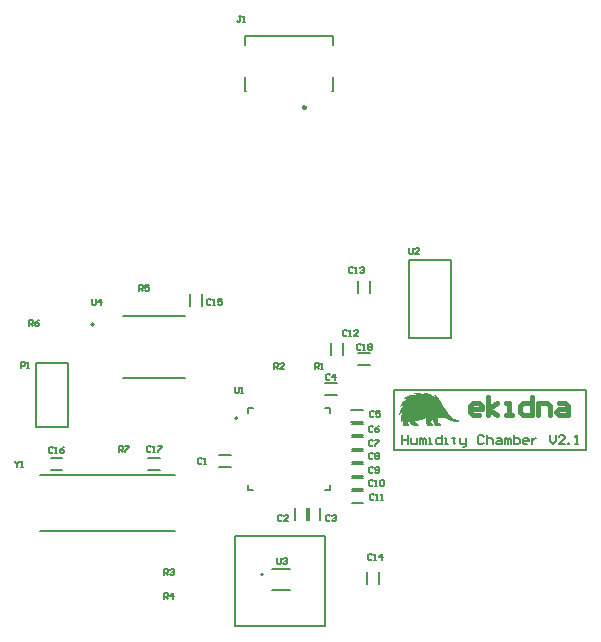
<source format=gto>
G04*
G04 #@! TF.GenerationSoftware,Altium Limited,Altium Designer,21.6.4 (81)*
G04*
G04 Layer_Color=65535*
%FSLAX25Y25*%
%MOIN*%
G70*
G04*
G04 #@! TF.SameCoordinates,D5D1E9D7-E8D5-44D5-B98E-A1C15D945772*
G04*
G04*
G04 #@! TF.FilePolarity,Positive*
G04*
G01*
G75*
%ADD10C,0.00984*%
%ADD11C,0.00787*%
%ADD12C,0.00500*%
%ADD13C,0.00800*%
%ADD14C,0.01500*%
%ADD15C,0.00750*%
G36*
X144976Y83797D02*
X145076D01*
Y83791D01*
X145158D01*
Y83785D01*
X145222D01*
Y83780D01*
X145275D01*
Y83774D01*
X145328D01*
Y83768D01*
X145375D01*
Y83762D01*
X145415D01*
Y83756D01*
X145457D01*
Y83750D01*
X145498D01*
Y83745D01*
X145533D01*
Y83739D01*
X145568D01*
Y83733D01*
X145597D01*
Y83727D01*
X145632D01*
Y83721D01*
X145662D01*
Y83715D01*
X145691D01*
Y83709D01*
X145720D01*
Y83704D01*
X145749D01*
Y83698D01*
X145773D01*
Y83692D01*
X145802D01*
Y83686D01*
X145826D01*
Y83680D01*
X145855D01*
Y83674D01*
X145878D01*
Y83668D01*
X145902D01*
Y83662D01*
X145925D01*
Y83657D01*
X145949D01*
Y83651D01*
X145972D01*
Y83645D01*
X145990D01*
Y83639D01*
X146013D01*
Y83633D01*
X146037D01*
Y83627D01*
X146054D01*
Y83622D01*
X146078D01*
Y83616D01*
X146095D01*
Y83610D01*
X146119D01*
Y83604D01*
X146136D01*
Y83598D01*
X146154D01*
Y83592D01*
X146171D01*
Y83586D01*
X146195D01*
Y83580D01*
X146212D01*
Y83575D01*
X146230D01*
Y83569D01*
X146248D01*
Y83563D01*
X146265D01*
Y83557D01*
X146283D01*
Y83551D01*
X146300D01*
Y83545D01*
X146318D01*
Y83539D01*
X146335D01*
Y83534D01*
X146347D01*
Y83528D01*
X146365D01*
Y83522D01*
X146382D01*
Y83516D01*
X146400D01*
Y83510D01*
X146417D01*
Y83504D01*
X146429D01*
Y83498D01*
X146447D01*
Y83492D01*
X146464D01*
Y83487D01*
X146476D01*
Y83481D01*
X146494D01*
Y83475D01*
X146505D01*
Y83469D01*
X146523D01*
Y83463D01*
X146535D01*
Y83457D01*
X146552D01*
Y83451D01*
X146564D01*
Y83446D01*
X146582D01*
Y83440D01*
X146593D01*
Y83434D01*
X146611D01*
Y83428D01*
X146623D01*
Y83422D01*
X146640D01*
Y83416D01*
X146652D01*
Y83411D01*
X146664D01*
Y83405D01*
X146681D01*
Y83399D01*
X146693D01*
Y83393D01*
X146705D01*
Y83387D01*
X146716D01*
Y83381D01*
X146734D01*
Y83375D01*
X146746D01*
Y83369D01*
X146757D01*
Y83364D01*
X146769D01*
Y83358D01*
X146787D01*
Y83352D01*
X146798D01*
Y83346D01*
X146810D01*
Y83340D01*
X146822D01*
Y83334D01*
X146834D01*
Y83328D01*
X146845D01*
Y83323D01*
X146857D01*
Y83317D01*
X146875D01*
Y83311D01*
X146886D01*
Y83305D01*
X146898D01*
Y83299D01*
X146910D01*
Y83293D01*
X146922D01*
Y83287D01*
X146933D01*
Y83282D01*
X146945D01*
Y83276D01*
X146957D01*
Y83270D01*
X146968D01*
Y83264D01*
X146980D01*
Y83258D01*
X146992D01*
Y83252D01*
X147003D01*
Y83246D01*
X147015D01*
Y83241D01*
X147027D01*
Y83235D01*
X147039D01*
Y83229D01*
X147045D01*
Y83223D01*
X147056D01*
Y83217D01*
X147068D01*
Y83211D01*
X147080D01*
Y83205D01*
X147091D01*
Y83200D01*
X147103D01*
Y83194D01*
X147115D01*
Y83188D01*
X147127D01*
Y83182D01*
X147132D01*
Y83176D01*
X147144D01*
Y83170D01*
X147156D01*
Y83164D01*
X147168D01*
Y83158D01*
X147179D01*
Y83153D01*
X147191D01*
Y83147D01*
X147197D01*
Y83141D01*
X147209D01*
Y83135D01*
X147220D01*
Y83129D01*
X147232D01*
Y83123D01*
X147238D01*
Y83118D01*
X147250D01*
Y83112D01*
X147261D01*
Y83106D01*
X147273D01*
Y83100D01*
X147279D01*
Y83094D01*
X147291D01*
Y83088D01*
X147302D01*
Y83082D01*
X147308D01*
Y83077D01*
X147320D01*
Y83071D01*
X147332D01*
Y83065D01*
X147343D01*
Y83059D01*
X147349D01*
Y83053D01*
X147361D01*
Y83047D01*
X147373D01*
Y83041D01*
X147379D01*
Y83035D01*
X147390D01*
Y83030D01*
X147402D01*
Y83024D01*
X147408D01*
Y83018D01*
X147420D01*
Y83012D01*
X147425D01*
Y83006D01*
X147437D01*
Y83000D01*
X147449D01*
Y82994D01*
X147455D01*
Y82989D01*
X147467D01*
Y82983D01*
X147472D01*
Y82977D01*
X147484D01*
Y82971D01*
X147496D01*
Y82965D01*
X147502D01*
Y82959D01*
X147513D01*
Y82953D01*
X147519D01*
Y82948D01*
X147531D01*
Y82942D01*
X147537D01*
Y82936D01*
X147548D01*
Y82930D01*
X147560D01*
Y82924D01*
X147566D01*
Y82918D01*
X147578D01*
Y82912D01*
X147584D01*
Y82907D01*
X147595D01*
Y82901D01*
X147601D01*
Y82895D01*
X147613D01*
Y82889D01*
X147619D01*
Y82883D01*
X147631D01*
Y82877D01*
X147636D01*
Y82871D01*
X147648D01*
Y82866D01*
X147654D01*
Y82860D01*
X147666D01*
Y82854D01*
X147672D01*
Y82848D01*
X147683D01*
Y82842D01*
X147689D01*
Y82836D01*
X147701D01*
Y82830D01*
X147707D01*
Y82824D01*
X147718D01*
Y82819D01*
X147724D01*
Y82813D01*
X147736D01*
Y82807D01*
X147742D01*
Y82801D01*
X147748D01*
Y82795D01*
X147759D01*
Y82789D01*
X147765D01*
Y82784D01*
X147777D01*
Y82778D01*
X147783D01*
Y82772D01*
X147795D01*
Y82766D01*
X147801D01*
Y82760D01*
X147806D01*
Y82754D01*
X147818D01*
Y82748D01*
X147824D01*
Y82743D01*
X147836D01*
Y82737D01*
X147842D01*
Y82731D01*
X147847D01*
Y82725D01*
X147859D01*
Y82719D01*
X147865D01*
Y82713D01*
X147877D01*
Y82707D01*
X147882D01*
Y82701D01*
X147888D01*
Y82696D01*
X147900D01*
Y82690D01*
X147906D01*
Y82684D01*
X147918D01*
Y82678D01*
X147924D01*
Y82672D01*
X147929D01*
Y82666D01*
X147941D01*
Y82660D01*
X147947D01*
Y82655D01*
X147953D01*
Y82649D01*
X147965D01*
Y82643D01*
X147970D01*
Y82637D01*
X147976D01*
Y82631D01*
X147988D01*
Y82625D01*
X147994D01*
Y82619D01*
X148000D01*
Y82613D01*
X148011D01*
Y82608D01*
X148017D01*
Y82602D01*
X148023D01*
Y82596D01*
X148035D01*
Y82590D01*
X148041D01*
Y82584D01*
X148047D01*
Y82578D01*
X148058D01*
Y82573D01*
X148064D01*
Y82567D01*
X148070D01*
Y82561D01*
X148082D01*
Y82555D01*
X148088D01*
Y82549D01*
X148093D01*
Y82543D01*
X148105D01*
Y82537D01*
X148111D01*
Y82531D01*
X148117D01*
Y82526D01*
X148123D01*
Y82520D01*
X148135D01*
Y82514D01*
X148140D01*
Y82508D01*
X148146D01*
Y82502D01*
X148158D01*
Y82496D01*
X148164D01*
Y82490D01*
X148170D01*
Y82485D01*
X148176D01*
Y82479D01*
X148187D01*
Y82473D01*
X148193D01*
Y82467D01*
X148199D01*
Y82461D01*
X148205D01*
Y82455D01*
X148216D01*
Y82450D01*
X148222D01*
Y82444D01*
X148228D01*
Y82438D01*
X148240D01*
Y82432D01*
X148246D01*
Y82426D01*
X148252D01*
Y82420D01*
X148258D01*
Y82414D01*
X148269D01*
Y82408D01*
X148275D01*
Y82403D01*
X148281D01*
Y82397D01*
X148287D01*
Y82391D01*
X148299D01*
Y82385D01*
X148304D01*
Y82379D01*
X148310D01*
Y82373D01*
X148316D01*
Y82367D01*
X148328D01*
Y82362D01*
X148334D01*
Y82356D01*
X148345D01*
Y82350D01*
X148351D01*
Y82344D01*
X148363D01*
Y82338D01*
X148375D01*
Y82332D01*
X148381D01*
Y82326D01*
X148392D01*
Y82320D01*
X148404D01*
Y82315D01*
X148416D01*
Y82309D01*
X148427D01*
Y82303D01*
X148445D01*
Y82297D01*
X148457D01*
Y82291D01*
X148474D01*
Y82285D01*
X148498D01*
Y82279D01*
X148527D01*
Y82274D01*
X148597D01*
Y82279D01*
X148615D01*
Y82285D01*
X148627D01*
Y82291D01*
X148633D01*
Y82297D01*
X148638D01*
Y82303D01*
X148644D01*
Y82320D01*
X148650D01*
Y82391D01*
X148644D01*
Y82420D01*
X148638D01*
Y82438D01*
X148633D01*
Y82455D01*
X148627D01*
Y82473D01*
X148621D01*
Y82490D01*
X148615D01*
Y82502D01*
X148609D01*
Y82514D01*
X148603D01*
Y82526D01*
X148597D01*
Y82537D01*
X148592D01*
Y82549D01*
X148586D01*
Y82561D01*
X148580D01*
Y82573D01*
X148574D01*
Y82584D01*
X148568D01*
Y82596D01*
X148562D01*
Y82602D01*
X148556D01*
Y82613D01*
X148550D01*
Y82625D01*
X148545D01*
Y82631D01*
X148539D01*
Y82643D01*
X148533D01*
Y82649D01*
X148527D01*
Y82660D01*
X148521D01*
Y82666D01*
X148515D01*
Y82678D01*
X148510D01*
Y82684D01*
X148504D01*
Y82696D01*
X148498D01*
Y82701D01*
X148492D01*
Y82707D01*
X148486D01*
Y82719D01*
X148480D01*
Y82725D01*
X148474D01*
Y82737D01*
X148468D01*
Y82743D01*
X148463D01*
Y82748D01*
X148457D01*
Y82754D01*
X148451D01*
Y82766D01*
X148445D01*
Y82772D01*
X148439D01*
Y82778D01*
X148433D01*
Y82789D01*
X148427D01*
Y82795D01*
X148422D01*
Y82801D01*
X148416D01*
Y82807D01*
X148410D01*
Y82813D01*
X148404D01*
Y82824D01*
X148398D01*
Y82830D01*
X148392D01*
Y82836D01*
X148387D01*
Y82842D01*
X148381D01*
Y82848D01*
X148375D01*
Y82860D01*
X148369D01*
Y82866D01*
X148363D01*
Y82871D01*
X148357D01*
Y82877D01*
X148351D01*
Y82883D01*
X148345D01*
Y82889D01*
X148340D01*
Y82895D01*
X148334D01*
Y82907D01*
X148328D01*
Y82912D01*
X148322D01*
Y82918D01*
X148316D01*
Y82924D01*
X148310D01*
Y82936D01*
X148304D01*
Y82948D01*
X148299D01*
Y82959D01*
X148293D01*
Y83018D01*
X148299D01*
Y83035D01*
X148304D01*
Y83047D01*
X148310D01*
Y83059D01*
X148316D01*
Y83065D01*
X148322D01*
Y83071D01*
X148328D01*
Y83077D01*
X148334D01*
Y83082D01*
X148345D01*
Y83088D01*
X148351D01*
Y83094D01*
X148369D01*
Y83100D01*
X148387D01*
Y83106D01*
X148427D01*
Y83100D01*
X148445D01*
Y83094D01*
X148457D01*
Y83088D01*
X148468D01*
Y83082D01*
X148474D01*
Y83077D01*
X148486D01*
Y83071D01*
X148492D01*
Y83065D01*
X148504D01*
Y83059D01*
X148510D01*
Y83053D01*
X148521D01*
Y83047D01*
X148527D01*
Y83041D01*
X148539D01*
Y83035D01*
X148545D01*
Y83030D01*
X148550D01*
Y83024D01*
X148562D01*
Y83018D01*
X148568D01*
Y83012D01*
X148580D01*
Y83006D01*
X148586D01*
Y83000D01*
X148592D01*
Y82994D01*
X148603D01*
Y82989D01*
X148609D01*
Y82983D01*
X148621D01*
Y82977D01*
X148627D01*
Y82971D01*
X148633D01*
Y82965D01*
X148644D01*
Y82959D01*
X148650D01*
Y82953D01*
X148662D01*
Y82948D01*
X148668D01*
Y82942D01*
X148674D01*
Y82936D01*
X148685D01*
Y82930D01*
X148691D01*
Y82924D01*
X148697D01*
Y82918D01*
X148709D01*
Y82912D01*
X148715D01*
Y82907D01*
X148721D01*
Y82901D01*
X148732D01*
Y82895D01*
X148738D01*
Y82889D01*
X148744D01*
Y82883D01*
X148756D01*
Y82877D01*
X148761D01*
Y82871D01*
X148767D01*
Y82866D01*
X148779D01*
Y82860D01*
X148785D01*
Y82854D01*
X148791D01*
Y82848D01*
X148802D01*
Y82842D01*
X148808D01*
Y82836D01*
X148814D01*
Y82830D01*
X148826D01*
Y82824D01*
X148832D01*
Y82819D01*
X148838D01*
Y82813D01*
X148849D01*
Y82807D01*
X148855D01*
Y82801D01*
X148861D01*
Y82795D01*
X148867D01*
Y82789D01*
X148879D01*
Y82784D01*
X148885D01*
Y82778D01*
X148890D01*
Y82772D01*
X148902D01*
Y82766D01*
X148908D01*
Y82760D01*
X148914D01*
Y82754D01*
X148920D01*
Y82748D01*
X148931D01*
Y82743D01*
X148937D01*
Y82737D01*
X148943D01*
Y82731D01*
X148949D01*
Y82725D01*
X148961D01*
Y82719D01*
X148967D01*
Y82713D01*
X148972D01*
Y82707D01*
X148978D01*
Y82701D01*
X148984D01*
Y82696D01*
X148996D01*
Y82690D01*
X149002D01*
Y82684D01*
X149008D01*
Y82678D01*
X149013D01*
Y82672D01*
X149025D01*
Y82666D01*
X149031D01*
Y82660D01*
X149037D01*
Y82655D01*
X149043D01*
Y82649D01*
X149049D01*
Y82643D01*
X149060D01*
Y82637D01*
X149066D01*
Y82631D01*
X149072D01*
Y82625D01*
X149078D01*
Y82619D01*
X149084D01*
Y82613D01*
X149095D01*
Y82608D01*
X149101D01*
Y82602D01*
X149107D01*
Y82596D01*
X149113D01*
Y82590D01*
X149119D01*
Y82584D01*
X149125D01*
Y82578D01*
X149136D01*
Y82573D01*
X149142D01*
Y82567D01*
X149148D01*
Y82561D01*
X149154D01*
Y82555D01*
X149160D01*
Y82549D01*
X149166D01*
Y82543D01*
X149172D01*
Y82537D01*
X149183D01*
Y82531D01*
X149189D01*
Y82526D01*
X149195D01*
Y82520D01*
X149201D01*
Y82514D01*
X149207D01*
Y82508D01*
X149213D01*
Y82502D01*
X149219D01*
Y82496D01*
X149224D01*
Y82490D01*
X149236D01*
Y82485D01*
X149242D01*
Y82479D01*
X149248D01*
Y82473D01*
X149254D01*
Y82467D01*
X149260D01*
Y82461D01*
X149266D01*
Y82455D01*
X149271D01*
Y82450D01*
X149277D01*
Y82444D01*
X149283D01*
Y82438D01*
X149289D01*
Y82432D01*
X149301D01*
Y82426D01*
X149306D01*
Y82420D01*
X149312D01*
Y82414D01*
X149318D01*
Y82408D01*
X149324D01*
Y82403D01*
X149330D01*
Y82397D01*
X149336D01*
Y82391D01*
X149342D01*
Y82385D01*
X149347D01*
Y82379D01*
X149353D01*
Y82373D01*
X149359D01*
Y82367D01*
X149365D01*
Y82362D01*
X149371D01*
Y82356D01*
X149377D01*
Y82350D01*
X149383D01*
Y82344D01*
X149389D01*
Y82338D01*
X149394D01*
Y82332D01*
X149400D01*
Y82326D01*
X149406D01*
Y82320D01*
X149418D01*
Y82315D01*
X149424D01*
Y82309D01*
X149430D01*
Y82303D01*
X149435D01*
Y82297D01*
X149441D01*
Y82291D01*
X149447D01*
Y82285D01*
X149453D01*
Y82279D01*
X149459D01*
Y82274D01*
X149465D01*
Y82268D01*
X149471D01*
Y82262D01*
X149476D01*
Y82256D01*
X149482D01*
Y82250D01*
X149488D01*
Y82244D01*
X149494D01*
Y82239D01*
X149500D01*
Y82233D01*
X149506D01*
Y82227D01*
X149512D01*
Y82215D01*
X149517D01*
Y82209D01*
X149523D01*
Y82203D01*
X149529D01*
Y82197D01*
X149535D01*
Y82192D01*
X149541D01*
Y82186D01*
X149547D01*
Y82180D01*
X149553D01*
Y82174D01*
X149558D01*
Y82168D01*
X149564D01*
Y82162D01*
X149570D01*
Y82156D01*
X149576D01*
Y82151D01*
X149582D01*
Y82145D01*
X149588D01*
Y82139D01*
X149594D01*
Y82133D01*
X149600D01*
Y82127D01*
X149605D01*
Y82121D01*
X149611D01*
Y82115D01*
X149617D01*
Y82110D01*
X149623D01*
Y82098D01*
X149629D01*
Y82092D01*
X149635D01*
Y82086D01*
X149641D01*
Y82080D01*
X149646D01*
Y82074D01*
X149652D01*
Y82069D01*
X149658D01*
Y82063D01*
X149664D01*
Y82057D01*
X149670D01*
Y82051D01*
X149676D01*
Y82045D01*
X149681D01*
Y82033D01*
X149687D01*
Y82028D01*
X149693D01*
Y82022D01*
X149699D01*
Y82016D01*
X149705D01*
Y82010D01*
X149711D01*
Y82004D01*
X149717D01*
Y81998D01*
X149723D01*
Y81992D01*
X149728D01*
Y81981D01*
X149734D01*
Y81975D01*
X149740D01*
Y81969D01*
X149746D01*
Y81963D01*
X149752D01*
Y81957D01*
X149758D01*
Y81951D01*
X149764D01*
Y81940D01*
X149769D01*
Y81934D01*
X149775D01*
Y81928D01*
X149781D01*
Y81922D01*
X149787D01*
Y81916D01*
X149793D01*
Y81910D01*
X149799D01*
Y81899D01*
X149805D01*
Y81893D01*
X149810D01*
Y81887D01*
X149816D01*
Y81881D01*
X149822D01*
Y81875D01*
X149828D01*
Y81863D01*
X149834D01*
Y81858D01*
X149840D01*
Y81852D01*
X149846D01*
Y81846D01*
X149851D01*
Y81834D01*
X149857D01*
Y81828D01*
X149863D01*
Y81823D01*
X149869D01*
Y81817D01*
X149875D01*
Y81811D01*
X149881D01*
Y81799D01*
X149887D01*
Y81793D01*
X149892D01*
Y81787D01*
X149898D01*
Y81781D01*
X149904D01*
Y81770D01*
X149910D01*
Y81764D01*
X149916D01*
Y81758D01*
X149922D01*
Y81746D01*
X149928D01*
Y81740D01*
X149934D01*
Y81735D01*
X149939D01*
Y81729D01*
X149945D01*
Y81717D01*
X149951D01*
Y81711D01*
X149957D01*
Y81705D01*
X149963D01*
Y81694D01*
X149969D01*
Y81688D01*
X149975D01*
Y81682D01*
X149980D01*
Y81676D01*
X149986D01*
Y81664D01*
X149992D01*
Y81658D01*
X149998D01*
Y81652D01*
X150004D01*
Y81641D01*
X150010D01*
Y81635D01*
X150015D01*
Y81629D01*
X150021D01*
Y81617D01*
X150027D01*
Y81612D01*
X150033D01*
Y81606D01*
X150039D01*
Y81594D01*
X150045D01*
Y81588D01*
X150051D01*
Y81576D01*
X150057D01*
Y81571D01*
X150062D01*
Y81565D01*
X150068D01*
Y81553D01*
X150074D01*
Y81547D01*
X150080D01*
Y81541D01*
X150086D01*
Y81529D01*
X150092D01*
Y81524D01*
X150098D01*
Y81512D01*
X150103D01*
Y81506D01*
X150109D01*
Y81500D01*
X150115D01*
Y81488D01*
X150121D01*
Y81483D01*
X150127D01*
Y81471D01*
X150133D01*
Y81465D01*
X150139D01*
Y81453D01*
X150145D01*
Y81447D01*
X150150D01*
Y81441D01*
X150156D01*
Y81430D01*
X150162D01*
Y81424D01*
X150168D01*
Y81412D01*
X150174D01*
Y81406D01*
X150180D01*
Y81395D01*
X150186D01*
Y81389D01*
X150191D01*
Y81377D01*
X150197D01*
Y81371D01*
X150203D01*
Y81359D01*
X150209D01*
Y81354D01*
X150215D01*
Y81342D01*
X150221D01*
Y81336D01*
X150226D01*
Y81324D01*
X150232D01*
Y81318D01*
X150238D01*
Y81307D01*
X150244D01*
Y81301D01*
X150250D01*
Y81289D01*
X150256D01*
Y81283D01*
X150262D01*
Y81272D01*
X150268D01*
Y81266D01*
X150273D01*
Y81254D01*
X150279D01*
Y81248D01*
X150285D01*
Y81236D01*
X150291D01*
Y81231D01*
X150297D01*
Y81219D01*
X150303D01*
Y81207D01*
X150309D01*
Y81201D01*
X150314D01*
Y81190D01*
X150320D01*
Y81184D01*
X150326D01*
Y81172D01*
X150332D01*
Y81166D01*
X150338D01*
Y81154D01*
X150344D01*
Y81143D01*
X150349D01*
Y81137D01*
X150355D01*
Y81125D01*
X150361D01*
Y81119D01*
X150367D01*
Y81107D01*
X150373D01*
Y81096D01*
X150379D01*
Y81090D01*
X150385D01*
Y81078D01*
X150391D01*
Y81072D01*
X150396D01*
Y81061D01*
X150402D01*
Y81049D01*
X150408D01*
Y81043D01*
X150414D01*
Y81031D01*
X150420D01*
Y81020D01*
X150426D01*
Y81014D01*
X150432D01*
Y81002D01*
X150437D01*
Y80996D01*
X150443D01*
Y80984D01*
X150449D01*
Y80973D01*
X150455D01*
Y80967D01*
X150461D01*
Y80955D01*
X150467D01*
Y80944D01*
X150473D01*
Y80938D01*
X150478D01*
Y80926D01*
X150484D01*
Y80914D01*
X150490D01*
Y80902D01*
X150496D01*
Y80897D01*
X150502D01*
Y80885D01*
X150508D01*
Y80873D01*
X150514D01*
Y80867D01*
X150520D01*
Y80856D01*
X150525D01*
Y80844D01*
X150531D01*
Y80838D01*
X150537D01*
Y80826D01*
X150543D01*
Y80814D01*
X150549D01*
Y80803D01*
X150555D01*
Y80797D01*
X150560D01*
Y80785D01*
X150566D01*
Y80774D01*
X150572D01*
Y80762D01*
X150578D01*
Y80756D01*
X150584D01*
Y80744D01*
X150590D01*
Y80733D01*
X150596D01*
Y80727D01*
X150601D01*
Y80715D01*
X150607D01*
Y80703D01*
X150613D01*
Y80691D01*
X150619D01*
Y80680D01*
X150625D01*
Y80674D01*
X150631D01*
Y80662D01*
X150637D01*
Y80651D01*
X150643D01*
Y80639D01*
X150648D01*
Y80633D01*
X150654D01*
Y80621D01*
X150660D01*
Y80609D01*
X150666D01*
Y80598D01*
X150672D01*
Y80592D01*
X150678D01*
Y80580D01*
X150684D01*
Y80568D01*
X150689D01*
Y80557D01*
X150695D01*
Y80545D01*
X150701D01*
Y80539D01*
X150707D01*
Y80527D01*
X150713D01*
Y80516D01*
X150719D01*
Y80504D01*
X150725D01*
Y80492D01*
X150730D01*
Y80486D01*
X150736D01*
Y80475D01*
X150742D01*
Y80463D01*
X150748D01*
Y80451D01*
X150754D01*
Y80440D01*
X150760D01*
Y80434D01*
X150766D01*
Y80422D01*
X150771D01*
Y80410D01*
X150777D01*
Y80398D01*
X150783D01*
Y80387D01*
X150789D01*
Y80375D01*
X150795D01*
Y80369D01*
X150801D01*
Y80357D01*
X150807D01*
Y80346D01*
X150812D01*
Y80334D01*
X150818D01*
Y80322D01*
X150824D01*
Y80311D01*
X150830D01*
Y80305D01*
X150836D01*
Y80293D01*
X150842D01*
Y80281D01*
X150848D01*
Y80270D01*
X150854D01*
Y80258D01*
X150859D01*
Y80246D01*
X150865D01*
Y80240D01*
X150871D01*
Y80229D01*
X150877D01*
Y80217D01*
X150883D01*
Y80205D01*
X150889D01*
Y80193D01*
X150894D01*
Y80182D01*
X150900D01*
Y80176D01*
X150906D01*
Y80164D01*
X150912D01*
Y80152D01*
X150918D01*
Y80141D01*
X150924D01*
Y80129D01*
X150930D01*
Y80117D01*
X150935D01*
Y80106D01*
X150941D01*
Y80100D01*
X150947D01*
Y80088D01*
X150953D01*
Y80076D01*
X150959D01*
Y80064D01*
X150965D01*
Y80053D01*
X150971D01*
Y80041D01*
X150977D01*
Y80029D01*
X150982D01*
Y80023D01*
X150988D01*
Y80012D01*
X150994D01*
Y80000D01*
X151000D01*
Y79988D01*
X151006D01*
Y79977D01*
X151012D01*
Y79965D01*
X151018D01*
Y79953D01*
X151023D01*
Y79947D01*
X151029D01*
Y79936D01*
X151035D01*
Y79924D01*
X151041D01*
Y79912D01*
X151047D01*
Y79900D01*
X151053D01*
Y79889D01*
X151059D01*
Y79877D01*
X151065D01*
Y79871D01*
X151070D01*
Y79859D01*
X151076D01*
Y79848D01*
X151082D01*
Y79836D01*
X151088D01*
Y79824D01*
X151094D01*
Y79813D01*
X151100D01*
Y79807D01*
X151105D01*
Y79795D01*
X151111D01*
Y79783D01*
X151117D01*
Y79772D01*
X151123D01*
Y79760D01*
X151129D01*
Y79748D01*
X151135D01*
Y79736D01*
X151141D01*
Y79730D01*
X151146D01*
Y79719D01*
X151152D01*
Y79707D01*
X151158D01*
Y79695D01*
X151164D01*
Y79684D01*
X151170D01*
Y79672D01*
X151176D01*
Y79666D01*
X151182D01*
Y79654D01*
X151188D01*
Y79643D01*
X151193D01*
Y79631D01*
X151199D01*
Y79619D01*
X151205D01*
Y79607D01*
X151211D01*
Y79596D01*
X151217D01*
Y79590D01*
X151223D01*
Y79578D01*
X151228D01*
Y79566D01*
X151234D01*
Y79555D01*
X151240D01*
Y79543D01*
X151246D01*
Y79531D01*
X151252D01*
Y79525D01*
X151258D01*
Y79514D01*
X151264D01*
Y79502D01*
X151270D01*
Y79490D01*
X151275D01*
Y79479D01*
X151281D01*
Y79467D01*
X151287D01*
Y79461D01*
X151293D01*
Y79449D01*
X151299D01*
Y79438D01*
X151305D01*
Y79426D01*
X151311D01*
Y79414D01*
X151316D01*
Y79408D01*
X151322D01*
Y79396D01*
X151328D01*
Y79385D01*
X151334D01*
Y79373D01*
X151340D01*
Y79361D01*
X151346D01*
Y79349D01*
X151352D01*
Y79344D01*
X151357D01*
Y79332D01*
X151363D01*
Y79320D01*
X151369D01*
Y79308D01*
X151375D01*
Y79297D01*
X151381D01*
Y79291D01*
X151387D01*
Y79279D01*
X151393D01*
Y79268D01*
X151399D01*
Y79256D01*
X151404D01*
Y79244D01*
X151410D01*
Y79238D01*
X151416D01*
Y79226D01*
X151422D01*
Y79215D01*
X151428D01*
Y79203D01*
X151434D01*
Y79191D01*
X151439D01*
Y79185D01*
X151445D01*
Y79174D01*
X151451D01*
Y79162D01*
X151457D01*
Y79150D01*
X151463D01*
Y79139D01*
X151469D01*
Y79133D01*
X151475D01*
Y79121D01*
X151480D01*
Y79109D01*
X151486D01*
Y79098D01*
X151492D01*
Y79086D01*
X151498D01*
Y79080D01*
X151504D01*
Y79068D01*
X151510D01*
Y79057D01*
X151516D01*
Y79045D01*
X151522D01*
Y79039D01*
X151527D01*
Y79027D01*
X151533D01*
Y79015D01*
X151539D01*
Y79004D01*
X151545D01*
Y78992D01*
X151551D01*
Y78986D01*
X151557D01*
Y78974D01*
X151563D01*
Y78963D01*
X151568D01*
Y78951D01*
X151574D01*
Y78945D01*
X151580D01*
Y78939D01*
X151586D01*
Y78934D01*
X151592D01*
Y78928D01*
X151604D01*
Y78922D01*
X151609D01*
Y78916D01*
X151615D01*
Y78910D01*
X151621D01*
Y78904D01*
X151627D01*
Y78898D01*
X151633D01*
Y78892D01*
X151639D01*
Y78887D01*
X151645D01*
Y78881D01*
X151656D01*
Y78875D01*
X151662D01*
Y78869D01*
X151668D01*
Y78863D01*
X151674D01*
Y78857D01*
X151680D01*
Y78851D01*
X151686D01*
Y78846D01*
X151691D01*
Y78840D01*
X151697D01*
Y78834D01*
X151703D01*
Y78828D01*
X151709D01*
Y78822D01*
X151715D01*
Y78816D01*
X151721D01*
Y78810D01*
X151727D01*
Y78805D01*
X151733D01*
Y78799D01*
X151738D01*
Y78793D01*
X151744D01*
Y78787D01*
X151750D01*
Y78781D01*
X151756D01*
Y78775D01*
X151762D01*
Y78769D01*
X151768D01*
Y78758D01*
X151774D01*
Y78752D01*
X151779D01*
Y78746D01*
X151785D01*
Y78740D01*
X151791D01*
Y78734D01*
X151797D01*
Y78728D01*
X151803D01*
Y78723D01*
X151809D01*
Y78717D01*
X151814D01*
Y78711D01*
X151820D01*
Y78699D01*
X151826D01*
Y78693D01*
X151832D01*
Y78687D01*
X151838D01*
Y78681D01*
X151844D01*
Y78676D01*
X151850D01*
Y78670D01*
X151856D01*
Y78658D01*
X151861D01*
Y78652D01*
X151867D01*
Y78646D01*
X151873D01*
Y78641D01*
X151879D01*
Y78629D01*
X151885D01*
Y78623D01*
X151891D01*
Y78617D01*
X151897D01*
Y78611D01*
X151902D01*
Y78600D01*
X151908D01*
Y78594D01*
X151914D01*
Y78588D01*
X151920D01*
Y78582D01*
X151926D01*
Y78570D01*
X151932D01*
Y78564D01*
X151938D01*
Y78558D01*
X151944D01*
Y78547D01*
X151949D01*
Y78541D01*
X151955D01*
Y78535D01*
X151961D01*
Y78523D01*
X151967D01*
Y78517D01*
X151973D01*
Y78512D01*
X151979D01*
Y78500D01*
X151985D01*
Y78494D01*
X151990D01*
Y78482D01*
X151996D01*
Y78476D01*
X152002D01*
Y78471D01*
X152008D01*
Y78459D01*
X152014D01*
Y78453D01*
X152020D01*
Y78441D01*
X152025D01*
Y78435D01*
X152031D01*
Y78430D01*
X152037D01*
Y78418D01*
X152043D01*
Y78412D01*
X152049D01*
Y78400D01*
X152055D01*
Y78394D01*
X152061D01*
Y78383D01*
X152067D01*
Y78377D01*
X152072D01*
Y78365D01*
X152078D01*
Y78359D01*
X152084D01*
Y78347D01*
X152090D01*
Y78342D01*
X152096D01*
Y78330D01*
X152102D01*
Y78324D01*
X152108D01*
Y78312D01*
X152113D01*
Y78307D01*
X152119D01*
Y78295D01*
X152125D01*
Y78283D01*
X152131D01*
Y78277D01*
X152137D01*
Y78266D01*
X152143D01*
Y78260D01*
X152149D01*
Y78248D01*
X152154D01*
Y78242D01*
X152160D01*
Y78230D01*
X152166D01*
Y78219D01*
X152172D01*
Y78213D01*
X152178D01*
Y78201D01*
X152184D01*
Y78189D01*
X152190D01*
Y78183D01*
X152195D01*
Y78172D01*
X152201D01*
Y78160D01*
X152207D01*
Y78154D01*
X152213D01*
Y78142D01*
X152219D01*
Y78131D01*
X152225D01*
Y78125D01*
X152231D01*
Y78113D01*
X152236D01*
Y78101D01*
X152242D01*
Y78096D01*
X152248D01*
Y78084D01*
X152254D01*
Y78072D01*
X152260D01*
Y78066D01*
X152266D01*
Y78054D01*
X152272D01*
Y78043D01*
X152278D01*
Y78031D01*
X152283D01*
Y78025D01*
X152289D01*
Y78013D01*
X152295D01*
Y78002D01*
X152301D01*
Y77990D01*
X152307D01*
Y77984D01*
X152313D01*
Y77973D01*
X152319D01*
Y77961D01*
X152324D01*
Y77949D01*
X152330D01*
Y77943D01*
X152336D01*
Y77931D01*
X152342D01*
Y77920D01*
X152348D01*
Y77908D01*
X152354D01*
Y77902D01*
X152359D01*
Y77890D01*
X152365D01*
Y77879D01*
X152371D01*
Y77867D01*
X152377D01*
Y77855D01*
X152383D01*
Y77849D01*
X152389D01*
Y77838D01*
X152395D01*
Y77826D01*
X152401D01*
Y77814D01*
X152406D01*
Y77802D01*
X152412D01*
Y77791D01*
X152418D01*
Y77785D01*
X152424D01*
Y77773D01*
X152430D01*
Y77762D01*
X152436D01*
Y77750D01*
X152442D01*
Y77738D01*
X152447D01*
Y77726D01*
X152453D01*
Y77720D01*
X152459D01*
Y77709D01*
X152465D01*
Y77697D01*
X152471D01*
Y77685D01*
X152477D01*
Y77674D01*
X152483D01*
Y77662D01*
X152488D01*
Y77656D01*
X152494D01*
Y77644D01*
X152500D01*
Y77633D01*
X152506D01*
Y77621D01*
X152512D01*
Y77609D01*
X152518D01*
Y77597D01*
X152524D01*
Y77592D01*
X152529D01*
Y77580D01*
X152535D01*
Y77568D01*
X152541D01*
Y77556D01*
X152547D01*
Y77551D01*
X152553D01*
Y77545D01*
X152559D01*
Y77533D01*
X152565D01*
Y77527D01*
X152570D01*
Y77521D01*
X152576D01*
Y77515D01*
X152582D01*
Y77504D01*
X152588D01*
Y77498D01*
X152594D01*
Y77492D01*
X152600D01*
Y77486D01*
X152606D01*
Y77474D01*
X152611D01*
Y77469D01*
X152617D01*
Y77463D01*
X152623D01*
Y77457D01*
X152629D01*
Y77445D01*
X152635D01*
Y77439D01*
X152641D01*
Y77433D01*
X152647D01*
Y77428D01*
X152653D01*
Y77416D01*
X152658D01*
Y77410D01*
X152664D01*
Y77404D01*
X152670D01*
Y77398D01*
X152676D01*
Y77386D01*
X152682D01*
Y77381D01*
X152688D01*
Y77375D01*
X152693D01*
Y77369D01*
X152699D01*
Y77357D01*
X152705D01*
Y77351D01*
X152711D01*
Y77346D01*
X152717D01*
Y77340D01*
X152723D01*
Y77328D01*
X152729D01*
Y77322D01*
X152734D01*
Y77316D01*
X152740D01*
Y77310D01*
X152746D01*
Y77299D01*
X152752D01*
Y77293D01*
X152758D01*
Y77287D01*
X152764D01*
Y77275D01*
X152770D01*
Y77269D01*
X152776D01*
Y77263D01*
X152781D01*
Y77258D01*
X152787D01*
Y77246D01*
X152793D01*
Y77240D01*
X152799D01*
Y77234D01*
X152805D01*
Y77228D01*
X152811D01*
Y77217D01*
X152817D01*
Y77211D01*
X152822D01*
Y77205D01*
X152828D01*
Y77199D01*
X152834D01*
Y77187D01*
X152840D01*
Y77181D01*
X152846D01*
Y77175D01*
X152852D01*
Y77170D01*
X152858D01*
Y77158D01*
X152864D01*
Y77152D01*
X152869D01*
Y77146D01*
X152875D01*
Y77140D01*
X152881D01*
Y77129D01*
X152887D01*
Y77123D01*
X152893D01*
Y77117D01*
X152899D01*
Y77111D01*
X152904D01*
Y77099D01*
X152910D01*
Y77093D01*
X152916D01*
Y77088D01*
X152922D01*
Y77082D01*
X152928D01*
Y77070D01*
X152934D01*
Y77064D01*
X152940D01*
Y77058D01*
X152945D01*
Y77052D01*
X152951D01*
Y77041D01*
X152957D01*
Y77035D01*
X152963D01*
Y77029D01*
X152969D01*
Y77017D01*
X152975D01*
Y77011D01*
X152981D01*
Y77006D01*
X152987D01*
Y77000D01*
X152992D01*
Y76988D01*
X152998D01*
Y76982D01*
X153004D01*
Y76976D01*
X153010D01*
Y76970D01*
X153016D01*
Y76959D01*
X153022D01*
Y76953D01*
X153027D01*
Y76947D01*
X153033D01*
Y76941D01*
X153039D01*
Y76929D01*
X153045D01*
Y76924D01*
X153051D01*
Y76918D01*
X153057D01*
Y76912D01*
X153063D01*
Y76900D01*
X153069D01*
Y76894D01*
X153074D01*
Y76888D01*
X153080D01*
Y76882D01*
X153086D01*
Y76871D01*
X153092D01*
Y76865D01*
X153098D01*
Y76859D01*
X153104D01*
Y76853D01*
X153110D01*
Y76841D01*
X153115D01*
Y76836D01*
X153121D01*
Y76830D01*
X153127D01*
Y76824D01*
X153133D01*
Y76812D01*
X153139D01*
Y76806D01*
X153145D01*
Y76801D01*
X153151D01*
Y76795D01*
X153156D01*
Y76783D01*
X153162D01*
Y76777D01*
X153168D01*
Y76771D01*
X153174D01*
Y76765D01*
X153180D01*
Y76754D01*
X153186D01*
Y76748D01*
X153192D01*
Y76742D01*
X153198D01*
Y76730D01*
X153203D01*
Y76724D01*
X153209D01*
Y76718D01*
X153215D01*
Y76713D01*
X153221D01*
Y76701D01*
X153227D01*
Y76695D01*
X153233D01*
Y76689D01*
X153238D01*
Y76683D01*
X153244D01*
Y76672D01*
X153250D01*
Y76666D01*
X153256D01*
Y76660D01*
X153262D01*
Y76654D01*
X153268D01*
Y76642D01*
X153274D01*
Y76636D01*
X153279D01*
Y76631D01*
X153285D01*
Y76625D01*
X153291D01*
Y76613D01*
X153297D01*
Y76607D01*
X153303D01*
Y76601D01*
X153309D01*
Y76595D01*
X153315D01*
Y76584D01*
X153321D01*
Y76578D01*
X153326D01*
Y76572D01*
X153332D01*
Y76566D01*
X153338D01*
Y76554D01*
X153344D01*
Y76548D01*
X153350D01*
Y76543D01*
X153356D01*
Y76537D01*
X153362D01*
Y76525D01*
X153367D01*
Y76519D01*
X153373D01*
Y76513D01*
X153379D01*
Y76508D01*
X153385D01*
Y76496D01*
X153391D01*
Y76490D01*
X153397D01*
Y76484D01*
X153403D01*
Y76472D01*
X153408D01*
Y76467D01*
X153414D01*
Y76461D01*
X153420D01*
Y76455D01*
X153426D01*
Y76443D01*
X153432D01*
Y76437D01*
X153438D01*
Y76431D01*
X153444D01*
Y76425D01*
X153449D01*
Y76414D01*
X153455D01*
Y76408D01*
X153461D01*
Y76402D01*
X153467D01*
Y76396D01*
X153473D01*
Y76384D01*
X153479D01*
Y76379D01*
X153485D01*
Y76373D01*
X153490D01*
Y76367D01*
X153496D01*
Y76355D01*
X153502D01*
Y76349D01*
X153508D01*
Y76343D01*
X153514D01*
Y76337D01*
X153520D01*
Y76326D01*
X153526D01*
Y76320D01*
X153532D01*
Y76314D01*
X153537D01*
Y76308D01*
X153543D01*
Y76297D01*
X153549D01*
Y76291D01*
X153555D01*
Y76285D01*
X153561D01*
Y76279D01*
X153567D01*
Y76267D01*
X153572D01*
Y76261D01*
X153578D01*
Y76256D01*
X153584D01*
Y76250D01*
X153590D01*
Y76238D01*
X153596D01*
Y76232D01*
X153602D01*
Y76226D01*
X153608D01*
Y76220D01*
X153613D01*
Y76209D01*
X153619D01*
Y76203D01*
X153625D01*
Y76197D01*
X153631D01*
Y76185D01*
X153637D01*
Y76179D01*
X153643D01*
Y76174D01*
X153649D01*
Y76168D01*
X153655D01*
Y76156D01*
X153660D01*
Y76150D01*
X153666D01*
Y76144D01*
X153672D01*
Y76138D01*
X153678D01*
Y76127D01*
X153684D01*
Y76121D01*
X153690D01*
Y76115D01*
X153696D01*
Y76109D01*
X153701D01*
Y76097D01*
X153707D01*
Y76091D01*
X153713D01*
Y76086D01*
X153719D01*
Y76080D01*
X153725D01*
Y76068D01*
X153731D01*
Y76062D01*
X153737D01*
Y76056D01*
X153743D01*
Y76050D01*
X153748D01*
Y76039D01*
X153754D01*
Y76033D01*
X153760D01*
Y76027D01*
X153766D01*
Y76021D01*
X153772D01*
Y76009D01*
X153778D01*
Y76003D01*
X153784D01*
Y75998D01*
X153789D01*
Y75992D01*
X153795D01*
Y75980D01*
X153801D01*
Y75974D01*
X153807D01*
Y75968D01*
X153813D01*
Y75963D01*
X153819D01*
Y75951D01*
X153824D01*
Y75945D01*
X153830D01*
Y75939D01*
X153836D01*
Y75933D01*
X153842D01*
Y75921D01*
X153848D01*
Y75916D01*
X153854D01*
Y75910D01*
X153860D01*
Y75898D01*
X153866D01*
Y75892D01*
X153871D01*
Y75886D01*
X153877D01*
Y75880D01*
X153883D01*
Y75869D01*
X153889D01*
Y75863D01*
X153895D01*
Y75857D01*
X153901D01*
Y75851D01*
X153907D01*
Y75839D01*
X153912D01*
Y75834D01*
X153918D01*
Y75828D01*
X153924D01*
Y75822D01*
X153930D01*
Y75810D01*
X153936D01*
Y75804D01*
X153942D01*
Y75798D01*
X153948D01*
Y75793D01*
X153953D01*
Y75781D01*
X153959D01*
Y75775D01*
X153965D01*
Y75769D01*
X153971D01*
Y75763D01*
X153977D01*
Y75752D01*
X153983D01*
Y75746D01*
X153989D01*
Y75740D01*
X153994D01*
Y75734D01*
X154000D01*
Y75722D01*
X154006D01*
Y75716D01*
X154012D01*
Y75710D01*
X154018D01*
Y75705D01*
X154024D01*
Y75693D01*
X154030D01*
Y75687D01*
X154035D01*
Y75681D01*
X154041D01*
Y75675D01*
X154047D01*
Y75664D01*
X154053D01*
Y75658D01*
X154059D01*
Y75652D01*
X154065D01*
Y75640D01*
X154071D01*
Y75634D01*
X154077D01*
Y75629D01*
X154082D01*
Y75623D01*
X154088D01*
Y75611D01*
X154094D01*
Y75605D01*
X154100D01*
Y75599D01*
X154106D01*
Y75593D01*
X154112D01*
Y75582D01*
X154118D01*
Y75576D01*
X154123D01*
Y75570D01*
X154129D01*
Y75564D01*
X154135D01*
Y75552D01*
X154141D01*
Y75546D01*
X154147D01*
Y75541D01*
X154153D01*
Y75535D01*
X154158D01*
Y75523D01*
X154164D01*
Y75517D01*
X154170D01*
Y75511D01*
X154176D01*
Y75505D01*
X154182D01*
Y75494D01*
X154188D01*
Y75488D01*
X154194D01*
Y75482D01*
X154200D01*
Y75476D01*
X154205D01*
Y75464D01*
X154211D01*
Y75459D01*
X154217D01*
Y75453D01*
X154223D01*
Y75447D01*
X154229D01*
Y75435D01*
X154235D01*
Y75429D01*
X154241D01*
Y75423D01*
X154246D01*
Y75418D01*
X154252D01*
Y75406D01*
X154258D01*
Y75400D01*
X154264D01*
Y75394D01*
X154270D01*
Y75388D01*
X154276D01*
Y75376D01*
X154282D01*
Y75371D01*
X154287D01*
Y75365D01*
X154293D01*
Y75353D01*
X154299D01*
Y75347D01*
X154305D01*
Y75336D01*
X154311D01*
Y75324D01*
X154317D01*
Y75312D01*
X154323D01*
Y75300D01*
X154328D01*
Y75289D01*
X154334D01*
Y75283D01*
X154340D01*
Y75271D01*
X154346D01*
Y75259D01*
X154352D01*
Y75248D01*
X154358D01*
Y75236D01*
X154364D01*
Y75224D01*
X154369D01*
Y75212D01*
X154375D01*
Y75207D01*
X154381D01*
Y75195D01*
X154387D01*
Y75183D01*
X154393D01*
Y75171D01*
X154399D01*
Y75160D01*
X154405D01*
Y75148D01*
X154411D01*
Y75136D01*
X154416D01*
Y75130D01*
X154422D01*
Y75119D01*
X154428D01*
Y75107D01*
X154434D01*
Y75095D01*
X154440D01*
Y75084D01*
X154446D01*
Y75072D01*
X154452D01*
Y75060D01*
X154457D01*
Y75048D01*
X154463D01*
Y75037D01*
X154469D01*
Y75025D01*
X154475D01*
Y75013D01*
X154481D01*
Y75002D01*
X154487D01*
Y74996D01*
X154492D01*
Y74984D01*
X154498D01*
Y74972D01*
X154504D01*
Y74961D01*
X154510D01*
Y74949D01*
X154516D01*
Y74937D01*
X154522D01*
Y74925D01*
X154528D01*
Y74914D01*
X154534D01*
Y74902D01*
X154539D01*
Y74890D01*
X154545D01*
Y74873D01*
X154551D01*
Y74861D01*
X154557D01*
Y74849D01*
X154563D01*
Y74837D01*
X154569D01*
Y74826D01*
X154575D01*
Y74814D01*
X154580D01*
Y74802D01*
X154586D01*
Y74791D01*
X154592D01*
Y74779D01*
X154598D01*
Y74767D01*
X154604D01*
Y74749D01*
X154610D01*
Y74738D01*
X154616D01*
Y74726D01*
X154622D01*
Y74714D01*
X154627D01*
Y74703D01*
X154633D01*
Y74685D01*
X154639D01*
Y74673D01*
X154645D01*
Y74662D01*
X154651D01*
Y74650D01*
X154657D01*
Y74632D01*
X154663D01*
Y74621D01*
X154668D01*
Y74609D01*
X154674D01*
Y74591D01*
X154680D01*
Y74580D01*
X154686D01*
Y74568D01*
X154692D01*
Y74550D01*
X154698D01*
Y74538D01*
X154703D01*
Y74527D01*
X154709D01*
Y74509D01*
X154715D01*
Y74497D01*
X154721D01*
Y74480D01*
X154727D01*
Y74468D01*
X154733D01*
Y74457D01*
X154739D01*
Y74439D01*
X154745D01*
Y74427D01*
X154750D01*
Y74410D01*
X154756D01*
Y74398D01*
X154762D01*
Y74380D01*
X154768D01*
Y74369D01*
X154774D01*
Y74357D01*
X154780D01*
Y74339D01*
X154786D01*
Y74328D01*
X154791D01*
Y74310D01*
X154797D01*
Y74298D01*
X154803D01*
Y74281D01*
X154809D01*
Y74269D01*
X154815D01*
Y74251D01*
X154821D01*
Y74240D01*
X154826D01*
Y74222D01*
X154832D01*
Y74210D01*
X154838D01*
Y74193D01*
X154844D01*
Y74181D01*
X154850D01*
Y74164D01*
X154856D01*
Y74152D01*
X154862D01*
Y74134D01*
X154868D01*
Y74123D01*
X154850D01*
Y74128D01*
X154826D01*
Y74134D01*
X154797D01*
Y74140D01*
X154774D01*
Y74146D01*
X154750D01*
Y74152D01*
X154727D01*
Y74158D01*
X154698D01*
Y74164D01*
X154674D01*
Y74169D01*
X154651D01*
Y74175D01*
X154627D01*
Y74181D01*
X154604D01*
Y74187D01*
X154580D01*
Y74193D01*
X154563D01*
Y74199D01*
X154539D01*
Y74204D01*
X154516D01*
Y74210D01*
X154492D01*
Y74216D01*
X154475D01*
Y74222D01*
X154452D01*
Y74228D01*
X154428D01*
Y74234D01*
X154411D01*
Y74240D01*
X154387D01*
Y74246D01*
X154369D01*
Y74251D01*
X154346D01*
Y74257D01*
X154328D01*
Y74263D01*
X154311D01*
Y74269D01*
X154287D01*
Y74275D01*
X154270D01*
Y74281D01*
X154252D01*
Y74287D01*
X154235D01*
Y74292D01*
X154217D01*
Y74298D01*
X154194D01*
Y74304D01*
X154176D01*
Y74310D01*
X154158D01*
Y74316D01*
X154141D01*
Y74322D01*
X154123D01*
Y74328D01*
X154106D01*
Y74333D01*
X154088D01*
Y74339D01*
X154071D01*
Y74345D01*
X154053D01*
Y74351D01*
X154035D01*
Y74357D01*
X154018D01*
Y74363D01*
X154006D01*
Y74369D01*
X153989D01*
Y74375D01*
X153971D01*
Y74380D01*
X153953D01*
Y74386D01*
X153936D01*
Y74392D01*
X153924D01*
Y74398D01*
X153907D01*
Y74404D01*
X153889D01*
Y74410D01*
X153871D01*
Y74415D01*
X153860D01*
Y74421D01*
X153842D01*
Y74427D01*
X153830D01*
Y74433D01*
X153813D01*
Y74439D01*
X153795D01*
Y74445D01*
X153784D01*
Y74451D01*
X153766D01*
Y74457D01*
X153754D01*
Y74462D01*
X153737D01*
Y74468D01*
X153725D01*
Y74474D01*
X153707D01*
Y74480D01*
X153696D01*
Y74486D01*
X153678D01*
Y74492D01*
X153666D01*
Y74497D01*
X153649D01*
Y74503D01*
X153637D01*
Y74509D01*
X153619D01*
Y74515D01*
X153608D01*
Y74521D01*
X153596D01*
Y74527D01*
X153578D01*
Y74533D01*
X153567D01*
Y74538D01*
X153555D01*
Y74544D01*
X153537D01*
Y74550D01*
X153526D01*
Y74556D01*
X153508D01*
Y74562D01*
X153496D01*
Y74568D01*
X153485D01*
Y74574D01*
X153473D01*
Y74580D01*
X153455D01*
Y74585D01*
X153444D01*
Y74591D01*
X153432D01*
Y74597D01*
X153414D01*
Y74603D01*
X153403D01*
Y74609D01*
X153391D01*
Y74615D01*
X153379D01*
Y74621D01*
X153362D01*
Y74626D01*
X153350D01*
Y74632D01*
X153338D01*
Y74638D01*
X153326D01*
Y74644D01*
X153309D01*
Y74650D01*
X153297D01*
Y74656D01*
X153285D01*
Y74662D01*
X153274D01*
Y74667D01*
X153262D01*
Y74673D01*
X153244D01*
Y74679D01*
X153233D01*
Y74685D01*
X153221D01*
Y74691D01*
X153209D01*
Y74697D01*
X153198D01*
Y74703D01*
X153186D01*
Y74708D01*
X153168D01*
Y74714D01*
X153156D01*
Y74720D01*
X153145D01*
Y74726D01*
X153133D01*
Y74732D01*
X153121D01*
Y74738D01*
X153110D01*
Y74744D01*
X153092D01*
Y74749D01*
X153080D01*
Y74755D01*
X153069D01*
Y74761D01*
X153057D01*
Y74767D01*
X153045D01*
Y74773D01*
X153033D01*
Y74779D01*
X153016D01*
Y74785D01*
X153004D01*
Y74791D01*
X152992D01*
Y74796D01*
X152981D01*
Y74802D01*
X152969D01*
Y74808D01*
X152957D01*
Y74814D01*
X152945D01*
Y74820D01*
X152928D01*
Y74826D01*
X152916D01*
Y74831D01*
X152904D01*
Y74837D01*
X152893D01*
Y74843D01*
X152881D01*
Y74849D01*
X152869D01*
Y74855D01*
X152858D01*
Y74861D01*
X152840D01*
Y74867D01*
X152828D01*
Y74873D01*
X152817D01*
Y74878D01*
X152805D01*
Y74884D01*
X152793D01*
Y74890D01*
X152781D01*
Y74896D01*
X152764D01*
Y74902D01*
X152752D01*
Y74908D01*
X152740D01*
Y74914D01*
X152729D01*
Y74919D01*
X152717D01*
Y74925D01*
X152699D01*
Y74931D01*
X152688D01*
Y74937D01*
X152676D01*
Y74943D01*
X152664D01*
Y74949D01*
X152653D01*
Y74955D01*
X152635D01*
Y74961D01*
X152623D01*
Y74966D01*
X152611D01*
Y74972D01*
X152600D01*
Y74978D01*
X152588D01*
Y74984D01*
X152570D01*
Y74990D01*
X152559D01*
Y74996D01*
X152547D01*
Y75002D01*
X152535D01*
Y75007D01*
X152518D01*
Y75013D01*
X152506D01*
Y75019D01*
X152494D01*
Y75025D01*
X152477D01*
Y75031D01*
X152465D01*
Y75037D01*
X152453D01*
Y75042D01*
X152442D01*
Y75048D01*
X152424D01*
Y75054D01*
X152412D01*
Y75060D01*
X152401D01*
Y75066D01*
X152383D01*
Y75072D01*
X152371D01*
Y75078D01*
X152359D01*
Y75084D01*
X152342D01*
Y75089D01*
X152330D01*
Y75095D01*
X152319D01*
Y75101D01*
X152301D01*
Y75107D01*
X152289D01*
Y75113D01*
X152272D01*
Y75119D01*
X152260D01*
Y75125D01*
X152248D01*
Y75130D01*
X152231D01*
Y75136D01*
X152219D01*
Y75142D01*
X152201D01*
Y75148D01*
X152190D01*
Y75154D01*
X152172D01*
Y75160D01*
X152160D01*
Y75165D01*
X152149D01*
Y75171D01*
X152131D01*
Y75177D01*
X152119D01*
Y75183D01*
X152102D01*
Y75189D01*
X152090D01*
Y75195D01*
X152072D01*
Y75201D01*
X152061D01*
Y75207D01*
X152043D01*
Y75212D01*
X152025D01*
Y75218D01*
X152014D01*
Y75224D01*
X151996D01*
Y75230D01*
X151985D01*
Y75236D01*
X151967D01*
Y75242D01*
X151955D01*
Y75248D01*
X151832D01*
Y75253D01*
X151621D01*
Y75259D01*
X151480D01*
Y75265D01*
X151375D01*
Y75271D01*
X151275D01*
Y75277D01*
X151193D01*
Y75283D01*
X151117D01*
Y75289D01*
X151047D01*
Y75295D01*
X150982D01*
Y75300D01*
X150924D01*
Y75306D01*
X150865D01*
Y75312D01*
X150807D01*
Y75318D01*
X150754D01*
Y75324D01*
X150707D01*
Y75330D01*
X150660D01*
Y75336D01*
X150613D01*
Y75341D01*
X150566D01*
Y75347D01*
X150525D01*
Y75353D01*
X150484D01*
Y75359D01*
X150443D01*
Y75365D01*
X150402D01*
Y75371D01*
X150361D01*
Y75376D01*
X150326D01*
Y75382D01*
X150291D01*
Y75388D01*
X150250D01*
Y75394D01*
X150215D01*
Y75400D01*
X150186D01*
Y75406D01*
X150150D01*
Y75412D01*
X150115D01*
Y75418D01*
X150086D01*
Y75423D01*
X150051D01*
Y75429D01*
X150021D01*
Y75435D01*
X149992D01*
Y75441D01*
X149963D01*
Y75447D01*
X149928D01*
Y75453D01*
X149898D01*
Y75459D01*
X149875D01*
Y75464D01*
X149846D01*
Y75470D01*
X149816D01*
Y75476D01*
X149787D01*
Y75482D01*
X149752D01*
Y75476D01*
X149758D01*
Y75453D01*
X149752D01*
Y75435D01*
X149746D01*
Y75412D01*
X149740D01*
Y75388D01*
X149734D01*
Y75365D01*
X149728D01*
Y75336D01*
X149723D01*
Y75312D01*
X149717D01*
Y75289D01*
X149711D01*
Y75259D01*
X149705D01*
Y75236D01*
X149699D01*
Y75207D01*
X149693D01*
Y75177D01*
X149687D01*
Y75148D01*
X149681D01*
Y75119D01*
X149676D01*
Y75089D01*
X149670D01*
Y75054D01*
X149664D01*
Y75019D01*
X149658D01*
Y74984D01*
X149652D01*
Y74949D01*
X149646D01*
Y74908D01*
X149641D01*
Y74861D01*
X149635D01*
Y74814D01*
X149629D01*
Y74755D01*
X149623D01*
Y74691D01*
X149617D01*
Y74597D01*
X149611D01*
Y74310D01*
X149617D01*
Y74228D01*
X149623D01*
Y74169D01*
X149629D01*
Y74123D01*
X149635D01*
Y74081D01*
X149641D01*
Y74046D01*
X149646D01*
Y74011D01*
X149652D01*
Y73982D01*
X149658D01*
Y73958D01*
X149664D01*
Y73929D01*
X149670D01*
Y73906D01*
X149676D01*
Y73882D01*
X149681D01*
Y73865D01*
X149687D01*
Y73841D01*
X149693D01*
Y73824D01*
X149699D01*
Y73800D01*
X149705D01*
Y73783D01*
X149711D01*
Y73765D01*
X149717D01*
Y73747D01*
X149723D01*
Y73730D01*
X149728D01*
Y73712D01*
X149734D01*
Y73701D01*
X149740D01*
Y73683D01*
X149746D01*
Y73671D01*
X149752D01*
Y73659D01*
X149764D01*
Y73654D01*
X149781D01*
Y73648D01*
X149799D01*
Y73642D01*
X149816D01*
Y73636D01*
X149834D01*
Y73630D01*
X149851D01*
Y73624D01*
X149869D01*
Y73619D01*
X149881D01*
Y73613D01*
X149898D01*
Y73607D01*
X149916D01*
Y73601D01*
X149928D01*
Y73595D01*
X149945D01*
Y73589D01*
X149963D01*
Y73583D01*
X149975D01*
Y73577D01*
X149986D01*
Y73572D01*
X150004D01*
Y73566D01*
X150015D01*
Y73560D01*
X150033D01*
Y73554D01*
X150045D01*
Y73548D01*
X150057D01*
Y73542D01*
X150068D01*
Y73536D01*
X150086D01*
Y73531D01*
X150098D01*
Y73525D01*
X150109D01*
Y73519D01*
X150121D01*
Y73513D01*
X150133D01*
Y73507D01*
X150145D01*
Y73501D01*
X150156D01*
Y73496D01*
X150168D01*
Y73490D01*
X150180D01*
Y73484D01*
X150191D01*
Y73478D01*
X150203D01*
Y73472D01*
X150215D01*
Y73466D01*
X150226D01*
Y73460D01*
X150238D01*
Y73454D01*
X150244D01*
Y73449D01*
X150256D01*
Y73443D01*
X150268D01*
Y73437D01*
X150279D01*
Y73431D01*
X150285D01*
Y73425D01*
X150297D01*
Y73419D01*
X150309D01*
Y73413D01*
X150314D01*
Y73408D01*
X150326D01*
Y73402D01*
X150332D01*
Y73396D01*
X150344D01*
Y73390D01*
X150355D01*
Y73384D01*
X150361D01*
Y73378D01*
X150373D01*
Y73372D01*
X150379D01*
Y73366D01*
X150391D01*
Y73361D01*
X150396D01*
Y73355D01*
X150402D01*
Y73349D01*
X150414D01*
Y73343D01*
X150420D01*
Y73337D01*
X150426D01*
Y73331D01*
X150437D01*
Y73326D01*
X150443D01*
Y73320D01*
X150449D01*
Y73314D01*
X150461D01*
Y73308D01*
X150467D01*
Y73302D01*
X150473D01*
Y73296D01*
X150478D01*
Y73290D01*
X150484D01*
Y73285D01*
X150496D01*
Y73279D01*
X150502D01*
Y73273D01*
X150508D01*
Y73267D01*
X150514D01*
Y73261D01*
X150520D01*
Y73255D01*
X150525D01*
Y73249D01*
X150531D01*
Y73243D01*
X150537D01*
Y73238D01*
X150543D01*
Y73232D01*
X150549D01*
Y73226D01*
X150555D01*
Y73220D01*
X150560D01*
Y73214D01*
X150566D01*
Y73208D01*
X150572D01*
Y73203D01*
X150578D01*
Y73197D01*
X150584D01*
Y73185D01*
X150590D01*
Y73179D01*
X150596D01*
Y73173D01*
X150601D01*
Y73167D01*
X150607D01*
Y73156D01*
X150613D01*
Y73150D01*
X150619D01*
Y73144D01*
X150625D01*
Y73132D01*
X150631D01*
Y73126D01*
X150637D01*
Y73115D01*
X150643D01*
Y73109D01*
X150648D01*
Y73097D01*
X150654D01*
Y73085D01*
X150660D01*
Y73074D01*
X150666D01*
Y73062D01*
X150672D01*
Y73050D01*
X150678D01*
Y73032D01*
X150684D01*
Y73015D01*
X150689D01*
Y72997D01*
X150695D01*
Y72974D01*
X150701D01*
Y72939D01*
X150707D01*
Y72868D01*
X150701D01*
Y72827D01*
X150695D01*
Y72810D01*
X150689D01*
Y72798D01*
X150684D01*
Y72786D01*
X150678D01*
Y72781D01*
X150672D01*
Y72775D01*
X150666D01*
Y72769D01*
X150660D01*
Y72763D01*
X150654D01*
Y72757D01*
X150648D01*
Y72751D01*
X150637D01*
Y72745D01*
X150619D01*
Y72739D01*
X148644D01*
Y72745D01*
X148633D01*
Y72751D01*
X148621D01*
Y72757D01*
X148609D01*
Y72763D01*
X148603D01*
Y72769D01*
X148597D01*
Y72775D01*
X148592D01*
Y72781D01*
X148586D01*
Y72792D01*
X148580D01*
Y72798D01*
X148574D01*
Y72816D01*
X148568D01*
Y72839D01*
X148562D01*
Y72874D01*
X148556D01*
Y72898D01*
X148550D01*
Y72921D01*
X148545D01*
Y72939D01*
X148539D01*
Y72962D01*
X148533D01*
Y72980D01*
X148527D01*
Y72997D01*
X148521D01*
Y73015D01*
X148515D01*
Y73027D01*
X148510D01*
Y73044D01*
X148504D01*
Y73062D01*
X148498D01*
Y73079D01*
X148492D01*
Y73091D01*
X148486D01*
Y73109D01*
X148480D01*
Y73126D01*
X148474D01*
Y73138D01*
X148468D01*
Y73156D01*
X148463D01*
Y73167D01*
X148457D01*
Y73185D01*
X148451D01*
Y73197D01*
X148445D01*
Y73214D01*
X148439D01*
Y73226D01*
X148433D01*
Y73243D01*
X148427D01*
Y73255D01*
X148422D01*
Y73273D01*
X148416D01*
Y73285D01*
X148410D01*
Y73302D01*
X148404D01*
Y73314D01*
X148398D01*
Y73331D01*
X148392D01*
Y73343D01*
X148387D01*
Y73355D01*
X148381D01*
Y73372D01*
X148375D01*
Y73384D01*
X148369D01*
Y73402D01*
X148363D01*
Y73413D01*
X148357D01*
Y73425D01*
X148351D01*
Y73443D01*
X148345D01*
Y73454D01*
X148340D01*
Y73466D01*
X148334D01*
Y73484D01*
X148328D01*
Y73496D01*
X148322D01*
Y73507D01*
X148316D01*
Y73525D01*
X148310D01*
Y73536D01*
X148304D01*
Y73548D01*
X148299D01*
Y73566D01*
X148293D01*
Y73577D01*
X148287D01*
Y73589D01*
X148281D01*
Y73607D01*
X148275D01*
Y73619D01*
X148269D01*
Y73630D01*
X148263D01*
Y73648D01*
X148258D01*
Y73659D01*
X148252D01*
Y73671D01*
X148246D01*
Y73683D01*
X148240D01*
Y73701D01*
X148234D01*
Y73712D01*
X148228D01*
Y73724D01*
X148222D01*
Y73742D01*
X148216D01*
Y73753D01*
X148211D01*
Y73765D01*
X148205D01*
Y73777D01*
X148199D01*
Y73794D01*
X148193D01*
Y73806D01*
X148187D01*
Y73818D01*
X148181D01*
Y73830D01*
X148176D01*
Y73847D01*
X148170D01*
Y73859D01*
X148164D01*
Y73870D01*
X148158D01*
Y73882D01*
X148152D01*
Y73900D01*
X148146D01*
Y73911D01*
X148140D01*
Y73923D01*
X148135D01*
Y73935D01*
X148129D01*
Y73953D01*
X148123D01*
Y73964D01*
X148117D01*
Y73976D01*
X148111D01*
Y73988D01*
X148105D01*
Y74005D01*
X148099D01*
Y74017D01*
X148093D01*
Y74029D01*
X148088D01*
Y74040D01*
X148082D01*
Y74058D01*
X148076D01*
Y74070D01*
X148070D01*
Y74081D01*
X148064D01*
Y74093D01*
X148058D01*
Y74111D01*
X148052D01*
Y74123D01*
X148047D01*
Y74134D01*
X148041D01*
Y74146D01*
X148035D01*
Y74164D01*
X148029D01*
Y74175D01*
X148023D01*
Y74187D01*
X148017D01*
Y74199D01*
X148011D01*
Y74216D01*
X148006D01*
Y74228D01*
X148000D01*
Y74240D01*
X147994D01*
Y74251D01*
X147988D01*
Y74269D01*
X147982D01*
Y74281D01*
X147976D01*
Y74292D01*
X147970D01*
Y74304D01*
X147965D01*
Y74322D01*
X147959D01*
Y74333D01*
X147953D01*
Y74345D01*
X147947D01*
Y74363D01*
X147941D01*
Y74375D01*
X147935D01*
Y74386D01*
X147929D01*
Y74398D01*
X147924D01*
Y74415D01*
X147918D01*
Y74427D01*
X147912D01*
Y74439D01*
X147906D01*
Y74451D01*
X147900D01*
Y74468D01*
X147894D01*
Y74480D01*
X147888D01*
Y74492D01*
X147882D01*
Y74503D01*
X147877D01*
Y74521D01*
X147871D01*
Y74533D01*
X147865D01*
Y74544D01*
X147859D01*
Y74562D01*
X147853D01*
Y74574D01*
X147847D01*
Y74585D01*
X147842D01*
Y74597D01*
X147836D01*
Y74615D01*
X147830D01*
Y74626D01*
X147824D01*
Y74638D01*
X147818D01*
Y74650D01*
X147812D01*
Y74667D01*
X147806D01*
Y74679D01*
X147801D01*
Y74691D01*
X147795D01*
Y74708D01*
X147789D01*
Y74720D01*
X147783D01*
Y74732D01*
X147777D01*
Y74749D01*
X147771D01*
Y74761D01*
X147765D01*
Y74779D01*
X147759D01*
Y74796D01*
X147754D01*
Y74814D01*
X147748D01*
Y74837D01*
X147742D01*
Y74867D01*
X147736D01*
Y74843D01*
X147730D01*
Y74849D01*
X147718D01*
Y74843D01*
X147713D01*
Y74837D01*
X147707D01*
Y74826D01*
X147701D01*
Y74820D01*
X147695D01*
Y74808D01*
X147689D01*
Y74796D01*
X147683D01*
Y74785D01*
X147677D01*
Y74773D01*
X147672D01*
Y74761D01*
X147666D01*
Y74749D01*
X147660D01*
Y74738D01*
X147654D01*
Y74726D01*
X147648D01*
Y74714D01*
X147642D01*
Y74703D01*
X147636D01*
Y74691D01*
X147631D01*
Y74679D01*
X147625D01*
Y74667D01*
X147619D01*
Y74656D01*
X147613D01*
Y74644D01*
X147607D01*
Y74632D01*
X147601D01*
Y74621D01*
X147595D01*
Y74609D01*
X147590D01*
Y74597D01*
X147584D01*
Y74585D01*
X147578D01*
Y74574D01*
X147572D01*
Y74562D01*
X147566D01*
Y74550D01*
X147560D01*
Y74533D01*
X147554D01*
Y74521D01*
X147548D01*
Y74509D01*
X147543D01*
Y74497D01*
X147537D01*
Y74486D01*
X147531D01*
Y74468D01*
X147525D01*
Y74457D01*
X147519D01*
Y74445D01*
X147513D01*
Y74433D01*
X147508D01*
Y74415D01*
X147502D01*
Y74404D01*
X147496D01*
Y74392D01*
X147490D01*
Y74375D01*
X147484D01*
Y74363D01*
X147478D01*
Y74345D01*
X147472D01*
Y74333D01*
X147467D01*
Y74316D01*
X147461D01*
Y74304D01*
X147455D01*
Y74287D01*
X147449D01*
Y74269D01*
X147443D01*
Y74257D01*
X147437D01*
Y74240D01*
X147431D01*
Y74222D01*
X147425D01*
Y74204D01*
X147420D01*
Y74187D01*
X147414D01*
Y74169D01*
X147408D01*
Y74152D01*
X147402D01*
Y74134D01*
X147396D01*
Y74111D01*
X147390D01*
Y74093D01*
X147384D01*
Y74070D01*
X147379D01*
Y74046D01*
X147373D01*
Y74023D01*
X147367D01*
Y73994D01*
X147361D01*
Y73958D01*
X147355D01*
Y73917D01*
X147349D01*
Y73765D01*
X147355D01*
Y73736D01*
X147361D01*
Y73712D01*
X147367D01*
Y73695D01*
X147373D01*
Y73677D01*
X147379D01*
Y73665D01*
X147384D01*
Y73654D01*
X147390D01*
Y73642D01*
X147396D01*
Y73630D01*
X147402D01*
Y73619D01*
X147408D01*
Y73613D01*
X147414D01*
Y73601D01*
X147420D01*
Y73595D01*
X147425D01*
Y73589D01*
X147431D01*
Y73583D01*
X147437D01*
Y73577D01*
X147443D01*
Y73572D01*
X147449D01*
Y73566D01*
X147455D01*
Y73560D01*
X147461D01*
Y73554D01*
X147467D01*
Y73548D01*
X147472D01*
Y73542D01*
X147478D01*
Y73536D01*
X147484D01*
Y73531D01*
X147490D01*
Y73525D01*
X147502D01*
Y73519D01*
X147508D01*
Y73513D01*
X147519D01*
Y73507D01*
X147525D01*
Y73501D01*
X147531D01*
Y73496D01*
X147543D01*
Y73490D01*
X147548D01*
Y73484D01*
X147560D01*
Y73478D01*
X147566D01*
Y73472D01*
X147578D01*
Y73466D01*
X147590D01*
Y73460D01*
X147595D01*
Y73454D01*
X147607D01*
Y73449D01*
X147613D01*
Y73443D01*
X147625D01*
Y73437D01*
X147631D01*
Y73431D01*
X147642D01*
Y73425D01*
X147648D01*
Y73419D01*
X147660D01*
Y73413D01*
X147666D01*
Y73408D01*
X147677D01*
Y73402D01*
X147683D01*
Y73396D01*
X147695D01*
Y73390D01*
X147701D01*
Y73384D01*
X147707D01*
Y73378D01*
X147713D01*
Y73372D01*
X147724D01*
Y73366D01*
X147730D01*
Y73361D01*
X147736D01*
Y73355D01*
X147742D01*
Y73349D01*
X147748D01*
Y73343D01*
X147754D01*
Y73337D01*
X147759D01*
Y73331D01*
X147765D01*
Y73326D01*
X147771D01*
Y73320D01*
X147777D01*
Y73314D01*
X147783D01*
Y73308D01*
X147789D01*
Y73302D01*
X147795D01*
Y73296D01*
X147801D01*
Y73290D01*
X147806D01*
Y73279D01*
X147812D01*
Y73273D01*
X147818D01*
Y73267D01*
X147824D01*
Y73255D01*
X147830D01*
Y73249D01*
X147836D01*
Y73238D01*
X147842D01*
Y73226D01*
X147847D01*
Y73214D01*
X147853D01*
Y73203D01*
X147859D01*
Y73191D01*
X147865D01*
Y73179D01*
X147871D01*
Y73162D01*
X147877D01*
Y73144D01*
X147882D01*
Y73120D01*
X147888D01*
Y73097D01*
X147894D01*
Y73050D01*
X147900D01*
Y72956D01*
X147894D01*
Y72904D01*
X147888D01*
Y72868D01*
X147882D01*
Y72839D01*
X147877D01*
Y72816D01*
X147871D01*
Y72804D01*
X147865D01*
Y72792D01*
X147859D01*
Y72781D01*
X147853D01*
Y72775D01*
X147847D01*
Y72769D01*
X147842D01*
Y72763D01*
X147830D01*
Y72757D01*
X147824D01*
Y72751D01*
X147812D01*
Y72745D01*
X147801D01*
Y72739D01*
X146142D01*
Y72745D01*
X146124D01*
Y72751D01*
X146113D01*
Y72757D01*
X146107D01*
Y72763D01*
X146095D01*
Y72769D01*
X146089D01*
Y72775D01*
X146083D01*
Y72786D01*
X146078D01*
Y72792D01*
X146072D01*
Y72804D01*
X146066D01*
Y72816D01*
X146060D01*
Y72827D01*
X146054D01*
Y72839D01*
X146048D01*
Y72845D01*
X146043D01*
Y72857D01*
X146037D01*
Y72868D01*
X146031D01*
Y72880D01*
X146025D01*
Y72892D01*
X146019D01*
Y72904D01*
X146013D01*
Y72915D01*
X146007D01*
Y72927D01*
X146002D01*
Y72939D01*
X145996D01*
Y72951D01*
X145990D01*
Y72962D01*
X145984D01*
Y72980D01*
X145978D01*
Y72992D01*
X145972D01*
Y73003D01*
X145966D01*
Y73015D01*
X145960D01*
Y73027D01*
X145955D01*
Y73044D01*
X145949D01*
Y73056D01*
X145943D01*
Y73068D01*
X145937D01*
Y73079D01*
X145931D01*
Y73097D01*
X145925D01*
Y73109D01*
X145919D01*
Y73126D01*
X145914D01*
Y73138D01*
X145908D01*
Y73156D01*
X145902D01*
Y73167D01*
X145896D01*
Y73185D01*
X145890D01*
Y73197D01*
X145884D01*
Y73214D01*
X145878D01*
Y73226D01*
X145873D01*
Y73243D01*
X145867D01*
Y73261D01*
X145861D01*
Y73279D01*
X145855D01*
Y73290D01*
X145849D01*
Y73308D01*
X145843D01*
Y73326D01*
X145837D01*
Y73343D01*
X145832D01*
Y73361D01*
X145826D01*
Y73378D01*
X145820D01*
Y73396D01*
X145814D01*
Y73413D01*
X145808D01*
Y73437D01*
X145802D01*
Y73454D01*
X145796D01*
Y73472D01*
X145791D01*
Y73496D01*
X145785D01*
Y73513D01*
X145779D01*
Y73536D01*
X145773D01*
Y73554D01*
X145767D01*
Y73577D01*
X145761D01*
Y73601D01*
X145755D01*
Y73624D01*
X145749D01*
Y73648D01*
X145744D01*
Y73671D01*
X145738D01*
Y73695D01*
X145732D01*
Y73724D01*
X145726D01*
Y73747D01*
X145720D01*
Y73777D01*
X145714D01*
Y73806D01*
X145709D01*
Y73835D01*
X145703D01*
Y73870D01*
X145697D01*
Y73900D01*
X145691D01*
Y73935D01*
X145685D01*
Y73976D01*
X145679D01*
Y74017D01*
X145673D01*
Y74064D01*
X145668D01*
Y74117D01*
X145662D01*
Y74175D01*
X145656D01*
Y74246D01*
X145650D01*
Y74357D01*
X145644D01*
Y74603D01*
X145650D01*
Y74714D01*
X145656D01*
Y74785D01*
X145662D01*
Y74843D01*
X145668D01*
Y74896D01*
X145673D01*
Y74943D01*
X145679D01*
Y74978D01*
X145685D01*
Y75019D01*
X145691D01*
Y75054D01*
X145697D01*
Y75084D01*
X145703D01*
Y75119D01*
X145709D01*
Y75148D01*
X145714D01*
Y75177D01*
X145720D01*
Y75201D01*
X145726D01*
Y75230D01*
X145732D01*
Y75253D01*
X145738D01*
Y75277D01*
X145744D01*
Y75300D01*
X145749D01*
Y75324D01*
X145755D01*
Y75347D01*
X145744D01*
Y75341D01*
X145732D01*
Y75336D01*
X145720D01*
Y75330D01*
X145709D01*
Y75324D01*
X145697D01*
Y75318D01*
X145685D01*
Y75312D01*
X145673D01*
Y75306D01*
X145662D01*
Y75300D01*
X145644D01*
Y75295D01*
X145632D01*
Y75289D01*
X145621D01*
Y75283D01*
X145609D01*
Y75277D01*
X145597D01*
Y75271D01*
X145585D01*
Y75265D01*
X145574D01*
Y75259D01*
X145562D01*
Y75253D01*
X145550D01*
Y75248D01*
X145533D01*
Y75242D01*
X145521D01*
Y75236D01*
X145509D01*
Y75230D01*
X145498D01*
Y75224D01*
X145486D01*
Y75218D01*
X145474D01*
Y75212D01*
X145457D01*
Y75207D01*
X145445D01*
Y75201D01*
X145433D01*
Y75195D01*
X145421D01*
Y75189D01*
X145410D01*
Y75183D01*
X145398D01*
Y75177D01*
X145380D01*
Y75171D01*
X145369D01*
Y75165D01*
X145357D01*
Y75160D01*
X145345D01*
Y75154D01*
X145328D01*
Y75148D01*
X145316D01*
Y75142D01*
X145304D01*
Y75136D01*
X145292D01*
Y75130D01*
X145275D01*
Y75125D01*
X145263D01*
Y75119D01*
X145251D01*
Y75113D01*
X145234D01*
Y75107D01*
X145222D01*
Y75101D01*
X145210D01*
Y75095D01*
X145199D01*
Y75089D01*
X145181D01*
Y75084D01*
X145169D01*
Y75078D01*
X145158D01*
Y75072D01*
X145140D01*
Y75066D01*
X145128D01*
Y75060D01*
X145117D01*
Y75054D01*
X145099D01*
Y75048D01*
X145087D01*
Y75042D01*
X145070D01*
Y75037D01*
X145058D01*
Y75031D01*
X145046D01*
Y75025D01*
X145029D01*
Y75019D01*
X145017D01*
Y75013D01*
X144999D01*
Y75007D01*
X144988D01*
Y75002D01*
X144976D01*
Y74996D01*
X144958D01*
Y74990D01*
X144947D01*
Y74984D01*
X144929D01*
Y74978D01*
X144917D01*
Y74972D01*
X144900D01*
Y74966D01*
X144888D01*
Y74961D01*
X144870D01*
Y74955D01*
X144859D01*
Y74949D01*
X144841D01*
Y74943D01*
X144829D01*
Y74937D01*
X144812D01*
Y74931D01*
X144800D01*
Y74925D01*
X144783D01*
Y74919D01*
X144765D01*
Y74914D01*
X144753D01*
Y74908D01*
X144736D01*
Y74902D01*
X144724D01*
Y74896D01*
X144706D01*
Y74890D01*
X144689D01*
Y74884D01*
X144677D01*
Y74878D01*
X144659D01*
Y74873D01*
X144648D01*
Y74867D01*
X144630D01*
Y74861D01*
X144613D01*
Y74855D01*
X144601D01*
Y74849D01*
X144583D01*
Y74843D01*
X144566D01*
Y74837D01*
X144548D01*
Y74831D01*
X144536D01*
Y74826D01*
X144519D01*
Y74820D01*
X144501D01*
Y74814D01*
X144484D01*
Y74808D01*
X144472D01*
Y74802D01*
X144454D01*
Y74796D01*
X144437D01*
Y74791D01*
X144419D01*
Y74785D01*
X144408D01*
Y74779D01*
X144390D01*
Y74773D01*
X144372D01*
Y74767D01*
X144355D01*
Y74761D01*
X144337D01*
Y74755D01*
X144320D01*
Y74749D01*
X144302D01*
Y74744D01*
X144284D01*
Y74738D01*
X144267D01*
Y74732D01*
X144255D01*
Y74726D01*
X144238D01*
Y74720D01*
X144220D01*
Y74714D01*
X144202D01*
Y74708D01*
X144185D01*
Y74703D01*
X144167D01*
Y74697D01*
X144150D01*
Y74691D01*
X144132D01*
Y74685D01*
X144109D01*
Y74679D01*
X144091D01*
Y74673D01*
X144073D01*
Y74667D01*
X144056D01*
Y74662D01*
X144038D01*
Y74656D01*
X144021D01*
Y74650D01*
X144003D01*
Y74644D01*
X143986D01*
Y74638D01*
X143962D01*
Y74632D01*
X143945D01*
Y74626D01*
X143927D01*
Y74621D01*
X143910D01*
Y74615D01*
X143892D01*
Y74609D01*
X143869D01*
Y74603D01*
X143851D01*
Y74597D01*
X143833D01*
Y74591D01*
X143810D01*
Y74585D01*
X143792D01*
Y74580D01*
X143775D01*
Y74574D01*
X143751D01*
Y74568D01*
X143734D01*
Y74562D01*
X143710D01*
Y74556D01*
X143693D01*
Y74550D01*
X143669D01*
Y74544D01*
X143652D01*
Y74538D01*
X143628D01*
Y74533D01*
X143611D01*
Y74527D01*
X143587D01*
Y74521D01*
X143570D01*
Y74515D01*
X143546D01*
Y74509D01*
X143523D01*
Y74503D01*
X143505D01*
Y74497D01*
X143482D01*
Y74492D01*
X143458D01*
Y74486D01*
X143441D01*
Y74480D01*
X143417D01*
Y74474D01*
X143394D01*
Y74468D01*
X143370D01*
Y74462D01*
X143347D01*
Y74457D01*
X143329D01*
Y74451D01*
X143306D01*
Y74445D01*
X143282D01*
Y74439D01*
X143259D01*
Y74433D01*
X143236D01*
Y74427D01*
X143212D01*
Y74421D01*
X143189D01*
Y74415D01*
X143165D01*
Y74410D01*
X143142D01*
Y74404D01*
X143113D01*
Y74398D01*
X143089D01*
Y74392D01*
X143066D01*
Y74386D01*
X143042D01*
Y74380D01*
X143019D01*
Y74375D01*
X142990D01*
Y74369D01*
X142966D01*
Y74363D01*
X142937D01*
Y74357D01*
X142913D01*
Y74351D01*
X142890D01*
Y74345D01*
X142860D01*
Y74339D01*
X142831D01*
Y74333D01*
X142808D01*
Y74328D01*
X142779D01*
Y74322D01*
X142755D01*
Y74316D01*
X142726D01*
Y74310D01*
X142696D01*
Y74304D01*
X142667D01*
Y74298D01*
X142638D01*
Y74292D01*
X142609D01*
Y74287D01*
X142579D01*
Y74281D01*
X142550D01*
Y74275D01*
X142521D01*
Y74269D01*
X142491D01*
Y74263D01*
X142462D01*
Y74257D01*
X142433D01*
Y74251D01*
X142398D01*
Y74246D01*
X142368D01*
Y74240D01*
X142333D01*
Y74234D01*
X142304D01*
Y74228D01*
X142269D01*
Y74222D01*
X142234D01*
Y74216D01*
X142204D01*
Y74210D01*
X142169D01*
Y74204D01*
X142134D01*
Y74199D01*
X142099D01*
Y74193D01*
X142064D01*
Y74187D01*
X142028D01*
Y74181D01*
X142011D01*
Y74175D01*
X141999D01*
Y74169D01*
X141981D01*
Y74164D01*
X141987D01*
Y74158D01*
X141993D01*
Y74152D01*
X141999D01*
Y74134D01*
X142005D01*
Y74117D01*
X142011D01*
Y74099D01*
X142017D01*
Y74081D01*
X142023D01*
Y74070D01*
X142028D01*
Y74052D01*
X142034D01*
Y74035D01*
X142040D01*
Y74023D01*
X142046D01*
Y74005D01*
X142052D01*
Y73994D01*
X142058D01*
Y73982D01*
X142064D01*
Y73970D01*
X142069D01*
Y73958D01*
X142075D01*
Y73941D01*
X142081D01*
Y73929D01*
X142087D01*
Y73923D01*
X142093D01*
Y73911D01*
X142099D01*
Y73900D01*
X142105D01*
Y73888D01*
X142111D01*
Y73876D01*
X142116D01*
Y73870D01*
X142122D01*
Y73859D01*
X142128D01*
Y73847D01*
X142134D01*
Y73835D01*
X142140D01*
Y73824D01*
X142146D01*
Y73812D01*
X142151D01*
Y73800D01*
X142157D01*
Y73788D01*
X142163D01*
Y73777D01*
X142169D01*
Y73771D01*
X142175D01*
Y73759D01*
X142181D01*
Y73753D01*
X142187D01*
Y73742D01*
X142192D01*
Y73736D01*
X142198D01*
Y73730D01*
X142204D01*
Y73718D01*
X142210D01*
Y73712D01*
X142216D01*
Y73706D01*
X142222D01*
Y73701D01*
X142228D01*
Y73695D01*
X142234D01*
Y73689D01*
X142239D01*
Y73683D01*
X142245D01*
Y73677D01*
X142257D01*
Y73671D01*
X142263D01*
Y73665D01*
X142269D01*
Y73659D01*
X142280D01*
Y73654D01*
X142292D01*
Y73648D01*
X142298D01*
Y73642D01*
X142304D01*
Y73636D01*
X142316D01*
Y73630D01*
X142321D01*
Y73624D01*
X142327D01*
Y73619D01*
X142333D01*
Y73613D01*
X142339D01*
Y73607D01*
X142351D01*
Y73601D01*
X142357D01*
Y73595D01*
X142362D01*
Y73589D01*
X142368D01*
Y73583D01*
X142380D01*
Y73577D01*
X142386D01*
Y73572D01*
X142392D01*
Y73566D01*
X142403D01*
Y73560D01*
X142409D01*
Y73554D01*
X142421D01*
Y73548D01*
X142427D01*
Y73542D01*
X142439D01*
Y73536D01*
X142445D01*
Y73531D01*
X142450D01*
Y73525D01*
X142462D01*
Y73519D01*
X142474D01*
Y73513D01*
X142480D01*
Y73507D01*
X142491D01*
Y73501D01*
X142497D01*
Y73496D01*
X142509D01*
Y73490D01*
X142521D01*
Y73484D01*
X142526D01*
Y73478D01*
X142538D01*
Y73472D01*
X142550D01*
Y73466D01*
X142562D01*
Y73460D01*
X142568D01*
Y73454D01*
X142579D01*
Y73449D01*
X142591D01*
Y73443D01*
X142603D01*
Y73437D01*
X142614D01*
Y73431D01*
X142626D01*
Y73425D01*
X142638D01*
Y73419D01*
X142650D01*
Y73413D01*
X142661D01*
Y73408D01*
X142673D01*
Y73402D01*
X142685D01*
Y73396D01*
X142696D01*
Y73390D01*
X142708D01*
Y73384D01*
X142720D01*
Y73378D01*
X142732D01*
Y73372D01*
X142743D01*
Y73366D01*
X142755D01*
Y73361D01*
X142767D01*
Y73355D01*
X142779D01*
Y73349D01*
X142790D01*
Y73343D01*
X142802D01*
Y73337D01*
X142814D01*
Y73331D01*
X142825D01*
Y73326D01*
X142837D01*
Y73320D01*
X142849D01*
Y73314D01*
X142860D01*
Y73308D01*
X142866D01*
Y73302D01*
X142878D01*
Y73296D01*
X142890D01*
Y73290D01*
X142902D01*
Y73285D01*
X142907D01*
Y73279D01*
X142919D01*
Y73273D01*
X142931D01*
Y73267D01*
X142937D01*
Y73261D01*
X142948D01*
Y73255D01*
X142960D01*
Y73249D01*
X142966D01*
Y73243D01*
X142978D01*
Y73238D01*
X142984D01*
Y73232D01*
X142990D01*
Y73226D01*
X143001D01*
Y73220D01*
X143007D01*
Y73214D01*
X143013D01*
Y73208D01*
X143025D01*
Y73203D01*
X143031D01*
Y73197D01*
X143036D01*
Y73191D01*
X143042D01*
Y73185D01*
X143054D01*
Y73179D01*
X143060D01*
Y73173D01*
X143066D01*
Y73167D01*
X143071D01*
Y73162D01*
X143077D01*
Y73156D01*
X143083D01*
Y73150D01*
X143089D01*
Y73144D01*
X143095D01*
Y73138D01*
X143101D01*
Y73132D01*
X143107D01*
Y73126D01*
X143113D01*
Y73120D01*
X143118D01*
Y73115D01*
X143124D01*
Y73109D01*
X143130D01*
Y73097D01*
X143136D01*
Y73091D01*
X143142D01*
Y73085D01*
X143148D01*
Y73079D01*
X143154D01*
Y73068D01*
X143159D01*
Y73062D01*
X143165D01*
Y73056D01*
X143171D01*
Y73044D01*
X143177D01*
Y73038D01*
X143183D01*
Y73027D01*
X143189D01*
Y73015D01*
X143195D01*
Y73009D01*
X143200D01*
Y72997D01*
X143206D01*
Y72986D01*
X143212D01*
Y72974D01*
X143218D01*
Y72962D01*
X143224D01*
Y72951D01*
X143230D01*
Y72933D01*
X143236D01*
Y72921D01*
X143241D01*
Y72904D01*
X143247D01*
Y72886D01*
X143253D01*
Y72863D01*
X143259D01*
Y72845D01*
X143253D01*
Y72816D01*
X143247D01*
Y72804D01*
X143241D01*
Y72792D01*
X143236D01*
Y72781D01*
X143230D01*
Y72775D01*
X143224D01*
Y72769D01*
X143218D01*
Y72763D01*
X143212D01*
Y72757D01*
X143200D01*
Y72751D01*
X143189D01*
Y72745D01*
X143177D01*
Y72739D01*
X141618D01*
Y72745D01*
X141571D01*
Y72751D01*
X141530D01*
Y72757D01*
X141501D01*
Y72763D01*
X141472D01*
Y72769D01*
X141442D01*
Y72775D01*
X141419D01*
Y72781D01*
X141396D01*
Y72786D01*
X141378D01*
Y72792D01*
X141360D01*
Y72798D01*
X141343D01*
Y72804D01*
X141325D01*
Y72810D01*
X141314D01*
Y72816D01*
X141296D01*
Y72822D01*
X141284D01*
Y72827D01*
X141267D01*
Y72833D01*
X141255D01*
Y72839D01*
X141243D01*
Y72845D01*
X141226D01*
Y72851D01*
X141214D01*
Y72857D01*
X141202D01*
Y72863D01*
X141191D01*
Y72868D01*
X141179D01*
Y72874D01*
X141167D01*
Y72880D01*
X141155D01*
Y72886D01*
X141144D01*
Y72892D01*
X141132D01*
Y72898D01*
X141120D01*
Y72904D01*
X141108D01*
Y72909D01*
X141097D01*
Y72915D01*
X141085D01*
Y72921D01*
X141073D01*
Y72927D01*
X141067D01*
Y72933D01*
X141056D01*
Y72939D01*
X141044D01*
Y72945D01*
X141032D01*
Y72951D01*
X141026D01*
Y72956D01*
X141015D01*
Y72962D01*
X141003D01*
Y72968D01*
X140997D01*
Y72974D01*
X140985D01*
Y72980D01*
X140974D01*
Y72986D01*
X140968D01*
Y72992D01*
X140956D01*
Y72997D01*
X140950D01*
Y73003D01*
X140938D01*
Y73009D01*
X140933D01*
Y73015D01*
X140921D01*
Y73021D01*
X140915D01*
Y73027D01*
X140903D01*
Y73032D01*
X140898D01*
Y73038D01*
X140886D01*
Y73044D01*
X140880D01*
Y73050D01*
X140868D01*
Y73056D01*
X140862D01*
Y73062D01*
X140851D01*
Y73068D01*
X140845D01*
Y73074D01*
X140839D01*
Y73079D01*
X140827D01*
Y73085D01*
X140821D01*
Y73091D01*
X140815D01*
Y73097D01*
X140804D01*
Y73103D01*
X140798D01*
Y73109D01*
X140792D01*
Y73115D01*
X140780D01*
Y73120D01*
X140774D01*
Y73126D01*
X140769D01*
Y73132D01*
X140757D01*
Y73138D01*
X140751D01*
Y73144D01*
X140745D01*
Y73150D01*
X140739D01*
Y73156D01*
X140727D01*
Y73162D01*
X140722D01*
Y73167D01*
X140716D01*
Y73173D01*
X140710D01*
Y73179D01*
X140698D01*
Y73185D01*
X140692D01*
Y73191D01*
X140687D01*
Y73197D01*
X140681D01*
Y73203D01*
X140675D01*
Y73208D01*
X140663D01*
Y73214D01*
X140657D01*
Y73220D01*
X140651D01*
Y73226D01*
X140646D01*
Y73232D01*
X140640D01*
Y73238D01*
X140634D01*
Y73243D01*
X140622D01*
Y73249D01*
X140616D01*
Y73255D01*
X140610D01*
Y73261D01*
X140604D01*
Y73267D01*
X140599D01*
Y73273D01*
X140593D01*
Y73279D01*
X140587D01*
Y73285D01*
X140581D01*
Y73290D01*
X140569D01*
Y73296D01*
X140563D01*
Y73302D01*
X140558D01*
Y73308D01*
X140552D01*
Y73314D01*
X140546D01*
Y73320D01*
X140540D01*
Y73326D01*
X140534D01*
Y73331D01*
X140528D01*
Y73337D01*
X140522D01*
Y73343D01*
X140517D01*
Y73349D01*
X140511D01*
Y73355D01*
X140505D01*
Y73361D01*
X140499D01*
Y73366D01*
X140493D01*
Y73372D01*
X140487D01*
Y73378D01*
X140481D01*
Y73384D01*
X140475D01*
Y73390D01*
X140470D01*
Y73396D01*
X140464D01*
Y73402D01*
X140458D01*
Y73408D01*
X140452D01*
Y73413D01*
X140446D01*
Y73419D01*
X140440D01*
Y73425D01*
X140435D01*
Y73431D01*
X140429D01*
Y73437D01*
X140423D01*
Y73443D01*
X140417D01*
Y73449D01*
X140411D01*
Y73454D01*
X140405D01*
Y73466D01*
X140399D01*
Y73472D01*
X140393D01*
Y73478D01*
X140388D01*
Y73484D01*
X140382D01*
Y73496D01*
X140376D01*
Y73501D01*
X140370D01*
Y73507D01*
X140364D01*
Y73513D01*
X140358D01*
Y73525D01*
X140352D01*
Y73531D01*
X140347D01*
Y73536D01*
X140341D01*
Y73542D01*
X140335D01*
Y73554D01*
X140329D01*
Y73560D01*
X140323D01*
Y73566D01*
X140317D01*
Y73577D01*
X140312D01*
Y73583D01*
X140306D01*
Y73595D01*
X140300D01*
Y73601D01*
X140294D01*
Y73607D01*
X140288D01*
Y73619D01*
X140282D01*
Y73624D01*
X140276D01*
Y73636D01*
X140270D01*
Y73642D01*
X140265D01*
Y73648D01*
X140259D01*
Y73659D01*
X140253D01*
Y73665D01*
X140247D01*
Y73677D01*
X140241D01*
Y73689D01*
X140235D01*
Y73695D01*
X140229D01*
Y73706D01*
X140224D01*
Y73712D01*
X140218D01*
Y73724D01*
X140212D01*
Y73730D01*
X140206D01*
Y73742D01*
X140200D01*
Y73753D01*
X140194D01*
Y73759D01*
X140188D01*
Y73771D01*
X140182D01*
Y73783D01*
X140177D01*
Y73794D01*
X140171D01*
Y73800D01*
X140165D01*
Y73812D01*
X140159D01*
Y73824D01*
X140153D01*
Y73835D01*
X140147D01*
Y73847D01*
X140141D01*
Y73853D01*
X140136D01*
Y73865D01*
X140130D01*
Y73876D01*
X140124D01*
Y73888D01*
X140118D01*
Y73900D01*
X140112D01*
Y73911D01*
X140106D01*
Y73923D01*
X140101D01*
Y73941D01*
X140095D01*
Y73953D01*
X140089D01*
Y73964D01*
X140083D01*
Y73976D01*
X140077D01*
Y73988D01*
X140071D01*
Y74005D01*
X140065D01*
Y74017D01*
X140059D01*
Y74035D01*
X140054D01*
Y74046D01*
X140048D01*
Y74064D01*
X140042D01*
Y74070D01*
X140048D01*
Y74076D01*
X140030D01*
Y74070D01*
X140018D01*
Y74064D01*
X140007D01*
Y74058D01*
X139989D01*
Y74052D01*
X139977D01*
Y74046D01*
X139966D01*
Y74040D01*
X139960D01*
Y74035D01*
X139948D01*
Y74029D01*
X139936D01*
Y74023D01*
X139925D01*
Y74017D01*
X139919D01*
Y74011D01*
X139907D01*
Y74005D01*
X139901D01*
Y73999D01*
X139890D01*
Y73994D01*
X139884D01*
Y73988D01*
X139878D01*
Y73982D01*
X139872D01*
Y73976D01*
X139860D01*
Y73970D01*
X139854D01*
Y73964D01*
X139848D01*
Y73958D01*
X139843D01*
Y73953D01*
X139837D01*
Y73947D01*
X139825D01*
Y73941D01*
X139819D01*
Y73935D01*
X139813D01*
Y73929D01*
X139807D01*
Y73923D01*
X139802D01*
Y73917D01*
X139796D01*
Y73911D01*
X139790D01*
Y73906D01*
X139778D01*
Y73900D01*
X139772D01*
Y73894D01*
X139767D01*
Y73888D01*
X139761D01*
Y73882D01*
X139755D01*
Y73876D01*
X139749D01*
Y73870D01*
X139743D01*
Y73865D01*
X139737D01*
Y73859D01*
X139731D01*
Y73853D01*
X139725D01*
Y73847D01*
X139720D01*
Y73841D01*
X139714D01*
Y73835D01*
X139708D01*
Y73830D01*
X139702D01*
Y73824D01*
X139696D01*
Y73818D01*
X139690D01*
Y73812D01*
X139684D01*
Y73806D01*
X139679D01*
Y73800D01*
X139673D01*
Y73794D01*
X139667D01*
Y73788D01*
X139661D01*
Y73783D01*
X139655D01*
Y73777D01*
X139649D01*
Y73771D01*
X139643D01*
Y73765D01*
X139638D01*
Y73759D01*
X139632D01*
Y73753D01*
X139626D01*
Y73747D01*
X139620D01*
Y73742D01*
X139614D01*
Y73736D01*
X139608D01*
Y73730D01*
X139602D01*
Y73724D01*
X139596D01*
Y73718D01*
X139591D01*
Y73706D01*
X139585D01*
Y73701D01*
X139579D01*
Y73695D01*
X139573D01*
Y73683D01*
X139567D01*
Y73677D01*
X139561D01*
Y73671D01*
X139556D01*
Y73665D01*
X139550D01*
Y73654D01*
X139544D01*
Y73648D01*
X139538D01*
Y73642D01*
X139532D01*
Y73630D01*
X139526D01*
Y73624D01*
X139520D01*
Y73619D01*
X139515D01*
Y73607D01*
X139509D01*
Y73601D01*
X139503D01*
Y73589D01*
X139497D01*
Y73583D01*
X139491D01*
Y73577D01*
X139485D01*
Y73566D01*
X139479D01*
Y73560D01*
X139473D01*
Y73554D01*
X139468D01*
Y73536D01*
X139473D01*
Y73531D01*
X139479D01*
Y73525D01*
X139485D01*
Y73519D01*
X139497D01*
Y73513D01*
X139503D01*
Y73507D01*
X139509D01*
Y73501D01*
X139515D01*
Y73496D01*
X139520D01*
Y73490D01*
X139532D01*
Y73484D01*
X139538D01*
Y73478D01*
X139544D01*
Y73472D01*
X139550D01*
Y73466D01*
X139556D01*
Y73460D01*
X139567D01*
Y73454D01*
X139573D01*
Y73449D01*
X139579D01*
Y73443D01*
X139585D01*
Y73437D01*
X139591D01*
Y73431D01*
X139596D01*
Y73425D01*
X139608D01*
Y73419D01*
X139614D01*
Y73413D01*
X139620D01*
Y73408D01*
X139626D01*
Y73402D01*
X139632D01*
Y73396D01*
X139638D01*
Y73390D01*
X139643D01*
Y73384D01*
X139649D01*
Y73378D01*
X139661D01*
Y73372D01*
X139667D01*
Y73366D01*
X139673D01*
Y73361D01*
X139679D01*
Y73355D01*
X139684D01*
Y73349D01*
X139690D01*
Y73343D01*
X139696D01*
Y73337D01*
X139702D01*
Y73331D01*
X139708D01*
Y73326D01*
X139714D01*
Y73320D01*
X139720D01*
Y73314D01*
X139725D01*
Y73308D01*
X139731D01*
Y73302D01*
X139743D01*
Y73296D01*
X139749D01*
Y73290D01*
X139755D01*
Y73285D01*
X139761D01*
Y73279D01*
X139767D01*
Y73273D01*
X139772D01*
Y73267D01*
X139778D01*
Y73261D01*
X139784D01*
Y73255D01*
X139790D01*
Y73249D01*
X139796D01*
Y73243D01*
X139802D01*
Y73238D01*
X139807D01*
Y73232D01*
X139813D01*
Y73226D01*
X139819D01*
Y73220D01*
X139825D01*
Y73214D01*
X139831D01*
Y73208D01*
X139837D01*
Y73203D01*
X139843D01*
Y73197D01*
X139848D01*
Y73191D01*
X139854D01*
Y73185D01*
X139860D01*
Y73173D01*
X139866D01*
Y73167D01*
X139872D01*
Y73162D01*
X139878D01*
Y73156D01*
X139884D01*
Y73150D01*
X139890D01*
Y73144D01*
X139895D01*
Y73138D01*
X139901D01*
Y73132D01*
X139907D01*
Y73126D01*
X139913D01*
Y73120D01*
X139919D01*
Y73115D01*
X139925D01*
Y73103D01*
X139931D01*
Y73097D01*
X139936D01*
Y73091D01*
X139942D01*
Y73085D01*
X139948D01*
Y73079D01*
X139954D01*
Y73074D01*
X139960D01*
Y73062D01*
X139966D01*
Y73056D01*
X139972D01*
Y73050D01*
X139977D01*
Y73044D01*
X139983D01*
Y73032D01*
X139989D01*
Y73027D01*
X139995D01*
Y73021D01*
X140001D01*
Y73009D01*
X140007D01*
Y73003D01*
X140013D01*
Y72997D01*
X140018D01*
Y72986D01*
X140024D01*
Y72980D01*
X140030D01*
Y72968D01*
X140036D01*
Y72962D01*
X140042D01*
Y72951D01*
X140048D01*
Y72945D01*
X140054D01*
Y72933D01*
X140059D01*
Y72921D01*
X140065D01*
Y72909D01*
X140071D01*
Y72892D01*
X140077D01*
Y72874D01*
X140083D01*
Y72833D01*
X140077D01*
Y72810D01*
X140071D01*
Y72798D01*
X140065D01*
Y72786D01*
X140059D01*
Y72781D01*
X140054D01*
Y72775D01*
X140048D01*
Y72769D01*
X140042D01*
Y72763D01*
X140036D01*
Y72757D01*
X140024D01*
Y72751D01*
X140018D01*
Y72745D01*
X140001D01*
Y72739D01*
X137985D01*
Y72745D01*
X137973D01*
Y72751D01*
X137962D01*
Y72757D01*
X137956D01*
Y72763D01*
X137944D01*
Y72769D01*
X137938D01*
Y72775D01*
X137932D01*
Y72786D01*
X137926D01*
Y72792D01*
X137921D01*
Y72804D01*
X137915D01*
Y72822D01*
X137909D01*
Y72851D01*
X137903D01*
Y72886D01*
X137897D01*
Y72927D01*
X137891D01*
Y72962D01*
X137885D01*
Y73009D01*
X137880D01*
Y73050D01*
X137874D01*
Y73097D01*
X137868D01*
Y73144D01*
X137862D01*
Y73197D01*
X137856D01*
Y73255D01*
X137850D01*
Y73314D01*
X137844D01*
Y73384D01*
X137839D01*
Y73466D01*
X137833D01*
Y73577D01*
X137827D01*
Y74011D01*
X137833D01*
Y74111D01*
X137839D01*
Y74187D01*
X137844D01*
Y74246D01*
X137850D01*
Y74298D01*
X137856D01*
Y74345D01*
X137862D01*
Y74386D01*
X137868D01*
Y74392D01*
X137850D01*
Y74386D01*
X137833D01*
Y74380D01*
X137821D01*
Y74375D01*
X137809D01*
Y74369D01*
X137797D01*
Y74363D01*
X137792D01*
Y74357D01*
X137780D01*
Y74351D01*
X137768D01*
Y74345D01*
X137757D01*
Y74339D01*
X137751D01*
Y74333D01*
X137739D01*
Y74328D01*
X137733D01*
Y74322D01*
X137721D01*
Y74316D01*
X137715D01*
Y74310D01*
X137704D01*
Y74304D01*
X137698D01*
Y74298D01*
X137692D01*
Y74292D01*
X137680D01*
Y74287D01*
X137674D01*
Y74281D01*
X137669D01*
Y74275D01*
X137663D01*
Y74269D01*
X137657D01*
Y74263D01*
X137651D01*
Y74257D01*
X137645D01*
Y74251D01*
X137634D01*
Y74246D01*
X137628D01*
Y74240D01*
X137622D01*
Y74228D01*
X137616D01*
Y74222D01*
X137610D01*
Y74216D01*
X137604D01*
Y74210D01*
X137598D01*
Y74204D01*
X137592D01*
Y74199D01*
X137587D01*
Y74193D01*
X137581D01*
Y74181D01*
X137575D01*
Y74175D01*
X137569D01*
Y74169D01*
X137563D01*
Y74158D01*
X137557D01*
Y74152D01*
X137551D01*
Y74140D01*
X137546D01*
Y74134D01*
X137540D01*
Y74123D01*
X137534D01*
Y74111D01*
X137528D01*
Y74099D01*
X137522D01*
Y74087D01*
X137516D01*
Y74081D01*
X137510D01*
Y74076D01*
X137504D01*
Y74064D01*
X137493D01*
Y74058D01*
X137487D01*
Y74052D01*
X137481D01*
Y74046D01*
X137463D01*
Y74040D01*
X137446D01*
Y74035D01*
X137393D01*
Y74040D01*
X137376D01*
Y74046D01*
X137364D01*
Y74052D01*
X137358D01*
Y74058D01*
X137352D01*
Y74064D01*
X137340D01*
Y74076D01*
X137335D01*
Y74081D01*
X137329D01*
Y74087D01*
X137323D01*
Y74099D01*
X137317D01*
Y74111D01*
X137311D01*
Y74134D01*
X137305D01*
Y74164D01*
X137299D01*
Y74193D01*
X137294D01*
Y74222D01*
X137288D01*
Y74257D01*
X137282D01*
Y74292D01*
X137276D01*
Y74333D01*
X137270D01*
Y74380D01*
X137264D01*
Y74433D01*
X137258D01*
Y74497D01*
X137253D01*
Y74597D01*
X137247D01*
Y74890D01*
X137253D01*
Y75002D01*
X137258D01*
Y75078D01*
X137264D01*
Y75148D01*
X137270D01*
Y75201D01*
X137276D01*
Y75253D01*
X137282D01*
Y75306D01*
X137288D01*
Y75347D01*
X137294D01*
Y75394D01*
X137299D01*
Y75435D01*
X137305D01*
Y75470D01*
X137311D01*
Y75511D01*
X137317D01*
Y75546D01*
X137323D01*
Y75582D01*
X137329D01*
Y75617D01*
X137335D01*
Y75652D01*
X137340D01*
Y75687D01*
X137346D01*
Y75716D01*
X137352D01*
Y75752D01*
X137358D01*
Y75781D01*
X137364D01*
Y75816D01*
X137370D01*
Y75845D01*
X137376D01*
Y75875D01*
X137381D01*
Y75904D01*
X137387D01*
Y75933D01*
X137393D01*
Y75968D01*
X137399D01*
Y75998D01*
X137405D01*
Y76027D01*
X137411D01*
Y76056D01*
X137417D01*
Y76086D01*
X137423D01*
Y76115D01*
X137428D01*
Y76144D01*
X137434D01*
Y76174D01*
X137440D01*
Y76203D01*
X137446D01*
Y76232D01*
X137452D01*
Y76261D01*
X137458D01*
Y76291D01*
X137463D01*
Y76320D01*
X137469D01*
Y76349D01*
X137475D01*
Y76379D01*
X137481D01*
Y76414D01*
X137487D01*
Y76443D01*
X137493D01*
Y76478D01*
X137499D01*
Y76513D01*
X137504D01*
Y76560D01*
X137510D01*
Y76607D01*
X137516D01*
Y76672D01*
X137522D01*
Y76847D01*
X137516D01*
Y76888D01*
X137510D01*
Y76918D01*
X137504D01*
Y76935D01*
X137499D01*
Y76947D01*
X137493D01*
Y76964D01*
X137487D01*
Y76970D01*
X137481D01*
Y76982D01*
X137475D01*
Y76988D01*
X137417D01*
Y76982D01*
X137399D01*
Y76976D01*
X137387D01*
Y76970D01*
X137370D01*
Y76964D01*
X137364D01*
Y76959D01*
X137352D01*
Y76953D01*
X137340D01*
Y76947D01*
X137335D01*
Y76941D01*
X137323D01*
Y76935D01*
X137311D01*
Y76929D01*
X137305D01*
Y76924D01*
X137299D01*
Y76918D01*
X137288D01*
Y76912D01*
X137282D01*
Y76906D01*
X137276D01*
Y76900D01*
X137264D01*
Y76894D01*
X137258D01*
Y76888D01*
X137253D01*
Y76882D01*
X137247D01*
Y76877D01*
X137235D01*
Y76871D01*
X137229D01*
Y76865D01*
X137223D01*
Y76859D01*
X137217D01*
Y76853D01*
X137212D01*
Y76847D01*
X137206D01*
Y76841D01*
X137200D01*
Y76836D01*
X137194D01*
Y76830D01*
X137188D01*
Y76824D01*
X137182D01*
Y76818D01*
X137176D01*
Y76812D01*
X137171D01*
Y76806D01*
X137165D01*
Y76801D01*
X137159D01*
Y76795D01*
X137153D01*
Y76789D01*
X137147D01*
Y76783D01*
X137141D01*
Y76777D01*
X137135D01*
Y76771D01*
X137129D01*
Y76765D01*
X137124D01*
Y76759D01*
X137118D01*
Y76754D01*
X137112D01*
Y76748D01*
X137106D01*
Y76742D01*
X137100D01*
Y76736D01*
X137094D01*
Y76730D01*
X137089D01*
Y76718D01*
X137083D01*
Y76713D01*
X137077D01*
Y76707D01*
X137071D01*
Y76701D01*
X137065D01*
Y76695D01*
X137059D01*
Y76683D01*
X137053D01*
Y76677D01*
X137048D01*
Y76672D01*
X137042D01*
Y76666D01*
X137036D01*
Y76660D01*
X137030D01*
Y76648D01*
X137024D01*
Y76642D01*
X137018D01*
Y76636D01*
X137012D01*
Y76625D01*
X137006D01*
Y76619D01*
X137001D01*
Y76613D01*
X136995D01*
Y76601D01*
X136989D01*
Y76595D01*
X136983D01*
Y76590D01*
X136977D01*
Y76578D01*
X136971D01*
Y76572D01*
X136965D01*
Y76566D01*
X136960D01*
Y76554D01*
X136954D01*
Y76548D01*
X136948D01*
Y76537D01*
X136942D01*
Y76531D01*
X136936D01*
Y76519D01*
X136930D01*
Y76513D01*
X136924D01*
Y76508D01*
X136919D01*
Y76496D01*
X136913D01*
Y76490D01*
X136907D01*
Y76478D01*
X136901D01*
Y76467D01*
X136895D01*
Y76461D01*
X136889D01*
Y76455D01*
X136883D01*
Y76449D01*
X136878D01*
Y76443D01*
X136872D01*
Y76437D01*
X136860D01*
Y76431D01*
X136854D01*
Y76425D01*
X136837D01*
Y76420D01*
X136766D01*
Y76425D01*
X136755D01*
Y76431D01*
X136743D01*
Y76437D01*
X136737D01*
Y76443D01*
X136725D01*
Y76449D01*
X136719D01*
Y76455D01*
X136713D01*
Y76467D01*
X136708D01*
Y76472D01*
X136702D01*
Y76484D01*
X136696D01*
Y76502D01*
X136690D01*
Y76566D01*
X136696D01*
Y76601D01*
X136702D01*
Y76636D01*
X136708D01*
Y76666D01*
X136713D01*
Y76701D01*
X136719D01*
Y76730D01*
X136725D01*
Y76759D01*
X136731D01*
Y76789D01*
X136737D01*
Y76818D01*
X136743D01*
Y76847D01*
X136749D01*
Y76871D01*
X136755D01*
Y76900D01*
X136760D01*
Y76929D01*
X136766D01*
Y76953D01*
X136772D01*
Y76976D01*
X136778D01*
Y77000D01*
X136784D01*
Y77029D01*
X136790D01*
Y77052D01*
X136795D01*
Y77076D01*
X136801D01*
Y77099D01*
X136807D01*
Y77117D01*
X136813D01*
Y77140D01*
X136819D01*
Y77164D01*
X136825D01*
Y77187D01*
X136831D01*
Y77205D01*
X136837D01*
Y77228D01*
X136842D01*
Y77252D01*
X136848D01*
Y77269D01*
X136854D01*
Y77287D01*
X136860D01*
Y77310D01*
X136866D01*
Y77328D01*
X136872D01*
Y77351D01*
X136878D01*
Y77369D01*
X136883D01*
Y77386D01*
X136889D01*
Y77404D01*
X136895D01*
Y77422D01*
X136901D01*
Y77445D01*
X136907D01*
Y77463D01*
X136913D01*
Y77480D01*
X136919D01*
Y77498D01*
X136924D01*
Y77515D01*
X136930D01*
Y77533D01*
X136936D01*
Y77551D01*
X136942D01*
Y77562D01*
X136948D01*
Y77580D01*
X136954D01*
Y77597D01*
X136960D01*
Y77615D01*
X136965D01*
Y77633D01*
X136971D01*
Y77650D01*
X136977D01*
Y77662D01*
X136983D01*
Y77680D01*
X136989D01*
Y77697D01*
X136995D01*
Y77709D01*
X137001D01*
Y77726D01*
X137006D01*
Y77744D01*
X137012D01*
Y77756D01*
X137018D01*
Y77773D01*
X137024D01*
Y77785D01*
X137030D01*
Y77802D01*
X137036D01*
Y77814D01*
X137042D01*
Y77832D01*
X137048D01*
Y77843D01*
X137053D01*
Y77861D01*
X137059D01*
Y77873D01*
X137065D01*
Y77885D01*
X137071D01*
Y77902D01*
X137077D01*
Y77914D01*
X137083D01*
Y77931D01*
X137089D01*
Y77943D01*
X137094D01*
Y77955D01*
X137100D01*
Y77973D01*
X137106D01*
Y77984D01*
X137112D01*
Y77996D01*
X137118D01*
Y78008D01*
X137124D01*
Y78025D01*
X137129D01*
Y78037D01*
X137135D01*
Y78049D01*
X137141D01*
Y78060D01*
X137147D01*
Y78072D01*
X137153D01*
Y78084D01*
X137159D01*
Y78101D01*
X137165D01*
Y78113D01*
X137171D01*
Y78125D01*
X137176D01*
Y78136D01*
X137182D01*
Y78148D01*
X137188D01*
Y78160D01*
X137194D01*
Y78172D01*
X137200D01*
Y78183D01*
X137206D01*
Y78195D01*
X137212D01*
Y78207D01*
X137217D01*
Y78219D01*
X137223D01*
Y78230D01*
X137229D01*
Y78242D01*
X137235D01*
Y78254D01*
X137241D01*
Y78266D01*
X137247D01*
Y78277D01*
X137253D01*
Y78289D01*
X137258D01*
Y78301D01*
X137264D01*
Y78312D01*
X137270D01*
Y78324D01*
X137276D01*
Y78336D01*
X137282D01*
Y78347D01*
X137288D01*
Y78353D01*
X137294D01*
Y78365D01*
X137299D01*
Y78377D01*
X137305D01*
Y78389D01*
X137311D01*
Y78400D01*
X137317D01*
Y78412D01*
X137323D01*
Y78418D01*
X137329D01*
Y78430D01*
X137335D01*
Y78441D01*
X137340D01*
Y78453D01*
X137346D01*
Y78465D01*
X137352D01*
Y78471D01*
X137358D01*
Y78482D01*
X137364D01*
Y78494D01*
X137370D01*
Y78500D01*
X137376D01*
Y78512D01*
X137381D01*
Y78523D01*
X137387D01*
Y78535D01*
X137393D01*
Y78541D01*
X137399D01*
Y78553D01*
X137405D01*
Y78564D01*
X137411D01*
Y78570D01*
X137417D01*
Y78582D01*
X137423D01*
Y78594D01*
X137428D01*
Y78600D01*
X137434D01*
Y78611D01*
X137440D01*
Y78623D01*
X137446D01*
Y78629D01*
X137452D01*
Y78641D01*
X137458D01*
Y78646D01*
X137463D01*
Y78658D01*
X137469D01*
Y78670D01*
X137475D01*
Y78676D01*
X137481D01*
Y78687D01*
X137487D01*
Y78693D01*
X137493D01*
Y78705D01*
X137499D01*
Y78717D01*
X137504D01*
Y78723D01*
X137510D01*
Y78734D01*
X137516D01*
Y78740D01*
X137522D01*
Y78752D01*
X137528D01*
Y78758D01*
X137534D01*
Y78769D01*
X137540D01*
Y78775D01*
X137546D01*
Y78787D01*
X137551D01*
Y78793D01*
X137557D01*
Y78805D01*
X137563D01*
Y78810D01*
X137569D01*
Y78822D01*
X137575D01*
Y78828D01*
X137581D01*
Y78840D01*
X137587D01*
Y78846D01*
X137592D01*
Y78857D01*
X137598D01*
Y78863D01*
X137604D01*
Y78869D01*
X137610D01*
Y78881D01*
X137616D01*
Y78887D01*
X137622D01*
Y78898D01*
X137628D01*
Y78904D01*
X137634D01*
Y78910D01*
X137639D01*
Y78922D01*
X137645D01*
Y78928D01*
X137651D01*
Y78939D01*
X137657D01*
Y78945D01*
X137663D01*
Y78951D01*
X137669D01*
Y78963D01*
X137674D01*
Y78969D01*
X137680D01*
Y78980D01*
X137686D01*
Y78986D01*
X137692D01*
Y78992D01*
X137698D01*
Y79004D01*
X137704D01*
Y79010D01*
X137710D01*
Y79015D01*
X137715D01*
Y79027D01*
X137721D01*
Y79033D01*
X137727D01*
Y79039D01*
X137733D01*
Y79051D01*
X137739D01*
Y79057D01*
X137745D01*
Y79062D01*
X137751D01*
Y79074D01*
X137757D01*
Y79080D01*
X137762D01*
Y79086D01*
X137768D01*
Y79092D01*
X137774D01*
Y79103D01*
X137780D01*
Y79109D01*
X137786D01*
Y79115D01*
X137792D01*
Y79121D01*
X137797D01*
Y79133D01*
X137803D01*
Y79139D01*
X137809D01*
Y79144D01*
X137815D01*
Y79150D01*
X137821D01*
Y79162D01*
X137827D01*
Y79168D01*
X137833D01*
Y79174D01*
X137839D01*
Y79185D01*
X137844D01*
Y79191D01*
X137850D01*
Y79197D01*
X137856D01*
Y79209D01*
X137862D01*
Y79215D01*
X137868D01*
Y79226D01*
X137874D01*
Y79232D01*
X137880D01*
Y79244D01*
X137885D01*
Y79250D01*
X137891D01*
Y79262D01*
X137897D01*
Y79273D01*
X137903D01*
Y79285D01*
X137909D01*
Y79297D01*
X137915D01*
Y79308D01*
X137921D01*
Y79326D01*
X137926D01*
Y79355D01*
X137909D01*
Y79361D01*
X137792D01*
Y79355D01*
X137762D01*
Y79349D01*
X137733D01*
Y79344D01*
X137710D01*
Y79338D01*
X137692D01*
Y79332D01*
X137674D01*
Y79326D01*
X137657D01*
Y79320D01*
X137639D01*
Y79314D01*
X137622D01*
Y79308D01*
X137604D01*
Y79303D01*
X137592D01*
Y79297D01*
X137575D01*
Y79291D01*
X137563D01*
Y79285D01*
X137551D01*
Y79279D01*
X137540D01*
Y79273D01*
X137528D01*
Y79268D01*
X137516D01*
Y79262D01*
X137504D01*
Y79256D01*
X137493D01*
Y79250D01*
X137481D01*
Y79244D01*
X137469D01*
Y79238D01*
X137458D01*
Y79232D01*
X137452D01*
Y79226D01*
X137440D01*
Y79221D01*
X137428D01*
Y79215D01*
X137423D01*
Y79209D01*
X137411D01*
Y79203D01*
X137405D01*
Y79197D01*
X137393D01*
Y79191D01*
X137387D01*
Y79185D01*
X137376D01*
Y79180D01*
X137370D01*
Y79174D01*
X137364D01*
Y79168D01*
X137352D01*
Y79162D01*
X137346D01*
Y79156D01*
X137340D01*
Y79150D01*
X137329D01*
Y79144D01*
X137323D01*
Y79139D01*
X137317D01*
Y79133D01*
X137311D01*
Y79127D01*
X137299D01*
Y79121D01*
X137294D01*
Y79115D01*
X137288D01*
Y79109D01*
X137282D01*
Y79103D01*
X137276D01*
Y79098D01*
X137270D01*
Y79092D01*
X137264D01*
Y79086D01*
X137258D01*
Y79080D01*
X137253D01*
Y79074D01*
X137247D01*
Y79068D01*
X137241D01*
Y79062D01*
X137235D01*
Y79057D01*
X137229D01*
Y79051D01*
X137223D01*
Y79045D01*
X137217D01*
Y79039D01*
X137206D01*
Y79033D01*
X137200D01*
Y79027D01*
X137182D01*
Y79021D01*
X137159D01*
Y79015D01*
X137129D01*
Y79021D01*
X137106D01*
Y79027D01*
X137094D01*
Y79033D01*
X137083D01*
Y79039D01*
X137077D01*
Y79045D01*
X137071D01*
Y79051D01*
X137065D01*
Y79057D01*
X137059D01*
Y79062D01*
X137053D01*
Y79068D01*
X137048D01*
Y79080D01*
X137042D01*
Y79092D01*
X137036D01*
Y79109D01*
X137030D01*
Y79150D01*
X137036D01*
Y79174D01*
X137042D01*
Y79191D01*
X137048D01*
Y79209D01*
X137053D01*
Y79226D01*
X137059D01*
Y79244D01*
X137065D01*
Y79262D01*
X137071D01*
Y79279D01*
X137077D01*
Y79297D01*
X137083D01*
Y79314D01*
X137089D01*
Y79332D01*
X137094D01*
Y79349D01*
X137100D01*
Y79367D01*
X137106D01*
Y79385D01*
X137112D01*
Y79402D01*
X137118D01*
Y79414D01*
X137124D01*
Y79432D01*
X137129D01*
Y79449D01*
X137135D01*
Y79461D01*
X137141D01*
Y79479D01*
X137147D01*
Y79496D01*
X137153D01*
Y79508D01*
X137159D01*
Y79525D01*
X137165D01*
Y79537D01*
X137171D01*
Y79555D01*
X137176D01*
Y79566D01*
X137182D01*
Y79584D01*
X137188D01*
Y79596D01*
X137194D01*
Y79607D01*
X137200D01*
Y79625D01*
X137206D01*
Y79637D01*
X137212D01*
Y79648D01*
X137217D01*
Y79666D01*
X137223D01*
Y79678D01*
X137229D01*
Y79689D01*
X137235D01*
Y79701D01*
X137241D01*
Y79719D01*
X137247D01*
Y79730D01*
X137253D01*
Y79742D01*
X137258D01*
Y79754D01*
X137264D01*
Y79766D01*
X137270D01*
Y79777D01*
X137276D01*
Y79789D01*
X137282D01*
Y79801D01*
X137288D01*
Y79813D01*
X137294D01*
Y79824D01*
X137299D01*
Y79836D01*
X137305D01*
Y79848D01*
X137311D01*
Y79859D01*
X137317D01*
Y79871D01*
X137323D01*
Y79883D01*
X137329D01*
Y79895D01*
X137335D01*
Y79900D01*
X137340D01*
Y79912D01*
X137346D01*
Y79924D01*
X137352D01*
Y79936D01*
X137358D01*
Y79947D01*
X137364D01*
Y79953D01*
X137370D01*
Y79965D01*
X137376D01*
Y79977D01*
X137381D01*
Y79982D01*
X137387D01*
Y79994D01*
X137393D01*
Y80006D01*
X137399D01*
Y80012D01*
X137405D01*
Y80023D01*
X137411D01*
Y80035D01*
X137417D01*
Y80041D01*
X137423D01*
Y80053D01*
X137428D01*
Y80059D01*
X137434D01*
Y80070D01*
X137440D01*
Y80076D01*
X137446D01*
Y80088D01*
X137452D01*
Y80094D01*
X137458D01*
Y80106D01*
X137463D01*
Y80111D01*
X137469D01*
Y80123D01*
X137475D01*
Y80129D01*
X137481D01*
Y80141D01*
X137487D01*
Y80146D01*
X137493D01*
Y80158D01*
X137499D01*
Y80164D01*
X137504D01*
Y80170D01*
X137510D01*
Y80182D01*
X137516D01*
Y80187D01*
X137522D01*
Y80199D01*
X137528D01*
Y80205D01*
X137534D01*
Y80211D01*
X137540D01*
Y80223D01*
X137546D01*
Y80229D01*
X137551D01*
Y80234D01*
X137557D01*
Y80240D01*
X137563D01*
Y80252D01*
X137569D01*
Y80258D01*
X137575D01*
Y80264D01*
X137581D01*
Y80275D01*
X137587D01*
Y80281D01*
X137592D01*
Y80287D01*
X137598D01*
Y80293D01*
X137604D01*
Y80305D01*
X137610D01*
Y80311D01*
X137616D01*
Y80316D01*
X137622D01*
Y80322D01*
X137628D01*
Y80328D01*
X137634D01*
Y80334D01*
X137639D01*
Y80346D01*
X137645D01*
Y80352D01*
X137651D01*
Y80357D01*
X137657D01*
Y80363D01*
X137663D01*
Y80369D01*
X137669D01*
Y80375D01*
X137674D01*
Y80387D01*
X137680D01*
Y80393D01*
X137686D01*
Y80398D01*
X137692D01*
Y80404D01*
X137698D01*
Y80410D01*
X137704D01*
Y80416D01*
X137710D01*
Y80422D01*
X137715D01*
Y80428D01*
X137721D01*
Y80434D01*
X137727D01*
Y80440D01*
X137733D01*
Y80445D01*
X137739D01*
Y80451D01*
X137745D01*
Y80457D01*
X137751D01*
Y80469D01*
X137757D01*
Y80475D01*
X137762D01*
Y80480D01*
X137768D01*
Y80486D01*
X137774D01*
Y80492D01*
X137780D01*
Y80498D01*
X137786D01*
Y80504D01*
X137792D01*
Y80510D01*
X137797D01*
Y80516D01*
X137803D01*
Y80522D01*
X137809D01*
Y80527D01*
X137815D01*
Y80533D01*
X137821D01*
Y80539D01*
X137827D01*
Y80545D01*
X137833D01*
Y80551D01*
X137839D01*
Y80557D01*
X137850D01*
Y80563D01*
X137856D01*
Y80568D01*
X137862D01*
Y80574D01*
X137868D01*
Y80580D01*
X137874D01*
Y80586D01*
X137880D01*
Y80592D01*
X137885D01*
Y80598D01*
X137891D01*
Y80604D01*
X137897D01*
Y80609D01*
X137903D01*
Y80615D01*
X137909D01*
Y80621D01*
X137915D01*
Y80627D01*
X137921D01*
Y80633D01*
X137926D01*
Y80639D01*
X137938D01*
Y80645D01*
X137944D01*
Y80651D01*
X137950D01*
Y80656D01*
X137956D01*
Y80662D01*
X137962D01*
Y80668D01*
X137968D01*
Y80674D01*
X137973D01*
Y80680D01*
X137979D01*
Y80686D01*
X137991D01*
Y80691D01*
X137997D01*
Y80697D01*
X138003D01*
Y80703D01*
X138008D01*
Y80709D01*
X138014D01*
Y80715D01*
X138020D01*
Y80721D01*
X138032D01*
Y80727D01*
X138038D01*
Y80733D01*
X138044D01*
Y80738D01*
X138049D01*
Y80744D01*
X138055D01*
Y80750D01*
X138061D01*
Y80756D01*
X138073D01*
Y80762D01*
X138079D01*
Y80768D01*
X138085D01*
Y80774D01*
X138091D01*
Y80779D01*
X138096D01*
Y80785D01*
X138108D01*
Y80791D01*
X138114D01*
Y80797D01*
X138120D01*
Y80803D01*
X138126D01*
Y80809D01*
X138137D01*
Y80814D01*
X138143D01*
Y80820D01*
X138149D01*
Y80826D01*
X138155D01*
Y80832D01*
X138161D01*
Y80838D01*
X138173D01*
Y80844D01*
X138178D01*
Y80850D01*
X138184D01*
Y80856D01*
X138190D01*
Y80861D01*
X138202D01*
Y80867D01*
X138208D01*
Y80873D01*
X138214D01*
Y80879D01*
X138225D01*
Y80885D01*
X138231D01*
Y80891D01*
X138237D01*
Y80897D01*
X138243D01*
Y80902D01*
X138255D01*
Y80908D01*
X138260D01*
Y80914D01*
X138266D01*
Y80920D01*
X138272D01*
Y80926D01*
X138284D01*
Y80932D01*
X138290D01*
Y80938D01*
X138296D01*
Y80944D01*
X138307D01*
Y80949D01*
X138313D01*
Y80955D01*
X138319D01*
Y80961D01*
X138331D01*
Y80967D01*
X138337D01*
Y80973D01*
X138342D01*
Y80979D01*
X138348D01*
Y80984D01*
X138360D01*
Y80990D01*
X138366D01*
Y80996D01*
X138372D01*
Y81002D01*
X138383D01*
Y81008D01*
X138389D01*
Y81014D01*
X138395D01*
Y81020D01*
X138407D01*
Y81025D01*
X138413D01*
Y81031D01*
X138419D01*
Y81037D01*
X138430D01*
Y81043D01*
X138436D01*
Y81049D01*
X138442D01*
Y81055D01*
X138454D01*
Y81061D01*
X138460D01*
Y81067D01*
X138466D01*
Y81072D01*
X138477D01*
Y81078D01*
X138483D01*
Y81084D01*
X138489D01*
Y81090D01*
X138501D01*
Y81096D01*
X138507D01*
Y81102D01*
X138512D01*
Y81107D01*
X138524D01*
Y81113D01*
X138530D01*
Y81119D01*
X138536D01*
Y81125D01*
X138548D01*
Y81131D01*
X138554D01*
Y81137D01*
X138559D01*
Y81143D01*
X138571D01*
Y81149D01*
X138577D01*
Y81154D01*
X138589D01*
Y81160D01*
X138594D01*
Y81166D01*
X138600D01*
Y81172D01*
X138612D01*
Y81178D01*
X138618D01*
Y81184D01*
X138624D01*
Y81190D01*
X138636D01*
Y81195D01*
X138641D01*
Y81201D01*
X138647D01*
Y81207D01*
X138659D01*
Y81213D01*
X138665D01*
Y81219D01*
X138677D01*
Y81225D01*
X138682D01*
Y81231D01*
X138688D01*
Y81236D01*
X138700D01*
Y81242D01*
X138706D01*
Y81248D01*
X138712D01*
Y81254D01*
X138723D01*
Y81260D01*
X138729D01*
Y81266D01*
X138741D01*
Y81272D01*
X138747D01*
Y81278D01*
X138753D01*
Y81283D01*
X138764D01*
Y81289D01*
X138770D01*
Y81295D01*
X138776D01*
Y81301D01*
X138788D01*
Y81307D01*
X138794D01*
Y81313D01*
X138805D01*
Y81318D01*
X138811D01*
Y81324D01*
X138817D01*
Y81330D01*
X138829D01*
Y81336D01*
X138835D01*
Y81342D01*
X138841D01*
Y81348D01*
X138852D01*
Y81354D01*
X138858D01*
Y81359D01*
X138870D01*
Y81365D01*
X138876D01*
Y81371D01*
X138882D01*
Y81377D01*
X138893D01*
Y81383D01*
X138899D01*
Y81389D01*
X138905D01*
Y81395D01*
X138917D01*
Y81401D01*
X138923D01*
Y81406D01*
X138934D01*
Y81412D01*
X138940D01*
Y81418D01*
X138946D01*
Y81424D01*
X138958D01*
Y81430D01*
X138964D01*
Y81436D01*
X138975D01*
Y81441D01*
X138981D01*
Y81447D01*
X138987D01*
Y81453D01*
X138993D01*
Y81459D01*
X138999D01*
Y81465D01*
X139005D01*
Y81471D01*
X139011D01*
Y81477D01*
X139016D01*
Y81483D01*
X139022D01*
Y81488D01*
X139028D01*
Y81494D01*
X139034D01*
Y81500D01*
X139040D01*
Y81512D01*
X139046D01*
Y81518D01*
X139052D01*
Y81529D01*
X139057D01*
Y81541D01*
X139063D01*
Y81553D01*
X139069D01*
Y81565D01*
X139075D01*
Y81582D01*
X139081D01*
Y81612D01*
X139087D01*
Y81658D01*
X139081D01*
Y81688D01*
X139075D01*
Y81699D01*
X139069D01*
Y81711D01*
X139063D01*
Y81717D01*
X139057D01*
Y81723D01*
X139052D01*
Y81729D01*
X139046D01*
Y81735D01*
X139040D01*
Y81740D01*
X139028D01*
Y81746D01*
X139022D01*
Y81752D01*
X139011D01*
Y81758D01*
X138993D01*
Y81764D01*
X138970D01*
Y81770D01*
X138928D01*
Y81776D01*
X138882D01*
Y81770D01*
X138823D01*
Y81764D01*
X138794D01*
Y81758D01*
X138770D01*
Y81752D01*
X138747D01*
Y81746D01*
X138723D01*
Y81740D01*
X138706D01*
Y81735D01*
X138688D01*
Y81729D01*
X138671D01*
Y81723D01*
X138659D01*
Y81717D01*
X138641D01*
Y81711D01*
X138630D01*
Y81705D01*
X138612D01*
Y81699D01*
X138600D01*
Y81694D01*
X138589D01*
Y81688D01*
X138571D01*
Y81682D01*
X138559D01*
Y81676D01*
X138548D01*
Y81670D01*
X138536D01*
Y81664D01*
X138518D01*
Y81658D01*
X138471D01*
Y81664D01*
X138454D01*
Y81670D01*
X138442D01*
Y81676D01*
X138430D01*
Y81682D01*
X138425D01*
Y81688D01*
X138419D01*
Y81694D01*
X138413D01*
Y81699D01*
X138407D01*
Y81705D01*
X138401D01*
Y81711D01*
X138395D01*
Y81723D01*
X138389D01*
Y81735D01*
X138383D01*
Y81770D01*
X138378D01*
Y81781D01*
X138383D01*
Y81811D01*
X138389D01*
Y81823D01*
X138395D01*
Y81834D01*
X138401D01*
Y81840D01*
X138407D01*
Y81852D01*
X138413D01*
Y81858D01*
X138425D01*
Y81863D01*
X138430D01*
Y81869D01*
X138436D01*
Y81875D01*
X138442D01*
Y81881D01*
X138448D01*
Y81887D01*
X138454D01*
Y81893D01*
X138460D01*
Y81899D01*
X138471D01*
Y81905D01*
X138477D01*
Y81910D01*
X138483D01*
Y81916D01*
X138489D01*
Y81922D01*
X138495D01*
Y81928D01*
X138501D01*
Y81934D01*
X138512D01*
Y81940D01*
X138518D01*
Y81946D01*
X138524D01*
Y81951D01*
X138530D01*
Y81957D01*
X138536D01*
Y81963D01*
X138548D01*
Y81969D01*
X138554D01*
Y81975D01*
X138559D01*
Y81981D01*
X138565D01*
Y81986D01*
X138571D01*
Y81992D01*
X138583D01*
Y81998D01*
X138589D01*
Y82004D01*
X138594D01*
Y82010D01*
X138600D01*
Y82016D01*
X138606D01*
Y82022D01*
X138618D01*
Y82028D01*
X138624D01*
Y82033D01*
X138630D01*
Y82039D01*
X138636D01*
Y82045D01*
X138647D01*
Y82051D01*
X138653D01*
Y82057D01*
X138659D01*
Y82063D01*
X138671D01*
Y82069D01*
X138677D01*
Y82074D01*
X138682D01*
Y82080D01*
X138688D01*
Y82086D01*
X138700D01*
Y82092D01*
X138706D01*
Y82098D01*
X138712D01*
Y82104D01*
X138723D01*
Y82110D01*
X138729D01*
Y82115D01*
X138735D01*
Y82121D01*
X138741D01*
Y82127D01*
X138753D01*
Y82133D01*
X138759D01*
Y82139D01*
X138764D01*
Y82145D01*
X138776D01*
Y82151D01*
X138782D01*
Y82156D01*
X138794D01*
Y82162D01*
X138800D01*
Y82168D01*
X138805D01*
Y82174D01*
X138817D01*
Y82180D01*
X138823D01*
Y82186D01*
X138829D01*
Y82192D01*
X138841D01*
Y82197D01*
X138847D01*
Y82203D01*
X138858D01*
Y82209D01*
X138864D01*
Y82215D01*
X138870D01*
Y82221D01*
X138882D01*
Y82227D01*
X138888D01*
Y82233D01*
X138899D01*
Y82239D01*
X138905D01*
Y82244D01*
X138917D01*
Y82250D01*
X138923D01*
Y82256D01*
X138928D01*
Y82262D01*
X138940D01*
Y82268D01*
X138946D01*
Y82274D01*
X138958D01*
Y82279D01*
X138964D01*
Y82285D01*
X138975D01*
Y82291D01*
X138981D01*
Y82297D01*
X138993D01*
Y82303D01*
X138999D01*
Y82309D01*
X139011D01*
Y82315D01*
X139016D01*
Y82320D01*
X139028D01*
Y82326D01*
X139034D01*
Y82332D01*
X139046D01*
Y82338D01*
X139057D01*
Y82344D01*
X139063D01*
Y82350D01*
X139075D01*
Y82356D01*
X139081D01*
Y82362D01*
X139093D01*
Y82367D01*
X139104D01*
Y82373D01*
X139110D01*
Y82379D01*
X139122D01*
Y82385D01*
X139128D01*
Y82391D01*
X139139D01*
Y82397D01*
X139151D01*
Y82403D01*
X139157D01*
Y82408D01*
X139169D01*
Y82414D01*
X139181D01*
Y82420D01*
X139186D01*
Y82426D01*
X139198D01*
Y82432D01*
X139210D01*
Y82438D01*
X139222D01*
Y82444D01*
X139227D01*
Y82450D01*
X139239D01*
Y82455D01*
X139251D01*
Y82461D01*
X139262D01*
Y82467D01*
X139268D01*
Y82473D01*
X139280D01*
Y82479D01*
X139292D01*
Y82485D01*
X139304D01*
Y82490D01*
X139315D01*
Y82496D01*
X139321D01*
Y82502D01*
X139333D01*
Y82508D01*
X139345D01*
Y82514D01*
X139356D01*
Y82520D01*
X139368D01*
Y82526D01*
X139380D01*
Y82531D01*
X139392D01*
Y82537D01*
X139403D01*
Y82543D01*
X139415D01*
Y82549D01*
X139427D01*
Y82555D01*
X139438D01*
Y82561D01*
X139450D01*
Y82567D01*
X139462D01*
Y82573D01*
X139473D01*
Y82578D01*
X139485D01*
Y82584D01*
X139497D01*
Y82590D01*
X139509D01*
Y82596D01*
X139520D01*
Y82602D01*
X139532D01*
Y82608D01*
X139544D01*
Y82613D01*
X139561D01*
Y82619D01*
X139573D01*
Y82625D01*
X139585D01*
Y82631D01*
X139596D01*
Y82637D01*
X139608D01*
Y82643D01*
X139626D01*
Y82649D01*
X139638D01*
Y82655D01*
X139649D01*
Y82660D01*
X139667D01*
Y82666D01*
X139679D01*
Y82672D01*
X139690D01*
Y82678D01*
X139708D01*
Y82684D01*
X139720D01*
Y82690D01*
X139737D01*
Y82696D01*
X139749D01*
Y82701D01*
X139767D01*
Y82707D01*
X139784D01*
Y82713D01*
X139796D01*
Y82719D01*
X139813D01*
Y82725D01*
X139825D01*
Y82731D01*
X139843D01*
Y82737D01*
X139860D01*
Y82743D01*
X139878D01*
Y82748D01*
X139890D01*
Y82754D01*
X139907D01*
Y82760D01*
X139925D01*
Y82766D01*
X139942D01*
Y82772D01*
X139960D01*
Y82778D01*
X139977D01*
Y82784D01*
X139995D01*
Y82789D01*
X140018D01*
Y82795D01*
X140036D01*
Y82801D01*
X140054D01*
Y82807D01*
X140071D01*
Y82813D01*
X140095D01*
Y82819D01*
X140112D01*
Y82824D01*
X140136D01*
Y82830D01*
X140153D01*
Y82836D01*
X140177D01*
Y82842D01*
X140200D01*
Y82848D01*
X140224D01*
Y82854D01*
X140247D01*
Y82860D01*
X140270D01*
Y82866D01*
X140294D01*
Y82871D01*
X140317D01*
Y82877D01*
X140341D01*
Y82883D01*
X140370D01*
Y82889D01*
X140399D01*
Y82895D01*
X140423D01*
Y82901D01*
X140452D01*
Y82907D01*
X140487D01*
Y82912D01*
X140517D01*
Y82918D01*
X140552D01*
Y82924D01*
X140581D01*
Y82930D01*
X140622D01*
Y82936D01*
X140657D01*
Y82942D01*
X140698D01*
Y82948D01*
X140739D01*
Y82953D01*
X140786D01*
Y82959D01*
X140833D01*
Y82965D01*
X140886D01*
Y82971D01*
X140944D01*
Y82977D01*
X141009D01*
Y82983D01*
X141079D01*
Y82989D01*
X141167D01*
Y82994D01*
X141272D01*
Y83000D01*
X141419D01*
Y83006D01*
X141712D01*
Y83012D01*
X142216D01*
Y83018D01*
X142274D01*
Y83024D01*
X142310D01*
Y83030D01*
X142339D01*
Y83035D01*
X142357D01*
Y83041D01*
X142380D01*
Y83047D01*
X142392D01*
Y83053D01*
X142403D01*
Y83059D01*
X142415D01*
Y83065D01*
X142421D01*
Y83071D01*
X142415D01*
Y83082D01*
X142409D01*
Y83088D01*
X142403D01*
Y83094D01*
X142398D01*
Y83100D01*
X142392D01*
Y83106D01*
X142386D01*
Y83112D01*
X142380D01*
Y83118D01*
X142374D01*
Y83123D01*
X142368D01*
Y83129D01*
X142362D01*
Y83135D01*
X142351D01*
Y83141D01*
X142345D01*
Y83147D01*
X142333D01*
Y83153D01*
X142327D01*
Y83158D01*
X142321D01*
Y83164D01*
X142310D01*
Y83170D01*
X142298D01*
Y83176D01*
X142292D01*
Y83182D01*
X142280D01*
Y83188D01*
X142269D01*
Y83194D01*
X142257D01*
Y83200D01*
X142251D01*
Y83205D01*
X142239D01*
Y83211D01*
X142228D01*
Y83217D01*
X142216D01*
Y83223D01*
X142204D01*
Y83229D01*
X142187D01*
Y83235D01*
X142175D01*
Y83241D01*
X142163D01*
Y83246D01*
X142146D01*
Y83252D01*
X142134D01*
Y83258D01*
X142116D01*
Y83264D01*
X142105D01*
Y83270D01*
X142087D01*
Y83276D01*
X142069D01*
Y83282D01*
X142052D01*
Y83287D01*
X142034D01*
Y83293D01*
X142017D01*
Y83299D01*
X141999D01*
Y83305D01*
X141976D01*
Y83311D01*
X141952D01*
Y83317D01*
X141935D01*
Y83323D01*
X141905D01*
Y83328D01*
X141882D01*
Y83334D01*
X141853D01*
Y83340D01*
X141823D01*
Y83346D01*
X141794D01*
Y83352D01*
X141759D01*
Y83358D01*
X141724D01*
Y83364D01*
X141706D01*
Y83369D01*
X141694D01*
Y83375D01*
X141689D01*
Y83381D01*
X141677D01*
Y83387D01*
X141671D01*
Y83393D01*
X141665D01*
Y83405D01*
X141659D01*
Y83411D01*
X141653D01*
Y83422D01*
X141648D01*
Y83434D01*
X141642D01*
Y83457D01*
X141636D01*
Y83481D01*
X141642D01*
Y83510D01*
X141648D01*
Y83522D01*
X141653D01*
Y83534D01*
X141659D01*
Y83539D01*
X141665D01*
Y83545D01*
X141671D01*
Y83551D01*
X141677D01*
Y83557D01*
X141683D01*
Y83563D01*
X141689D01*
Y83569D01*
X141700D01*
Y83575D01*
X141712D01*
Y83580D01*
X141730D01*
Y83586D01*
X141776D01*
Y83592D01*
X141835D01*
Y83598D01*
X141900D01*
Y83604D01*
X141981D01*
Y83610D01*
X142093D01*
Y83616D01*
X142650D01*
Y83610D01*
X142779D01*
Y83604D01*
X142884D01*
Y83598D01*
X142972D01*
Y83592D01*
X143048D01*
Y83586D01*
X143118D01*
Y83580D01*
X143183D01*
Y83575D01*
X143247D01*
Y83569D01*
X143306D01*
Y83563D01*
X143359D01*
Y83557D01*
X143411D01*
Y83551D01*
X143464D01*
Y83545D01*
X143517D01*
Y83539D01*
X143564D01*
Y83534D01*
X143611D01*
Y83528D01*
X143652D01*
Y83522D01*
X143699D01*
Y83516D01*
X143739D01*
Y83510D01*
X143781D01*
Y83504D01*
X143822D01*
Y83498D01*
X143863D01*
Y83492D01*
X143898D01*
Y83487D01*
X143933D01*
Y83481D01*
X143974D01*
Y83475D01*
X144009D01*
Y83469D01*
X144044D01*
Y83463D01*
X144079D01*
Y83457D01*
X144115D01*
Y83451D01*
X144144D01*
Y83446D01*
X144179D01*
Y83440D01*
X144214D01*
Y83434D01*
X144244D01*
Y83428D01*
X144273D01*
Y83422D01*
X144308D01*
Y83416D01*
X144337D01*
Y83411D01*
X144367D01*
Y83405D01*
X144396D01*
Y83399D01*
X144425D01*
Y83393D01*
X144454D01*
Y83387D01*
X144484D01*
Y83381D01*
X144507D01*
Y83375D01*
X144536D01*
Y83369D01*
X144566D01*
Y83364D01*
X144589D01*
Y83358D01*
X144618D01*
Y83352D01*
X144642D01*
Y83346D01*
X144665D01*
Y83340D01*
X144695D01*
Y83334D01*
X144718D01*
Y83328D01*
X144742D01*
Y83323D01*
X144765D01*
Y83317D01*
X144789D01*
Y83311D01*
X144812D01*
Y83305D01*
X144835D01*
Y83299D01*
X144859D01*
Y83293D01*
X144882D01*
Y83287D01*
X144900D01*
Y83282D01*
X144923D01*
Y83276D01*
X144947D01*
Y83270D01*
X144976D01*
Y83264D01*
X144999D01*
Y83258D01*
X145035D01*
Y83252D01*
X145070D01*
Y83246D01*
X145128D01*
Y83241D01*
X145210D01*
Y83246D01*
X145257D01*
Y83252D01*
X145275D01*
Y83258D01*
X145292D01*
Y83282D01*
X145287D01*
Y83287D01*
X145281D01*
Y83299D01*
X145275D01*
Y83305D01*
X145269D01*
Y83311D01*
X145263D01*
Y83317D01*
X145257D01*
Y83323D01*
X145251D01*
Y83328D01*
X145246D01*
Y83334D01*
X145240D01*
Y83340D01*
X145234D01*
Y83346D01*
X145228D01*
Y83352D01*
X145216D01*
Y83358D01*
X145210D01*
Y83364D01*
X145204D01*
Y83369D01*
X145193D01*
Y83375D01*
X145187D01*
Y83381D01*
X145175D01*
Y83387D01*
X145169D01*
Y83393D01*
X145158D01*
Y83399D01*
X145152D01*
Y83405D01*
X145140D01*
Y83411D01*
X145128D01*
Y83416D01*
X145123D01*
Y83422D01*
X145111D01*
Y83428D01*
X145099D01*
Y83434D01*
X145087D01*
Y83440D01*
X145076D01*
Y83446D01*
X145064D01*
Y83451D01*
X145052D01*
Y83457D01*
X145040D01*
Y83463D01*
X145023D01*
Y83469D01*
X145011D01*
Y83475D01*
X144999D01*
Y83481D01*
X144982D01*
Y83487D01*
X144970D01*
Y83492D01*
X144952D01*
Y83498D01*
X144935D01*
Y83504D01*
X144923D01*
Y83510D01*
X144906D01*
Y83516D01*
X144888D01*
Y83522D01*
X144870D01*
Y83528D01*
X144853D01*
Y83534D01*
X144829D01*
Y83539D01*
X144812D01*
Y83545D01*
X144789D01*
Y83551D01*
X144771D01*
Y83557D01*
X144747D01*
Y83563D01*
X144724D01*
Y83569D01*
X144701D01*
Y83575D01*
X144671D01*
Y83580D01*
X144654D01*
Y83586D01*
X144636D01*
Y83592D01*
X144630D01*
Y83598D01*
X144618D01*
Y83604D01*
X144613D01*
Y83610D01*
X144607D01*
Y83616D01*
X144601D01*
Y83622D01*
X144595D01*
Y83633D01*
X144589D01*
Y83645D01*
X144583D01*
Y83662D01*
X144578D01*
Y83721D01*
X144583D01*
Y83739D01*
X144589D01*
Y83750D01*
X144595D01*
Y83756D01*
X144601D01*
Y83762D01*
X144607D01*
Y83774D01*
X144618D01*
Y83780D01*
X144624D01*
Y83785D01*
X144630D01*
Y83791D01*
X144642D01*
Y83797D01*
X144659D01*
Y83803D01*
X144976D01*
Y83797D01*
D02*
G37*
G36*
X154317Y75341D02*
X154323D01*
Y75336D01*
X154334D01*
Y75330D01*
X154340D01*
Y75324D01*
X154352D01*
Y75318D01*
X154358D01*
Y75312D01*
X154369D01*
Y75306D01*
X154381D01*
Y75300D01*
X154387D01*
Y75295D01*
X154399D01*
Y75289D01*
X154405D01*
Y75283D01*
X154416D01*
Y75277D01*
X154428D01*
Y75271D01*
X154434D01*
Y75265D01*
X154446D01*
Y75259D01*
X154457D01*
Y75253D01*
X154469D01*
Y75248D01*
X154475D01*
Y75242D01*
X154487D01*
Y75236D01*
X154498D01*
Y75230D01*
X154504D01*
Y75224D01*
X154516D01*
Y75218D01*
X154528D01*
Y75212D01*
X154539D01*
Y75207D01*
X154551D01*
Y75201D01*
X154557D01*
Y75195D01*
X154569D01*
Y75189D01*
X154580D01*
Y75183D01*
X154592D01*
Y75177D01*
X154604D01*
Y75171D01*
X154616D01*
Y75165D01*
X154627D01*
Y75160D01*
X154639D01*
Y75154D01*
X154651D01*
Y75148D01*
X154657D01*
Y75142D01*
X154668D01*
Y75136D01*
X154680D01*
Y75130D01*
X154692D01*
Y75125D01*
X154703D01*
Y75119D01*
X154715D01*
Y75113D01*
X154733D01*
Y75107D01*
X154745D01*
Y75101D01*
X154756D01*
Y75095D01*
X154768D01*
Y75089D01*
X154780D01*
Y75084D01*
X154791D01*
Y75078D01*
X154803D01*
Y75072D01*
X154815D01*
Y75066D01*
X154832D01*
Y75060D01*
X154844D01*
Y75054D01*
X154856D01*
Y75048D01*
X154868D01*
Y75042D01*
X154885D01*
Y75037D01*
X154897D01*
Y75031D01*
X154909D01*
Y75025D01*
X154926D01*
Y75019D01*
X154938D01*
Y75013D01*
X154955D01*
Y75007D01*
X154967D01*
Y75002D01*
X154979D01*
Y74996D01*
X154997D01*
Y74990D01*
X155008D01*
Y74984D01*
X155026D01*
Y74978D01*
X155043D01*
Y74972D01*
X155055D01*
Y74966D01*
X155073D01*
Y74961D01*
X155090D01*
Y74955D01*
X155102D01*
Y74949D01*
X155120D01*
Y74943D01*
X155137D01*
Y74937D01*
X155155D01*
Y74931D01*
X155166D01*
Y74925D01*
X155184D01*
Y74919D01*
X155202D01*
Y74914D01*
X155219D01*
Y74908D01*
X155237D01*
Y74902D01*
X155254D01*
Y74896D01*
X155272D01*
Y74890D01*
X155289D01*
Y74884D01*
X155313D01*
Y74878D01*
X155331D01*
Y74873D01*
X155348D01*
Y74867D01*
X155366D01*
Y74861D01*
X155389D01*
Y74855D01*
X155407D01*
Y74849D01*
X155430D01*
Y74843D01*
X155448D01*
Y74837D01*
X155471D01*
Y74831D01*
X155495D01*
Y74826D01*
X155512D01*
Y74820D01*
X155536D01*
Y74814D01*
X155559D01*
Y74808D01*
X155582D01*
Y74802D01*
X155606D01*
Y74796D01*
X155629D01*
Y74791D01*
X155653D01*
Y74785D01*
X155682D01*
Y74779D01*
X155705D01*
Y74773D01*
X155735D01*
Y74767D01*
X155758D01*
Y74761D01*
X155788D01*
Y74755D01*
X155817D01*
Y74749D01*
X155846D01*
Y74744D01*
X155876D01*
Y74738D01*
X155911D01*
Y74732D01*
X155940D01*
Y74726D01*
X155975D01*
Y74720D01*
X156010D01*
Y74714D01*
X156045D01*
Y74708D01*
X156086D01*
Y74703D01*
X156122D01*
Y74697D01*
X156163D01*
Y74691D01*
X156210D01*
Y74685D01*
X156256D01*
Y74679D01*
X156303D01*
Y74673D01*
X156356D01*
Y74667D01*
X156409D01*
Y74662D01*
X156473D01*
Y74656D01*
X156544D01*
Y74650D01*
X156579D01*
Y74644D01*
X156596D01*
Y74638D01*
X156602D01*
Y74632D01*
X156614D01*
Y74626D01*
X156620D01*
Y74621D01*
X156625D01*
Y74615D01*
X156631D01*
Y74609D01*
X156637D01*
Y74603D01*
X156643D01*
Y74591D01*
X156649D01*
Y74580D01*
X156655D01*
Y74562D01*
X156661D01*
Y74544D01*
X156667D01*
Y74521D01*
X156672D01*
Y74492D01*
X156678D01*
Y74439D01*
X156684D01*
Y74404D01*
X156678D01*
Y74351D01*
X156672D01*
Y74328D01*
X156667D01*
Y74310D01*
X156661D01*
Y74292D01*
X156655D01*
Y74281D01*
X156649D01*
Y74269D01*
X156643D01*
Y74257D01*
X156637D01*
Y74246D01*
X156631D01*
Y74234D01*
X156625D01*
Y74228D01*
X156620D01*
Y74216D01*
X156614D01*
Y74210D01*
X156608D01*
Y74199D01*
X156602D01*
Y74193D01*
X156596D01*
Y74187D01*
X156590D01*
Y74181D01*
X156585D01*
Y74169D01*
X156579D01*
Y74164D01*
X156573D01*
Y74158D01*
X156567D01*
Y74152D01*
X156561D01*
Y74146D01*
X156555D01*
Y74140D01*
X156549D01*
Y74134D01*
X156544D01*
Y74128D01*
X156538D01*
Y74123D01*
X156532D01*
Y74117D01*
X156520D01*
Y74111D01*
X156514D01*
Y74105D01*
X156508D01*
Y74099D01*
X156502D01*
Y74093D01*
X156497D01*
Y74087D01*
X156485D01*
Y74081D01*
X156479D01*
Y74076D01*
X156473D01*
Y74070D01*
X156462D01*
Y74064D01*
X156456D01*
Y74058D01*
X156444D01*
Y74052D01*
X156438D01*
Y74046D01*
X156426D01*
Y74040D01*
X156421D01*
Y74035D01*
X156409D01*
Y74029D01*
X156397D01*
Y74023D01*
X156391D01*
Y74017D01*
X156379D01*
Y74011D01*
X156368D01*
Y74005D01*
X156356D01*
Y73999D01*
X156350D01*
Y73994D01*
X156338D01*
Y73988D01*
X156327D01*
Y73982D01*
X156315D01*
Y73976D01*
X156303D01*
Y73970D01*
X156291D01*
Y73964D01*
X156280D01*
Y73958D01*
X156268D01*
Y73953D01*
X156256D01*
Y73947D01*
X156239D01*
Y73941D01*
X156227D01*
Y73935D01*
X156215D01*
Y73929D01*
X156198D01*
Y73923D01*
X156174D01*
Y73917D01*
X156145D01*
Y73923D01*
X156092D01*
Y73929D01*
X156040D01*
Y73935D01*
X155993D01*
Y73941D01*
X155940D01*
Y73947D01*
X155893D01*
Y73953D01*
X155846D01*
Y73958D01*
X155805D01*
Y73964D01*
X155758D01*
Y73970D01*
X155717D01*
Y73976D01*
X155676D01*
Y73982D01*
X155635D01*
Y73988D01*
X155594D01*
Y73994D01*
X155553D01*
Y73999D01*
X155512D01*
Y74005D01*
X155477D01*
Y74011D01*
X155442D01*
Y74017D01*
X155401D01*
Y74023D01*
X155366D01*
Y74029D01*
X155331D01*
Y74035D01*
X155301D01*
Y74040D01*
X155266D01*
Y74046D01*
X155231D01*
Y74052D01*
X155202D01*
Y74058D01*
X155166D01*
Y74064D01*
X155137D01*
Y74070D01*
X155108D01*
Y74076D01*
X155078D01*
Y74081D01*
X155049D01*
Y74087D01*
X155020D01*
Y74093D01*
X154991D01*
Y74099D01*
X154961D01*
Y74105D01*
X154932D01*
Y74111D01*
X154903D01*
Y74117D01*
X154879D01*
Y74123D01*
X154873D01*
Y74134D01*
X154868D01*
Y74152D01*
X154862D01*
Y74164D01*
X154856D01*
Y74181D01*
X154850D01*
Y74193D01*
X154844D01*
Y74210D01*
X154838D01*
Y74222D01*
X154832D01*
Y74240D01*
X154826D01*
Y74251D01*
X154821D01*
Y74269D01*
X154815D01*
Y74281D01*
X154809D01*
Y74298D01*
X154803D01*
Y74310D01*
X154797D01*
Y74328D01*
X154791D01*
Y74339D01*
X154786D01*
Y74357D01*
X154780D01*
Y74369D01*
X154774D01*
Y74386D01*
X154768D01*
Y74398D01*
X154762D01*
Y74410D01*
X154756D01*
Y74427D01*
X154750D01*
Y74439D01*
X154745D01*
Y74457D01*
X154739D01*
Y74468D01*
X154733D01*
Y74486D01*
X154727D01*
Y74497D01*
X154721D01*
Y74509D01*
X154715D01*
Y74527D01*
X154709D01*
Y74538D01*
X154703D01*
Y74550D01*
X154698D01*
Y74568D01*
X154692D01*
Y74580D01*
X154686D01*
Y74591D01*
X154680D01*
Y74609D01*
X154674D01*
Y74621D01*
X154668D01*
Y74632D01*
X154663D01*
Y74650D01*
X154657D01*
Y74662D01*
X154651D01*
Y74673D01*
X154645D01*
Y74685D01*
X154639D01*
Y74703D01*
X154633D01*
Y74714D01*
X154627D01*
Y74726D01*
X154622D01*
Y74738D01*
X154616D01*
Y74755D01*
X154610D01*
Y74767D01*
X154604D01*
Y74779D01*
X154598D01*
Y74791D01*
X154592D01*
Y74802D01*
X154586D01*
Y74814D01*
X154580D01*
Y74826D01*
X154575D01*
Y74837D01*
X154569D01*
Y74855D01*
X154563D01*
Y74867D01*
X154557D01*
Y74878D01*
X154551D01*
Y74890D01*
X154545D01*
Y74902D01*
X154539D01*
Y74914D01*
X154534D01*
Y74925D01*
X154528D01*
Y74937D01*
X154522D01*
Y74949D01*
X154516D01*
Y74961D01*
X154510D01*
Y74972D01*
X154504D01*
Y74984D01*
X154498D01*
Y74996D01*
X154492D01*
Y75007D01*
X154487D01*
Y75019D01*
X154481D01*
Y75031D01*
X154475D01*
Y75042D01*
X154469D01*
Y75048D01*
X154463D01*
Y75060D01*
X154457D01*
Y75072D01*
X154452D01*
Y75084D01*
X154446D01*
Y75095D01*
X154440D01*
Y75107D01*
X154434D01*
Y75119D01*
X154428D01*
Y75130D01*
X154422D01*
Y75142D01*
X154416D01*
Y75154D01*
X154411D01*
Y75160D01*
X154405D01*
Y75171D01*
X154399D01*
Y75183D01*
X154393D01*
Y75195D01*
X154387D01*
Y75207D01*
X154381D01*
Y75218D01*
X154375D01*
Y75230D01*
X154369D01*
Y75236D01*
X154364D01*
Y75248D01*
X154358D01*
Y75259D01*
X154352D01*
Y75271D01*
X154346D01*
Y75283D01*
X154340D01*
Y75295D01*
X154334D01*
Y75306D01*
X154328D01*
Y75312D01*
X154323D01*
Y75324D01*
X154317D01*
Y75336D01*
X154311D01*
Y75347D01*
X154317D01*
Y75341D01*
D02*
G37*
%LPC*%
G36*
X149752Y75476D02*
X149746D01*
Y75470D01*
X149740D01*
Y75459D01*
X149746D01*
Y75464D01*
X149752D01*
Y75476D01*
D02*
G37*
G36*
X149740Y75459D02*
X149734D01*
Y75453D01*
X149740D01*
Y75459D01*
D02*
G37*
G36*
X149734Y75453D02*
X149728D01*
Y75441D01*
X149734D01*
Y75453D01*
D02*
G37*
G36*
X149728Y75441D02*
X149723D01*
Y75435D01*
X149728D01*
Y75441D01*
D02*
G37*
G36*
X149723Y75435D02*
X149717D01*
Y75429D01*
X149711D01*
Y75423D01*
X149705D01*
Y75418D01*
X149699D01*
Y75412D01*
X149693D01*
Y75406D01*
X149687D01*
Y75400D01*
X149699D01*
Y75406D01*
X149705D01*
Y75412D01*
X149711D01*
Y75418D01*
X149717D01*
Y75423D01*
X149723D01*
Y75435D01*
D02*
G37*
G36*
X149687Y75400D02*
X149676D01*
Y75394D01*
X149670D01*
Y75388D01*
X149681D01*
Y75394D01*
X149687D01*
Y75400D01*
D02*
G37*
G36*
X149670Y75388D02*
X149658D01*
Y75382D01*
X149670D01*
Y75388D01*
D02*
G37*
G36*
X149658Y75382D02*
X149646D01*
Y75376D01*
X149658D01*
Y75382D01*
D02*
G37*
G36*
X149646Y75376D02*
X149629D01*
Y75371D01*
X149646D01*
Y75376D01*
D02*
G37*
G36*
X149629Y75371D02*
X149611D01*
Y75365D01*
X149629D01*
Y75371D01*
D02*
G37*
G36*
X149611Y75365D02*
X149594D01*
Y75359D01*
X149611D01*
Y75365D01*
D02*
G37*
G36*
X149594Y75359D02*
X149576D01*
Y75353D01*
X149594D01*
Y75359D01*
D02*
G37*
G36*
X149576Y75353D02*
X149553D01*
Y75347D01*
X149576D01*
Y75353D01*
D02*
G37*
G36*
X149553Y75347D02*
X149529D01*
Y75341D01*
X149553D01*
Y75347D01*
D02*
G37*
G36*
X149529Y75341D02*
X149506D01*
Y75336D01*
X149529D01*
Y75341D01*
D02*
G37*
G36*
X149500Y75336D02*
X149476D01*
Y75330D01*
X149500D01*
Y75336D01*
D02*
G37*
G36*
X149471Y75330D02*
X149447D01*
Y75324D01*
X149471D01*
Y75330D01*
D02*
G37*
G36*
X149441Y75324D02*
X149412D01*
Y75318D01*
X149441D01*
Y75324D01*
D02*
G37*
G36*
X149406Y75318D02*
X149377D01*
Y75312D01*
X149406D01*
Y75318D01*
D02*
G37*
G36*
X149371Y75312D02*
X149336D01*
Y75306D01*
X149371D01*
Y75312D01*
D02*
G37*
G36*
X149330Y75306D02*
X149295D01*
Y75300D01*
X149330D01*
Y75306D01*
D02*
G37*
G36*
X149289Y75300D02*
X149254D01*
Y75295D01*
X149289D01*
Y75300D01*
D02*
G37*
G36*
X149248Y75295D02*
X149207D01*
Y75289D01*
X149248D01*
Y75295D01*
D02*
G37*
G36*
X149201Y75289D02*
X149160D01*
Y75283D01*
X149201D01*
Y75289D01*
D02*
G37*
G36*
X149154Y75283D02*
X149113D01*
Y75277D01*
X149154D01*
Y75283D01*
D02*
G37*
G36*
X149107Y75277D02*
X149066D01*
Y75271D01*
X149107D01*
Y75277D01*
D02*
G37*
G36*
X149060Y75271D02*
X149019D01*
Y75265D01*
X149060D01*
Y75271D01*
D02*
G37*
G36*
X149008Y75265D02*
X148972D01*
Y75259D01*
X149008D01*
Y75265D01*
D02*
G37*
G36*
X148961Y75259D02*
X148926D01*
Y75253D01*
X148961D01*
Y75259D01*
D02*
G37*
G36*
X148914Y75253D02*
X148879D01*
Y75248D01*
X148914D01*
Y75253D01*
D02*
G37*
G36*
X148873Y75248D02*
X148832D01*
Y75242D01*
X148873D01*
Y75248D01*
D02*
G37*
G36*
X148826Y75242D02*
X148791D01*
Y75236D01*
X148826D01*
Y75242D01*
D02*
G37*
G36*
X148785Y75236D02*
X148750D01*
Y75230D01*
X148785D01*
Y75236D01*
D02*
G37*
G36*
X148744Y75230D02*
X148709D01*
Y75224D01*
X148744D01*
Y75230D01*
D02*
G37*
G36*
X148703Y75224D02*
X148674D01*
Y75218D01*
X148703D01*
Y75224D01*
D02*
G37*
G36*
X148668Y75218D02*
X148633D01*
Y75212D01*
X148668D01*
Y75218D01*
D02*
G37*
G36*
X148633Y75212D02*
X148597D01*
Y75207D01*
X148633D01*
Y75212D01*
D02*
G37*
G36*
X148597Y75207D02*
X148568D01*
Y75201D01*
X148597D01*
Y75207D01*
D02*
G37*
G36*
X148562Y75201D02*
X148533D01*
Y75195D01*
X148562D01*
Y75201D01*
D02*
G37*
G36*
X148527Y75195D02*
X148504D01*
Y75189D01*
X148527D01*
Y75195D01*
D02*
G37*
G36*
X148498Y75189D02*
X148468D01*
Y75183D01*
X148498D01*
Y75189D01*
D02*
G37*
G36*
X148468Y75183D02*
X148445D01*
Y75177D01*
X148468D01*
Y75183D01*
D02*
G37*
G36*
X148439Y75177D02*
X148416D01*
Y75171D01*
X148439D01*
Y75177D01*
D02*
G37*
G36*
X148410Y75171D02*
X148387D01*
Y75165D01*
X148410D01*
Y75171D01*
D02*
G37*
G36*
X148387Y75165D02*
X148363D01*
Y75160D01*
X148387D01*
Y75165D01*
D02*
G37*
G36*
X148363Y75160D02*
X148340D01*
Y75154D01*
X148363D01*
Y75160D01*
D02*
G37*
G36*
X148334Y75154D02*
X148316D01*
Y75148D01*
X148334D01*
Y75154D01*
D02*
G37*
G36*
X148310Y75148D02*
X148293D01*
Y75142D01*
X148310D01*
Y75148D01*
D02*
G37*
G36*
X148287Y75142D02*
X148269D01*
Y75136D01*
X148287D01*
Y75142D01*
D02*
G37*
G36*
X148269Y75136D02*
X148246D01*
Y75130D01*
X148269D01*
Y75136D01*
D02*
G37*
G36*
X148246Y75130D02*
X148228D01*
Y75125D01*
X148246D01*
Y75130D01*
D02*
G37*
G36*
X148228Y75125D02*
X148205D01*
Y75119D01*
X148228D01*
Y75125D01*
D02*
G37*
G36*
X148205Y75119D02*
X148187D01*
Y75113D01*
X148205D01*
Y75119D01*
D02*
G37*
G36*
X148187Y75113D02*
X148170D01*
Y75107D01*
X148187D01*
Y75113D01*
D02*
G37*
G36*
X148170Y75107D02*
X148152D01*
Y75101D01*
X148170D01*
Y75107D01*
D02*
G37*
G36*
X148152Y75101D02*
X148135D01*
Y75095D01*
X148152D01*
Y75101D01*
D02*
G37*
G36*
X148135Y75095D02*
X148117D01*
Y75089D01*
X148135D01*
Y75095D01*
D02*
G37*
G36*
X148117Y75089D02*
X148099D01*
Y75084D01*
X148117D01*
Y75089D01*
D02*
G37*
G36*
X148099Y75084D02*
X148082D01*
Y75078D01*
X148099D01*
Y75084D01*
D02*
G37*
G36*
X148082Y75078D02*
X148070D01*
Y75072D01*
X148082D01*
Y75078D01*
D02*
G37*
G36*
X148070Y75072D02*
X148052D01*
Y75066D01*
X148070D01*
Y75072D01*
D02*
G37*
G36*
X148052Y75066D02*
X148041D01*
Y75060D01*
X148052D01*
Y75066D01*
D02*
G37*
G36*
X148041Y75060D02*
X148023D01*
Y75054D01*
X148011D01*
Y75048D01*
X148029D01*
Y75054D01*
X148041D01*
Y75060D01*
D02*
G37*
G36*
X148011Y75048D02*
X148000D01*
Y75042D01*
X148011D01*
Y75048D01*
D02*
G37*
G36*
X148000Y75042D02*
X147988D01*
Y75037D01*
X148000D01*
Y75042D01*
D02*
G37*
G36*
X147988Y75037D02*
X147970D01*
Y75031D01*
X147959D01*
Y75025D01*
X147947D01*
Y75019D01*
X147941D01*
Y75013D01*
X147953D01*
Y75019D01*
X147965D01*
Y75025D01*
X147976D01*
Y75031D01*
X147988D01*
Y75037D01*
D02*
G37*
G36*
X147941Y75013D02*
X147929D01*
Y75007D01*
X147941D01*
Y75013D01*
D02*
G37*
G36*
X147929Y75007D02*
X147918D01*
Y75002D01*
X147929D01*
Y75007D01*
D02*
G37*
G36*
X147918Y75002D02*
X147906D01*
Y74996D01*
X147918D01*
Y75002D01*
D02*
G37*
G36*
X147906Y74996D02*
X147894D01*
Y74990D01*
X147888D01*
Y74984D01*
X147900D01*
Y74990D01*
X147906D01*
Y74996D01*
D02*
G37*
G36*
X147888Y74984D02*
X147877D01*
Y74978D01*
X147888D01*
Y74984D01*
D02*
G37*
G36*
X147877Y74978D02*
X147865D01*
Y74972D01*
X147859D01*
Y74966D01*
X147871D01*
Y74972D01*
X147877D01*
Y74978D01*
D02*
G37*
G36*
X147859Y74966D02*
X147847D01*
Y74961D01*
X147842D01*
Y74955D01*
X147853D01*
Y74961D01*
X147859D01*
Y74966D01*
D02*
G37*
G36*
X147842Y74955D02*
X147836D01*
Y74949D01*
X147842D01*
Y74955D01*
D02*
G37*
G36*
X147836Y74949D02*
X147824D01*
Y74943D01*
X147818D01*
Y74937D01*
X147830D01*
Y74943D01*
X147836D01*
Y74949D01*
D02*
G37*
G36*
X147818Y74937D02*
X147812D01*
Y74931D01*
X147818D01*
Y74937D01*
D02*
G37*
G36*
X147812Y74931D02*
X147801D01*
Y74925D01*
X147795D01*
Y74919D01*
X147789D01*
Y74914D01*
X147801D01*
Y74919D01*
X147806D01*
Y74925D01*
X147812D01*
Y74931D01*
D02*
G37*
G36*
X147789Y74914D02*
X147783D01*
Y74908D01*
X147789D01*
Y74914D01*
D02*
G37*
G36*
X147783Y74908D02*
X147777D01*
Y74902D01*
X147783D01*
Y74908D01*
D02*
G37*
G36*
X147777Y74902D02*
X147771D01*
Y74896D01*
X147777D01*
Y74902D01*
D02*
G37*
G36*
X147771Y74896D02*
X147765D01*
Y74890D01*
X147771D01*
Y74896D01*
D02*
G37*
G36*
X147765Y74890D02*
X147759D01*
Y74884D01*
X147765D01*
Y74890D01*
D02*
G37*
G36*
X147759Y74884D02*
X147754D01*
Y74878D01*
X147759D01*
Y74884D01*
D02*
G37*
G36*
X147754Y74878D02*
X147748D01*
Y74873D01*
X147754D01*
Y74878D01*
D02*
G37*
G36*
X147748Y74873D02*
X147742D01*
Y74867D01*
X147748D01*
Y74873D01*
D02*
G37*
G36*
X140985Y74175D02*
X140581D01*
Y74169D01*
X140985D01*
Y74175D01*
D02*
G37*
G36*
X141126Y74169D02*
X141021D01*
Y74164D01*
X141126D01*
Y74169D01*
D02*
G37*
G36*
X140558D02*
X140487D01*
Y74164D01*
X140558D01*
Y74169D01*
D02*
G37*
G36*
X141981Y74164D02*
X141964D01*
Y74158D01*
X141981D01*
Y74164D01*
D02*
G37*
G36*
X141237D02*
X141149D01*
Y74158D01*
X141237D01*
Y74164D01*
D02*
G37*
G36*
X140470D02*
X140423D01*
Y74158D01*
X140470D01*
Y74164D01*
D02*
G37*
G36*
X141964Y74158D02*
X141940D01*
Y74152D01*
X141964D01*
Y74158D01*
D02*
G37*
G36*
X141343D02*
X141261D01*
Y74152D01*
X141343D01*
Y74158D01*
D02*
G37*
G36*
X140411D02*
X140370D01*
Y74152D01*
X140411D01*
Y74158D01*
D02*
G37*
G36*
X141940Y74152D02*
X141911D01*
Y74146D01*
X141940D01*
Y74152D01*
D02*
G37*
G36*
X141448D02*
X141366D01*
Y74146D01*
X141448D01*
Y74152D01*
D02*
G37*
G36*
X140364D02*
X140329D01*
Y74146D01*
X140364D01*
Y74152D01*
D02*
G37*
G36*
X141905Y74146D02*
X141858D01*
Y74140D01*
X141905D01*
Y74146D01*
D02*
G37*
G36*
X141571D02*
X141472D01*
Y74140D01*
X141571D01*
Y74146D01*
D02*
G37*
G36*
X140323D02*
X140288D01*
Y74140D01*
X140323D01*
Y74146D01*
D02*
G37*
G36*
X141841Y74140D02*
X141606D01*
Y74134D01*
X141841D01*
Y74140D01*
D02*
G37*
G36*
X140288D02*
X140259D01*
Y74134D01*
X140288D01*
Y74140D01*
D02*
G37*
G36*
X140253Y74134D02*
X140229D01*
Y74128D01*
X140253D01*
Y74134D01*
D02*
G37*
G36*
X140224Y74128D02*
X140200D01*
Y74123D01*
X140224D01*
Y74128D01*
D02*
G37*
G36*
X140200Y74123D02*
X140177D01*
Y74117D01*
X140200D01*
Y74123D01*
D02*
G37*
G36*
X140177Y74117D02*
X140153D01*
Y74111D01*
X140177D01*
Y74117D01*
D02*
G37*
G36*
X140153Y74111D02*
X140130D01*
Y74105D01*
X140153D01*
Y74111D01*
D02*
G37*
G36*
X140130Y74105D02*
X140112D01*
Y74099D01*
X140130D01*
Y74105D01*
D02*
G37*
G36*
X140112Y74099D02*
X140095D01*
Y74093D01*
X140112D01*
Y74099D01*
D02*
G37*
G36*
X140095Y74093D02*
X140077D01*
Y74087D01*
X140095D01*
Y74093D01*
D02*
G37*
G36*
X140077Y74087D02*
X140059D01*
Y74081D01*
X140077D01*
Y74087D01*
D02*
G37*
G36*
X140059Y74081D02*
X140048D01*
Y74076D01*
X140059D01*
Y74081D01*
D02*
G37*
%LPD*%
D10*
X105610Y178862D02*
G03*
X105610Y178862I-492J0D01*
G01*
D11*
X82776Y75236D02*
G03*
X82776Y75236I-394J0D01*
G01*
X91339Y23150D02*
G03*
X91339Y23150I-394J0D01*
G01*
X34862Y106500D02*
G03*
X34862Y106500I-394J0D01*
G01*
X85256Y202779D02*
X114744D01*
X85255Y199583D02*
Y202780D01*
Y184276D02*
Y189047D01*
Y184275D02*
X85768D01*
X114228Y184294D02*
X114745D01*
Y189047D01*
X114744Y199583D02*
Y202779D01*
X26295Y72409D02*
Y93590D01*
X15705Y72409D02*
X26295D01*
X15705D02*
Y93590D01*
X26295D01*
D12*
X82000Y6000D02*
X112000D01*
X82000Y36000D02*
X112000D01*
Y6000D02*
Y36000D01*
X82000Y6000D02*
Y36000D01*
X134971Y64740D02*
X198971D01*
X134971Y84740D02*
X198971D01*
Y64740D02*
Y84740D01*
X134971Y64740D02*
Y84740D01*
X123110Y117032D02*
Y120968D01*
X126890Y117032D02*
Y120968D01*
X123031Y96890D02*
X126969D01*
X123031Y93110D02*
X126969D01*
X112031Y83110D02*
X115969D01*
X112031Y86890D02*
X115969D01*
X86221Y76890D02*
Y78780D01*
Y51221D02*
Y53110D01*
X113779Y76890D02*
Y78780D01*
Y51221D02*
Y53110D01*
X86221Y78780D02*
X88110D01*
X86221Y51221D02*
X88110D01*
X111890Y78780D02*
X113779D01*
X111890Y51221D02*
X113779D01*
X17059Y56252D02*
X61941D01*
X17059Y37748D02*
X61941D01*
X94291Y18150D02*
X100197D01*
X94291Y25000D02*
X100197D01*
X120839Y65110D02*
X124776D01*
X120839Y68890D02*
X124776D01*
X120839Y69610D02*
X124776D01*
X120839Y73390D02*
X124776D01*
X120724Y74110D02*
X124661D01*
X120724Y77890D02*
X124661D01*
X120839Y60610D02*
X124776D01*
X120839Y64390D02*
X124776D01*
X120839Y51610D02*
X124776D01*
X120839Y55390D02*
X124776D01*
X120839Y56110D02*
X124776D01*
X120839Y59890D02*
X124776D01*
X120839Y47110D02*
X124776D01*
X120839Y50890D02*
X124776D01*
X20531Y58110D02*
X24468D01*
X20531Y61890D02*
X24468D01*
X76724Y62890D02*
X80661D01*
X76724Y59110D02*
X80661D01*
X129890Y20031D02*
Y23968D01*
X126110Y20031D02*
Y23968D01*
X114110Y96339D02*
Y100276D01*
X117890Y96339D02*
Y100276D01*
X106610Y41339D02*
Y45276D01*
X110390Y41339D02*
Y45276D01*
X102110Y41339D02*
Y45276D01*
X105890Y41339D02*
Y45276D01*
X53031Y58110D02*
X56968D01*
X53031Y61890D02*
X56968D01*
X70890Y112724D02*
Y116661D01*
X67110Y112724D02*
Y116661D01*
X44606Y109394D02*
X65394D01*
X44606Y88606D02*
X65394D01*
X123834Y99667D02*
X123501Y100000D01*
X122834D01*
X122501Y99667D01*
Y98334D01*
X122834Y98000D01*
X123501D01*
X123834Y98334D01*
X124500Y98000D02*
X125167D01*
X124833D01*
Y100000D01*
X124500Y99667D01*
X126166D02*
X126499Y100000D01*
X127166D01*
X127499Y99667D01*
Y99333D01*
X127166Y99000D01*
X127499Y98667D01*
Y98334D01*
X127166Y98000D01*
X126499D01*
X126166Y98334D01*
Y98667D01*
X126499Y99000D01*
X126166Y99333D01*
Y99667D01*
X126499Y99000D02*
X127166D01*
X8667Y61000D02*
Y60667D01*
X9334Y60000D01*
X10000Y60667D01*
Y61000D01*
X9334Y60000D02*
Y59000D01*
X10667D02*
X11333D01*
X11000D01*
Y61000D01*
X10667Y60667D01*
X34200Y114999D02*
Y113333D01*
X34533Y113000D01*
X35200D01*
X35533Y113333D01*
Y114999D01*
X37199Y113000D02*
Y114999D01*
X36199Y114000D01*
X37532D01*
X95834Y28500D02*
Y26834D01*
X96167Y26500D01*
X96834D01*
X97167Y26834D01*
Y28500D01*
X97833Y28166D02*
X98167Y28500D01*
X98833D01*
X99166Y28166D01*
Y27833D01*
X98833Y27500D01*
X98500D01*
X98833D01*
X99166Y27167D01*
Y26834D01*
X98833Y26500D01*
X98167D01*
X97833Y26834D01*
X140133Y132000D02*
Y130334D01*
X140466Y130000D01*
X141133D01*
X141466Y130334D01*
Y132000D01*
X143465Y130000D02*
X142132D01*
X143465Y131333D01*
Y131667D01*
X143132Y132000D01*
X142466D01*
X142132Y131667D01*
X82100Y85799D02*
Y84133D01*
X82433Y83800D01*
X83100D01*
X83433Y84133D01*
Y85799D01*
X84099Y83800D02*
X84766D01*
X84433D01*
Y85799D01*
X84099Y85466D01*
X43334Y64000D02*
Y66000D01*
X44334D01*
X44667Y65667D01*
Y65000D01*
X44334Y64667D01*
X43334D01*
X44000D02*
X44667Y64000D01*
X45333Y66000D02*
X46666D01*
Y65667D01*
X45333Y64334D01*
Y64000D01*
X13334Y106000D02*
Y108000D01*
X14334D01*
X14667Y107667D01*
Y107000D01*
X14334Y106667D01*
X13334D01*
X14000D02*
X14667Y106000D01*
X16666Y108000D02*
X16000Y107667D01*
X15333Y107000D01*
Y106334D01*
X15666Y106000D01*
X16333D01*
X16666Y106334D01*
Y106667D01*
X16333Y107000D01*
X15333D01*
X49900Y117800D02*
Y119799D01*
X50900D01*
X51233Y119466D01*
Y118800D01*
X50900Y118466D01*
X49900D01*
X50566D02*
X51233Y117800D01*
X53232Y119799D02*
X51899D01*
Y118800D01*
X52566Y119133D01*
X52899D01*
X53232Y118800D01*
Y118133D01*
X52899Y117800D01*
X52233D01*
X51899Y118133D01*
X58334Y15000D02*
Y17000D01*
X59334D01*
X59667Y16667D01*
Y16000D01*
X59334Y15667D01*
X58334D01*
X59000D02*
X59667Y15000D01*
X61333D02*
Y17000D01*
X60333Y16000D01*
X61666D01*
X58334Y23000D02*
Y25000D01*
X59334D01*
X59667Y24667D01*
Y24000D01*
X59334Y23667D01*
X58334D01*
X59000D02*
X59667Y23000D01*
X60333Y24667D02*
X60667Y25000D01*
X61333D01*
X61666Y24667D01*
Y24333D01*
X61333Y24000D01*
X61000D01*
X61333D01*
X61666Y23667D01*
Y23334D01*
X61333Y23000D01*
X60667D01*
X60333Y23334D01*
X94834Y91500D02*
Y93500D01*
X95834D01*
X96167Y93167D01*
Y92500D01*
X95834Y92167D01*
X94834D01*
X95500D02*
X96167Y91500D01*
X98166D02*
X96833D01*
X98166Y92833D01*
Y93167D01*
X97833Y93500D01*
X97167D01*
X96833Y93167D01*
X108667Y91500D02*
Y93500D01*
X109667D01*
X110000Y93167D01*
Y92500D01*
X109667Y92167D01*
X108667D01*
X109334D02*
X110000Y91500D01*
X110667D02*
X111333D01*
X111000D01*
Y93500D01*
X110667Y93167D01*
X10667Y92000D02*
Y94000D01*
X11667D01*
X12000Y93666D01*
Y93000D01*
X11667Y92667D01*
X10667D01*
X12666Y92000D02*
X13333D01*
X13000D01*
Y94000D01*
X12666Y93666D01*
X84033Y209299D02*
X83366D01*
X83700D01*
Y207633D01*
X83366Y207300D01*
X83033D01*
X82700Y207633D01*
X84699Y207300D02*
X85366D01*
X85033D01*
Y209299D01*
X84699Y208966D01*
X53834Y65667D02*
X53500Y66000D01*
X52834D01*
X52501Y65667D01*
Y64334D01*
X52834Y64000D01*
X53500D01*
X53834Y64334D01*
X54500Y64000D02*
X55167D01*
X54833D01*
Y66000D01*
X54500Y65667D01*
X56166Y66000D02*
X57499D01*
Y65667D01*
X56166Y64334D01*
Y64000D01*
X21334Y65166D02*
X21001Y65500D01*
X20334D01*
X20001Y65166D01*
Y63834D01*
X20334Y63500D01*
X21001D01*
X21334Y63834D01*
X22000Y63500D02*
X22667D01*
X22333D01*
Y65500D01*
X22000Y65166D01*
X24999Y65500D02*
X24333Y65166D01*
X23666Y64500D01*
Y63834D01*
X24000Y63500D01*
X24666D01*
X24999Y63834D01*
Y64167D01*
X24666Y64500D01*
X23666D01*
X73834Y114666D02*
X73501Y115000D01*
X72834D01*
X72501Y114666D01*
Y113334D01*
X72834Y113000D01*
X73501D01*
X73834Y113334D01*
X74500Y113000D02*
X75167D01*
X74833D01*
Y115000D01*
X74500Y114666D01*
X77499Y115000D02*
X76166D01*
Y114000D01*
X76833Y114333D01*
X77166D01*
X77499Y114000D01*
Y113334D01*
X77166Y113000D01*
X76499D01*
X76166Y113334D01*
X127633Y29566D02*
X127300Y29899D01*
X126633D01*
X126300Y29566D01*
Y28233D01*
X126633Y27900D01*
X127300D01*
X127633Y28233D01*
X128299Y27900D02*
X128966D01*
X128633D01*
Y29899D01*
X128299Y29566D01*
X130965Y27900D02*
Y29899D01*
X129965Y28900D01*
X131298D01*
X121334Y125166D02*
X121001Y125500D01*
X120334D01*
X120001Y125166D01*
Y123834D01*
X120334Y123500D01*
X121001D01*
X121334Y123834D01*
X122000Y123500D02*
X122667D01*
X122333D01*
Y125500D01*
X122000Y125166D01*
X123666D02*
X124000Y125500D01*
X124666D01*
X124999Y125166D01*
Y124833D01*
X124666Y124500D01*
X124333D01*
X124666D01*
X124999Y124167D01*
Y123834D01*
X124666Y123500D01*
X124000D01*
X123666Y123834D01*
X119334Y104166D02*
X119000Y104500D01*
X118334D01*
X118001Y104166D01*
Y102834D01*
X118334Y102500D01*
X119000D01*
X119334Y102834D01*
X120000Y102500D02*
X120667D01*
X120333D01*
Y104500D01*
X120000Y104166D01*
X122999Y102500D02*
X121666D01*
X122999Y103833D01*
Y104166D01*
X122666Y104500D01*
X122000D01*
X121666Y104166D01*
X128167Y49667D02*
X127834Y50000D01*
X127167D01*
X126834Y49667D01*
Y48334D01*
X127167Y48000D01*
X127834D01*
X128167Y48334D01*
X128833Y48000D02*
X129500D01*
X129167D01*
Y50000D01*
X128833Y49667D01*
X130499Y48000D02*
X131166D01*
X130833D01*
Y50000D01*
X130499Y49667D01*
X128141Y54167D02*
X127808Y54500D01*
X127141D01*
X126808Y54167D01*
Y52834D01*
X127141Y52500D01*
X127808D01*
X128141Y52834D01*
X128807Y52500D02*
X129474D01*
X129140D01*
Y54500D01*
X128807Y54167D01*
X130473D02*
X130807Y54500D01*
X131473D01*
X131806Y54167D01*
Y52834D01*
X131473Y52500D01*
X130807D01*
X130473Y52834D01*
Y54167D01*
X127974Y58666D02*
X127641Y59000D01*
X126974D01*
X126641Y58666D01*
Y57334D01*
X126974Y57000D01*
X127641D01*
X127974Y57334D01*
X128640D02*
X128974Y57000D01*
X129640D01*
X129973Y57334D01*
Y58666D01*
X129640Y59000D01*
X128974D01*
X128640Y58666D01*
Y58333D01*
X128974Y58000D01*
X129973D01*
X127974Y63166D02*
X127641Y63500D01*
X126974D01*
X126641Y63166D01*
Y61834D01*
X126974Y61500D01*
X127641D01*
X127974Y61834D01*
X128640Y63166D02*
X128974Y63500D01*
X129640D01*
X129973Y63166D01*
Y62833D01*
X129640Y62500D01*
X129973Y62167D01*
Y61834D01*
X129640Y61500D01*
X128974D01*
X128640Y61834D01*
Y62167D01*
X128974Y62500D01*
X128640Y62833D01*
Y63166D01*
X128974Y62500D02*
X129640D01*
X127974Y67667D02*
X127641Y68000D01*
X126974D01*
X126641Y67667D01*
Y66334D01*
X126974Y66000D01*
X127641D01*
X127974Y66334D01*
X128640Y68000D02*
X129973D01*
Y67667D01*
X128640Y66334D01*
Y66000D01*
X127974Y72167D02*
X127641Y72500D01*
X126974D01*
X126641Y72167D01*
Y70834D01*
X126974Y70500D01*
X127641D01*
X127974Y70834D01*
X129973Y72500D02*
X129307Y72167D01*
X128640Y71500D01*
Y70834D01*
X128974Y70500D01*
X129640D01*
X129973Y70834D01*
Y71167D01*
X129640Y71500D01*
X128640D01*
X128167Y77166D02*
X127834Y77500D01*
X127167D01*
X126834Y77166D01*
Y75834D01*
X127167Y75500D01*
X127834D01*
X128167Y75834D01*
X130166Y77500D02*
X128833D01*
Y76500D01*
X129500Y76833D01*
X129833D01*
X130166Y76500D01*
Y75834D01*
X129833Y75500D01*
X129166D01*
X128833Y75834D01*
X113667Y89666D02*
X113334Y90000D01*
X112667D01*
X112334Y89666D01*
Y88334D01*
X112667Y88000D01*
X113334D01*
X113667Y88334D01*
X115333Y88000D02*
Y90000D01*
X114333Y89000D01*
X115666D01*
X113667Y42667D02*
X113334Y43000D01*
X112667D01*
X112334Y42667D01*
Y41334D01*
X112667Y41000D01*
X113334D01*
X113667Y41334D01*
X114333Y42667D02*
X114666Y43000D01*
X115333D01*
X115666Y42667D01*
Y42333D01*
X115333Y42000D01*
X115000D01*
X115333D01*
X115666Y41667D01*
Y41334D01*
X115333Y41000D01*
X114666D01*
X114333Y41334D01*
X97667Y42667D02*
X97334Y43000D01*
X96667D01*
X96334Y42667D01*
Y41334D01*
X96667Y41000D01*
X97334D01*
X97667Y41334D01*
X99666Y41000D02*
X98333D01*
X99666Y42333D01*
Y42667D01*
X99333Y43000D01*
X98667D01*
X98333Y42667D01*
X71000Y61667D02*
X70667Y62000D01*
X70000D01*
X69667Y61667D01*
Y60334D01*
X70000Y60000D01*
X70667D01*
X71000Y60334D01*
X71666Y60000D02*
X72333D01*
X72000D01*
Y62000D01*
X71666Y61667D01*
D13*
X154000Y102098D02*
Y127902D01*
X140000D02*
X154000D01*
X140000Y102098D02*
Y127902D01*
Y102098D02*
X154000D01*
D14*
X163149Y76240D02*
X161149D01*
X160150Y77239D01*
Y79239D01*
X161149Y80238D01*
X163149D01*
X164148Y79239D01*
Y78239D01*
X160150D01*
X166148Y76240D02*
Y82238D01*
Y78239D02*
X169147Y80238D01*
X166148Y78239D02*
X169147Y76240D01*
X172146D02*
X174145D01*
X173145D01*
Y80238D01*
X172146D01*
X181143Y82238D02*
Y76240D01*
X178144D01*
X177144Y77239D01*
Y79239D01*
X178144Y80238D01*
X181143D01*
X183142Y76240D02*
Y80238D01*
X186141D01*
X187141Y79239D01*
Y76240D01*
X190140Y80238D02*
X192139D01*
X193139Y79239D01*
Y76240D01*
X190140D01*
X189140Y77239D01*
X190140Y78239D01*
X193139D01*
D15*
X137481Y69488D02*
Y66489D01*
Y67989D01*
X139480D01*
Y69488D01*
Y66489D01*
X140480Y68489D02*
Y66989D01*
X140980Y66489D01*
X142479D01*
Y68489D01*
X143479Y66489D02*
Y68489D01*
X143979D01*
X144479Y67989D01*
Y66489D01*
Y67989D01*
X144978Y68489D01*
X145478Y67989D01*
Y66489D01*
X146478D02*
X147478D01*
X146978D01*
Y68489D01*
X146478D01*
X150977Y69488D02*
Y66489D01*
X149477D01*
X148977Y66989D01*
Y67989D01*
X149477Y68489D01*
X150977D01*
X151976Y66489D02*
X152976D01*
X152476D01*
Y68489D01*
X151976D01*
X154975Y68988D02*
Y68489D01*
X154475D01*
X155475D01*
X154975D01*
Y66989D01*
X155475Y66489D01*
X156974Y68489D02*
Y66989D01*
X157474Y66489D01*
X158974D01*
Y65989D01*
X158474Y65490D01*
X157974D01*
X158974Y66489D02*
Y68489D01*
X164972Y68988D02*
X164472Y69488D01*
X163472D01*
X162973Y68988D01*
Y66989D01*
X163472Y66489D01*
X164472D01*
X164972Y66989D01*
X165972Y69488D02*
Y66489D01*
Y67989D01*
X166472Y68489D01*
X167471D01*
X167971Y67989D01*
Y66489D01*
X169471Y68489D02*
X170470D01*
X170970Y67989D01*
Y66489D01*
X169471D01*
X168971Y66989D01*
X169471Y67489D01*
X170970D01*
X171970Y66489D02*
Y68489D01*
X172469D01*
X172969Y67989D01*
Y66489D01*
Y67989D01*
X173469Y68489D01*
X173969Y67989D01*
Y66489D01*
X174969Y69488D02*
Y66489D01*
X176468D01*
X176968Y66989D01*
Y67489D01*
Y67989D01*
X176468Y68489D01*
X174969D01*
X179467Y66489D02*
X178468D01*
X177968Y66989D01*
Y67989D01*
X178468Y68489D01*
X179467D01*
X179967Y67989D01*
Y67489D01*
X177968D01*
X180967Y68489D02*
Y66489D01*
Y67489D01*
X181467Y67989D01*
X181966Y68489D01*
X182466D01*
X186965Y69488D02*
Y67489D01*
X187964Y66489D01*
X188964Y67489D01*
Y69488D01*
X191963Y66489D02*
X189964D01*
X191963Y68489D01*
Y68988D01*
X191463Y69488D01*
X190464D01*
X189964Y68988D01*
X192963Y66489D02*
Y66989D01*
X193463D01*
Y66489D01*
X192963D01*
X195462D02*
X196462D01*
X195962D01*
Y69488D01*
X195462Y68988D01*
M02*

</source>
